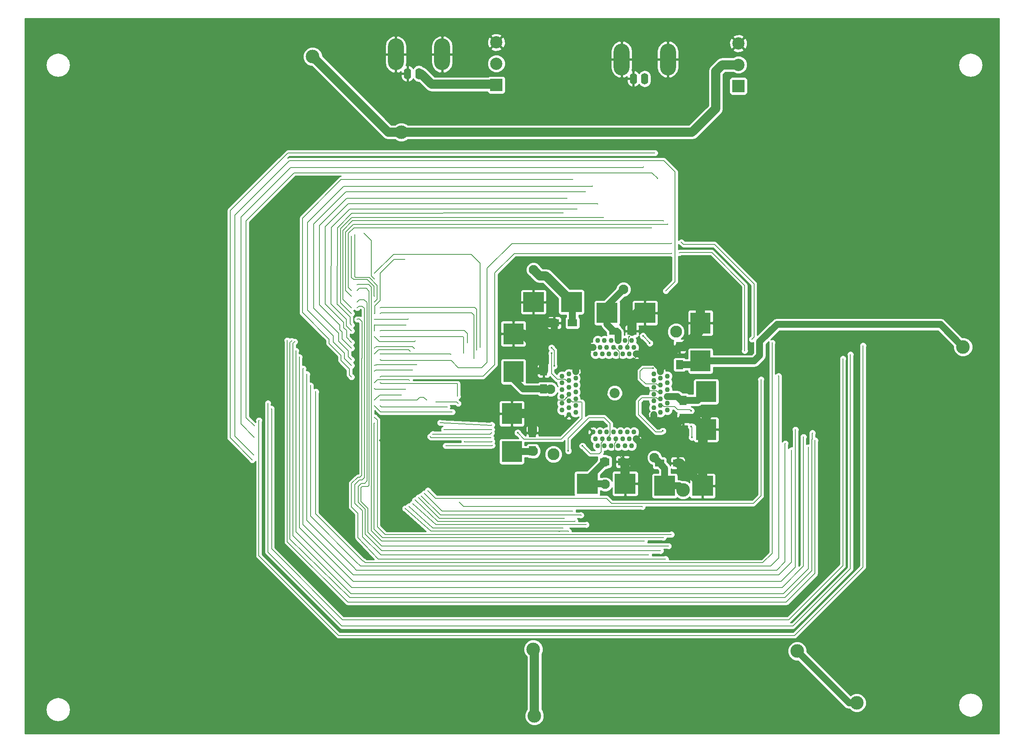
<source format=gbr>
G04 #@! TF.FileFunction,Copper,L4,Bot,Signal*
%FSLAX46Y46*%
G04 Gerber Fmt 4.6, Leading zero omitted, Abs format (unit mm)*
G04 Created by KiCad (PCBNEW 4.0.4-snap1-stable) date Wed Apr 29 16:08:13 2020*
%MOMM*%
%LPD*%
G01*
G04 APERTURE LIST*
%ADD10C,0.100000*%
%ADD11O,3.500120X7.000240*%
%ADD12O,1.600200X2.499360*%
%ADD13R,2.000000X1.600000*%
%ADD14R,4.549140X4.399280*%
%ADD15R,1.600000X2.000000*%
%ADD16R,4.399280X4.549140*%
%ADD17C,1.092200*%
%ADD18C,2.209800*%
%ADD19C,2.616200*%
%ADD20C,2.700000*%
%ADD21R,2.700000X2.700000*%
%ADD22C,2.100000*%
%ADD23C,0.500000*%
%ADD24C,3.000000*%
%ADD25C,0.400000*%
%ADD26C,0.300000*%
%ADD27C,1.500000*%
%ADD28C,0.200000*%
%ADD29C,2.000000*%
%ADD30C,0.254000*%
G04 APERTURE END LIST*
D10*
D11*
X137392220Y-21116600D03*
X147590320Y-21116600D03*
D12*
X142490000Y-25381260D03*
X139990640Y-25381260D03*
D13*
X183400000Y-110900000D03*
X187400000Y-110900000D03*
D14*
X192275760Y-78100000D03*
X183924240Y-78100000D03*
D13*
X195500000Y-111200000D03*
X199500000Y-111200000D03*
D14*
X204975760Y-116200000D03*
X196624240Y-116200000D03*
D15*
X200670000Y-97350000D03*
X200670000Y-101350000D03*
X169960000Y-94840000D03*
X169960000Y-90840000D03*
D13*
X185400000Y-82100000D03*
X189400000Y-82100000D03*
D16*
X205750000Y-103805760D03*
X205750000Y-95454240D03*
X163310000Y-82684240D03*
X163310000Y-91035760D03*
D14*
X187905760Y-115730000D03*
X179554240Y-115730000D03*
D15*
X167500000Y-108500000D03*
X167500000Y-104500000D03*
X199900000Y-89500000D03*
X199900000Y-85500000D03*
D13*
X176300000Y-80300000D03*
X172300000Y-80300000D03*
D16*
X162950000Y-100284240D03*
X162950000Y-108635760D03*
D14*
X167724240Y-75700000D03*
X176075760Y-75700000D03*
D16*
X204500000Y-80324240D03*
X204500000Y-88675760D03*
D11*
X187122220Y-22236600D03*
X197320320Y-22236600D03*
D12*
X192220000Y-26501260D03*
X189720640Y-26501260D03*
D17*
X177000000Y-91000000D03*
X175501400Y-91500002D03*
X174002800Y-92000001D03*
X177000000Y-92500000D03*
X175501400Y-93000001D03*
X174002800Y-93500000D03*
X177000000Y-94000002D03*
X175501400Y-94500001D03*
X174002800Y-95000000D03*
X177000000Y-95500001D03*
X175501400Y-96000000D03*
X174002800Y-96500002D03*
X177000000Y-97000001D03*
X175501400Y-97500000D03*
X174002800Y-98000001D03*
X177000000Y-98500000D03*
X175501400Y-99000002D03*
X174002800Y-99500001D03*
X177000000Y-100000000D03*
X175501400Y-100500001D03*
X180847899Y-104347901D03*
X181347901Y-105846501D03*
X181847900Y-107345101D03*
X182347899Y-104347901D03*
X182847900Y-105846501D03*
X183347899Y-107345101D03*
X183847901Y-104347901D03*
X184347900Y-105846501D03*
X184847899Y-107345101D03*
X185347901Y-104347901D03*
X185847900Y-105846501D03*
X186347901Y-107345101D03*
X186847900Y-104347901D03*
X187347899Y-105846501D03*
X187847901Y-107345101D03*
X188347900Y-104347901D03*
X188847901Y-105846501D03*
X189347900Y-107345101D03*
X189847899Y-104347901D03*
X190347901Y-105846501D03*
X194195800Y-100500001D03*
X195694400Y-100000000D03*
X197193000Y-99500001D03*
X194195800Y-99000002D03*
X195694400Y-98500000D03*
X197193000Y-98000001D03*
X194195800Y-97500000D03*
X195694400Y-97000001D03*
X197193000Y-96500002D03*
X194195800Y-96000000D03*
X195694400Y-95500001D03*
X197193000Y-95000000D03*
X194195800Y-94500001D03*
X195694400Y-94000002D03*
X197193000Y-93500000D03*
X194195800Y-93000001D03*
X195694400Y-92500000D03*
X197193000Y-92000001D03*
X194195800Y-91500002D03*
X195694400Y-91000000D03*
X190347901Y-87152101D03*
X189847899Y-85653501D03*
X189347900Y-84154901D03*
X188847901Y-87152101D03*
X188347900Y-85653501D03*
X187847901Y-84154901D03*
X187347899Y-87152101D03*
X186847900Y-85653501D03*
X186347901Y-84154901D03*
X185847899Y-87152101D03*
X185347900Y-85653501D03*
X184847899Y-84154901D03*
X184347900Y-87152101D03*
X183847901Y-85653501D03*
X183347899Y-84154901D03*
X182847900Y-87152101D03*
X182347899Y-85653501D03*
X181847900Y-84154901D03*
X181347901Y-87152101D03*
X180847899Y-85653501D03*
D18*
X185597900Y-95750001D03*
D19*
X172097800Y-109250101D03*
X199098000Y-82249901D03*
D20*
X212850000Y-23420000D03*
D21*
X212850000Y-28120000D03*
D20*
X212850000Y-18720000D03*
X159530000Y-23170000D03*
D21*
X159530000Y-27870000D03*
D20*
X159530000Y-18470000D03*
D22*
X183480000Y-115870000D03*
X205750000Y-95454240D03*
X187550000Y-72910000D03*
X163210000Y-91600000D03*
X171480000Y-94910000D03*
X183400000Y-110900000D03*
X167190000Y-90830000D03*
X167724240Y-75700000D03*
X168830000Y-80180000D03*
X192275760Y-78100000D03*
X163310000Y-82684240D03*
D23*
X133975000Y-106175000D03*
D24*
X162950000Y-100284240D03*
X187870000Y-115330000D03*
X212480000Y-99970000D03*
X204500000Y-74340000D03*
X138640000Y-38280000D03*
X119080000Y-21620000D03*
X167680000Y-152200000D03*
X167920000Y-166860000D03*
D22*
X167680000Y-108550000D03*
X167720000Y-68580000D03*
D24*
X200670000Y-117080000D03*
X238940000Y-164010000D03*
X225810000Y-152610000D03*
X262330000Y-85610000D03*
D22*
X204340000Y-89660000D03*
X194350000Y-109960000D03*
D25*
X171680000Y-85780000D03*
X172260000Y-89790000D03*
D26*
X155940000Y-85730000D03*
X132705000Y-69345000D03*
X130420000Y-60540000D03*
X132705000Y-70615000D03*
X148390000Y-107370000D03*
X158630000Y-107290000D03*
X192145000Y-128385000D03*
X128895000Y-71885000D03*
X197440000Y-129460000D03*
X128895000Y-73155000D03*
X193740000Y-59320000D03*
X127625000Y-73155000D03*
D25*
X164230000Y-104490000D03*
D26*
X127630000Y-61260000D03*
X132705000Y-74425000D03*
X145530000Y-104800000D03*
X158500000Y-104500000D03*
X197280000Y-58540000D03*
X127625000Y-74425000D03*
X128320000Y-60880000D03*
X132705000Y-75695000D03*
X146260000Y-97720000D03*
X151140000Y-98060000D03*
X195690000Y-130500000D03*
X128895000Y-75695000D03*
X155180000Y-86300000D03*
X133975000Y-76965000D03*
X193080000Y-131400000D03*
X128895000Y-76965000D03*
X196310000Y-57800000D03*
X127625000Y-76965000D03*
X154610000Y-88150000D03*
X133975000Y-78235000D03*
X139360000Y-66330000D03*
X132705000Y-78235000D03*
X158560000Y-106420000D03*
X152510000Y-106470000D03*
X183100000Y-57050000D03*
X127625000Y-78235000D03*
X140090000Y-79450000D03*
X132705000Y-79505000D03*
X148020000Y-103780000D03*
X158530000Y-103800000D03*
X128895000Y-79505000D03*
X196790000Y-132300000D03*
X229730000Y-106160000D03*
X113470000Y-84170000D03*
X174220000Y-56020000D03*
X127625000Y-80775000D03*
X153150000Y-84710000D03*
X133975000Y-82045000D03*
X147170000Y-102290000D03*
X158520000Y-102750000D03*
X132705000Y-82045000D03*
X139640000Y-80800000D03*
X177300000Y-55240000D03*
X127625000Y-82045000D03*
D25*
X171690000Y-87000000D03*
D26*
X152320000Y-86950000D03*
X133975000Y-83315000D03*
X141680000Y-84290000D03*
X132705000Y-83315000D03*
X144940000Y-105350000D03*
X158370000Y-105600000D03*
X229160000Y-104540000D03*
X114440000Y-84270000D03*
X115110000Y-84440000D03*
X228240000Y-107720000D03*
X181840000Y-54100000D03*
X127625000Y-84585000D03*
X176290000Y-121730000D03*
X132705000Y-85855000D03*
X141490000Y-85950000D03*
X143710000Y-117880000D03*
X175110000Y-52840000D03*
X127625000Y-85855000D03*
X133975000Y-87125000D03*
X149520000Y-87180000D03*
X178080000Y-122640000D03*
X132705000Y-87125000D03*
X140530000Y-86540000D03*
X143010000Y-118420000D03*
D25*
X202570000Y-105480000D03*
X202430000Y-103100000D03*
X202450000Y-99650000D03*
D26*
X115380000Y-86440000D03*
X227190000Y-105400000D03*
X215820000Y-83920000D03*
X200270000Y-62530000D03*
X198160000Y-62710000D03*
X133975000Y-88395000D03*
X116170000Y-87840000D03*
X225410000Y-103810000D03*
X127625000Y-88395000D03*
X179140000Y-51390000D03*
X174500000Y-123350000D03*
X132705000Y-89665000D03*
X142390000Y-118770000D03*
X141960000Y-89540000D03*
X180670000Y-50150000D03*
X127625000Y-89665000D03*
D25*
X178510000Y-107400000D03*
D26*
X141060000Y-90670000D03*
X141630000Y-119340000D03*
X132705000Y-90935000D03*
X176850000Y-123980000D03*
X224570000Y-108340000D03*
X116980000Y-90360000D03*
D25*
X194070000Y-90270000D03*
D26*
X133975000Y-92205000D03*
X214240000Y-86420000D03*
X199810000Y-64880000D03*
X198120000Y-64970000D03*
D25*
X196210000Y-104070000D03*
D26*
X117810000Y-91580000D03*
X223170000Y-106880000D03*
X176330000Y-48660000D03*
X127625000Y-92205000D03*
X151000000Y-96480000D03*
X133975000Y-93475000D03*
X179340000Y-124750000D03*
X132705000Y-93475000D03*
X140410000Y-92930000D03*
X141120000Y-120170000D03*
X173840000Y-125490000D03*
X132705000Y-94745000D03*
X140280000Y-120700000D03*
X139540000Y-94890000D03*
X118640000Y-94110000D03*
X221690000Y-91990000D03*
X220290000Y-84700000D03*
X119750000Y-95440000D03*
X133975000Y-97285000D03*
X217830000Y-92760000D03*
X144450000Y-117240000D03*
X144170000Y-97320000D03*
D25*
X175390000Y-108490000D03*
D26*
X175430000Y-126230000D03*
X132705000Y-97285000D03*
X138620000Y-96150000D03*
X139440000Y-121190000D03*
X148600000Y-98840000D03*
X133975000Y-98555000D03*
X191670000Y-120810000D03*
X132705000Y-98555000D03*
X151380000Y-119810000D03*
X149810000Y-99900000D03*
X237530000Y-87260000D03*
X109220000Y-98020000D03*
X109990000Y-99200000D03*
X235880000Y-88200000D03*
X132705000Y-101095000D03*
X198080000Y-126900000D03*
X132705000Y-102365000D03*
X196310000Y-127600000D03*
X240310000Y-85310000D03*
X107250000Y-101760000D03*
X195060000Y-48450000D03*
X106270000Y-103000000D03*
X191950000Y-45900000D03*
X106210000Y-105490000D03*
X106050000Y-109360000D03*
X196840000Y-73230000D03*
D25*
X188780000Y-83330000D03*
X191820000Y-83180000D03*
X193330000Y-84750000D03*
D26*
X194440000Y-42830000D03*
X105750000Y-110470000D03*
D27*
X179554240Y-115730000D02*
X183340000Y-115730000D01*
X183340000Y-115730000D02*
X183480000Y-115870000D01*
X203854240Y-97350000D02*
X205750000Y-95454240D01*
X183924240Y-76535760D02*
X187550000Y-72910000D01*
X183924240Y-78100000D02*
X183924240Y-76535760D01*
X163210000Y-91600000D02*
X163310000Y-91500000D01*
X163310000Y-91500000D02*
X163310000Y-91035760D01*
X185400000Y-82100000D02*
X186020000Y-82100000D01*
X186020000Y-82100000D02*
X186347901Y-82427901D01*
X186347901Y-82427901D02*
X186347901Y-84154901D01*
X169960000Y-94840000D02*
X171410000Y-94840000D01*
X171410000Y-94840000D02*
X171480000Y-94910000D01*
X163310000Y-91035760D02*
X163310000Y-92690000D01*
X163310000Y-92690000D02*
X165460000Y-94840000D01*
X165460000Y-94840000D02*
X169960000Y-94840000D01*
X183924240Y-78100000D02*
X183924240Y-80624240D01*
X183924240Y-80624240D02*
X185400000Y-82100000D01*
X200670000Y-97350000D02*
X200270000Y-97350000D01*
X200270000Y-97350000D02*
X199420002Y-96500002D01*
X199420002Y-96500002D02*
X197193000Y-96500002D01*
X200670000Y-97350000D02*
X203854240Y-97350000D01*
X179554240Y-114745760D02*
X183400000Y-110900000D01*
X179554240Y-115730000D02*
X179554240Y-114745760D01*
D28*
X194560000Y-95250000D02*
X194820000Y-95250000D01*
X194970000Y-95370000D02*
X194970000Y-95400000D01*
X194940000Y-95370000D02*
X194970000Y-95370000D01*
X194820000Y-95250000D02*
X194940000Y-95370000D01*
X195694400Y-95500001D02*
X195070001Y-95500001D01*
X195070001Y-95500001D02*
X194970000Y-95400000D01*
X193930000Y-89650000D02*
X194500000Y-89080000D01*
X191050000Y-89650000D02*
X193930000Y-89650000D01*
X189670000Y-91030000D02*
X191050000Y-89650000D01*
X189670000Y-93210000D02*
X189670000Y-91030000D01*
X191710000Y-95250000D02*
X189670000Y-93210000D01*
X194560000Y-95250000D02*
X191710000Y-95250000D01*
X185847900Y-105846501D02*
X185847900Y-106572100D01*
X185600000Y-108440000D02*
X187400000Y-110240000D01*
X185600000Y-106820000D02*
X185600000Y-108440000D01*
X185847900Y-106572100D02*
X185600000Y-106820000D01*
X187400000Y-110240000D02*
X187400000Y-110900000D01*
D29*
X189400000Y-79180000D02*
X189400000Y-82100000D01*
D28*
X185347900Y-85653501D02*
X185613501Y-85653501D01*
X185613501Y-85653501D02*
X186600000Y-86640000D01*
X186600000Y-88610000D02*
X186800000Y-88810000D01*
X186600000Y-86640000D02*
X186600000Y-88610000D01*
X175501400Y-96000000D02*
X175501400Y-96288600D01*
X175501400Y-96288600D02*
X174540000Y-97250000D01*
X169605760Y-100284240D02*
X162950000Y-100284240D01*
X172640000Y-97250000D02*
X169605760Y-100284240D01*
X174540000Y-97250000D02*
X172640000Y-97250000D01*
D29*
X199500000Y-111200000D02*
X199975760Y-111200000D01*
X199975760Y-111200000D02*
X204975760Y-116200000D01*
D28*
X190347901Y-87152101D02*
X190347901Y-87812099D01*
X189350000Y-88810000D02*
X186800000Y-88810000D01*
X190347901Y-87812099D02*
X189350000Y-88810000D01*
X195694400Y-95500001D02*
X195694400Y-95235600D01*
X195694400Y-91184400D02*
X195694400Y-91000000D01*
X185847900Y-105846501D02*
X186076501Y-105846501D01*
X190003499Y-105846501D02*
X190347901Y-105846501D01*
X175501400Y-96000000D02*
X175501400Y-96248600D01*
X175501400Y-96248600D02*
X174760000Y-96990000D01*
X175501400Y-100271400D02*
X175501400Y-100500001D01*
D27*
X169960000Y-90840000D02*
X167200000Y-90840000D01*
X167200000Y-90840000D02*
X167190000Y-90830000D01*
D29*
X204975760Y-116200000D02*
X204975760Y-104580000D01*
D27*
X204975760Y-104580000D02*
X205750000Y-103805760D01*
X177000000Y-91000000D02*
X177000000Y-89030000D01*
X177000000Y-89030000D02*
X173623501Y-85653501D01*
X172300000Y-80300000D02*
X172300000Y-84330000D01*
X173623501Y-85653501D02*
X180847899Y-85653501D01*
X172300000Y-84330000D02*
X173623501Y-85653501D01*
X190347901Y-87152101D02*
X192572101Y-87152101D01*
X192572101Y-87152101D02*
X194500000Y-89080000D01*
X194500000Y-89080000D02*
X195694400Y-90274400D01*
X195694400Y-91000000D02*
X195694400Y-90274400D01*
X195694400Y-90274400D02*
X195694400Y-89705600D01*
X195694400Y-89705600D02*
X199900000Y-85500000D01*
X194195800Y-100500001D02*
X194195800Y-101795800D01*
X199330000Y-102690000D02*
X200670000Y-101350000D01*
X195090000Y-102690000D02*
X199330000Y-102690000D01*
X194195800Y-101795800D02*
X195090000Y-102690000D01*
X187400000Y-110900000D02*
X188890000Y-110900000D01*
X191810000Y-107308600D02*
X190347901Y-105846501D01*
X191810000Y-107980000D02*
X191810000Y-107308600D01*
X188890000Y-110900000D02*
X191810000Y-107980000D01*
D29*
X187905760Y-115730000D02*
X187905760Y-111405760D01*
X187905760Y-111405760D02*
X187400000Y-110900000D01*
X192275760Y-78100000D02*
X190480000Y-78100000D01*
X190480000Y-78100000D02*
X189400000Y-79180000D01*
X199900000Y-85500000D02*
X200910000Y-85500000D01*
X200910000Y-85500000D02*
X204500000Y-81910000D01*
X204500000Y-81910000D02*
X204500000Y-80324240D01*
X200670000Y-101350000D02*
X203294240Y-101350000D01*
X203294240Y-101350000D02*
X205750000Y-103805760D01*
X162950000Y-100284240D02*
X166544240Y-100284240D01*
X166544240Y-100284240D02*
X167500000Y-101240000D01*
X167500000Y-101240000D02*
X167500000Y-104500000D01*
X163310000Y-82684240D02*
X165434240Y-82684240D01*
X165434240Y-82684240D02*
X169960000Y-87210000D01*
X169960000Y-87210000D02*
X169960000Y-90840000D01*
X168950000Y-80300000D02*
X172300000Y-80300000D01*
X168830000Y-80180000D02*
X168950000Y-80300000D01*
X187870000Y-115330000D02*
X187905760Y-115365760D01*
X187905760Y-115365760D02*
X187905760Y-115730000D01*
X205750000Y-103805760D02*
X205750000Y-100870000D01*
X206650000Y-99970000D02*
X212480000Y-99970000D01*
X205750000Y-100870000D02*
X206650000Y-99970000D01*
X204500000Y-80324240D02*
X204500000Y-74340000D01*
X204500000Y-74340000D02*
X204630000Y-74210000D01*
D28*
X175501400Y-96000000D02*
X175501400Y-95781400D01*
D29*
X138640000Y-38280000D02*
X202640000Y-38280000D01*
X135740000Y-38280000D02*
X138640000Y-38280000D01*
X119080000Y-21620000D02*
X135740000Y-38280000D01*
X167920000Y-152440000D02*
X167920000Y-166860000D01*
X167920000Y-152440000D02*
X167680000Y-152200000D01*
X170475000Y-69935000D02*
X169075000Y-69935000D01*
X169075000Y-69935000D02*
X167720000Y-68580000D01*
D27*
X199790000Y-116200000D02*
X200670000Y-117080000D01*
X196624240Y-116200000D02*
X199790000Y-116200000D01*
X237210000Y-164010000D02*
X238940000Y-164010000D01*
X225810000Y-152610000D02*
X237210000Y-164010000D01*
X204500000Y-88675760D02*
X216354240Y-88675760D01*
X217550000Y-87480000D02*
X216354240Y-88675760D01*
X217550000Y-84450000D02*
X217550000Y-87480000D01*
X221370000Y-80630000D02*
X217550000Y-84450000D01*
X257350000Y-80630000D02*
X221370000Y-80630000D01*
X257350000Y-80630000D02*
X262330000Y-85610000D01*
X176075760Y-75700000D02*
X176075760Y-75535760D01*
D29*
X176075760Y-75535760D02*
X170475000Y-69935000D01*
D27*
X170475000Y-69935000D02*
X170420000Y-69880000D01*
X196624240Y-116200000D02*
X196624240Y-112324240D01*
X196624240Y-112324240D02*
X195500000Y-111200000D01*
X176300000Y-80300000D02*
X176300000Y-75924240D01*
X176300000Y-75924240D02*
X176075760Y-75700000D01*
X204340000Y-89660000D02*
X204500000Y-89500000D01*
X204500000Y-89500000D02*
X204500000Y-88675760D01*
X199900000Y-89500000D02*
X203675760Y-89500000D01*
X203675760Y-89500000D02*
X204500000Y-88675760D01*
X195500000Y-111200000D02*
X195500000Y-111110000D01*
X195500000Y-111110000D02*
X194350000Y-109960000D01*
X162950000Y-108635760D02*
X167364240Y-108635760D01*
X167364240Y-108635760D02*
X167500000Y-108500000D01*
D29*
X202640000Y-38280000D02*
X207850000Y-33070000D01*
X207850000Y-33070000D02*
X207850000Y-24830000D01*
X207850000Y-24830000D02*
X209260000Y-23420000D01*
X209260000Y-23420000D02*
X212850000Y-23420000D01*
D28*
X172270000Y-86370000D02*
X171680000Y-85780000D01*
X172270000Y-89780000D02*
X172270000Y-86370000D01*
X172260000Y-89790000D02*
X172270000Y-89780000D01*
X150935000Y-65215000D02*
X154005000Y-65215000D01*
X155940000Y-67150000D02*
X155940000Y-85730000D01*
X154005000Y-65215000D02*
X155940000Y-67150000D01*
X150900000Y-65180000D02*
X150935000Y-65215000D01*
X136870000Y-65180000D02*
X150900000Y-65180000D01*
X132705000Y-69345000D02*
X136870000Y-65180000D01*
X132040000Y-69950000D02*
X132705000Y-70615000D01*
X132040000Y-69950000D02*
X132040000Y-62160000D01*
X132040000Y-62160000D02*
X130420000Y-60540000D01*
X158550000Y-107370000D02*
X148390000Y-107370000D01*
X158630000Y-107290000D02*
X158550000Y-107370000D01*
X191815000Y-128385000D02*
X192145000Y-128385000D01*
X192145000Y-128385000D02*
X192230000Y-128300000D01*
X191815000Y-128385000D02*
X191800000Y-128370000D01*
X134270000Y-128370000D02*
X191800000Y-128370000D01*
X131990000Y-126090000D02*
X134270000Y-128370000D01*
X131990000Y-118210000D02*
X131990000Y-126090000D01*
X131990000Y-113960000D02*
X131990000Y-118210000D01*
X131990000Y-72410000D02*
X131990000Y-113960000D01*
X131390000Y-71810000D02*
X131990000Y-72410000D01*
X128970000Y-71810000D02*
X131390000Y-71810000D01*
X128970000Y-71810000D02*
X128895000Y-71885000D01*
X197410000Y-129430000D02*
X197100000Y-129430000D01*
X197440000Y-129460000D02*
X197410000Y-129430000D01*
X129370000Y-72680000D02*
X128895000Y-73155000D01*
X129370000Y-72680000D02*
X130900000Y-72680000D01*
X130900000Y-72680000D02*
X131510000Y-73290000D01*
X131510000Y-73290000D02*
X131510000Y-116120000D01*
X131510000Y-116120000D02*
X131260000Y-116370000D01*
X131260000Y-116370000D02*
X129950000Y-116370000D01*
X129950000Y-116370000D02*
X129700000Y-116620000D01*
X129700000Y-116620000D02*
X129700000Y-119670000D01*
X129700000Y-119670000D02*
X131230000Y-121200000D01*
X131230000Y-121200000D02*
X131230000Y-126390000D01*
X131230000Y-126390000D02*
X134270000Y-129430000D01*
X134270000Y-129430000D02*
X197100000Y-129430000D01*
X193740000Y-59320000D02*
X193740000Y-59340000D01*
X193740000Y-59340000D02*
X193740000Y-59320000D01*
X193740000Y-59320000D02*
X193740000Y-59340000D01*
X192120000Y-59340000D02*
X193740000Y-59340000D01*
X128190000Y-59340000D02*
X192120000Y-59340000D01*
X126960000Y-60570000D02*
X128190000Y-59340000D01*
X126960000Y-72490000D02*
X126960000Y-60570000D01*
X126960000Y-72490000D02*
X127625000Y-73155000D01*
X175501400Y-97500000D02*
X176020000Y-97500000D01*
X176020000Y-97500000D02*
X176270000Y-97750000D01*
X164230000Y-104490000D02*
X164230000Y-104450000D01*
X165640000Y-105900000D02*
X164230000Y-104490000D01*
X173860000Y-105900000D02*
X165640000Y-105900000D01*
X178420000Y-101340000D02*
X173860000Y-105900000D01*
X178420000Y-97840000D02*
X178420000Y-101340000D01*
X178330000Y-97750000D02*
X178420000Y-97840000D01*
X176270000Y-97750000D02*
X178330000Y-97750000D01*
X132705000Y-74425000D02*
X132630000Y-74350000D01*
X132630000Y-74350000D02*
X132630000Y-72240000D01*
X132630000Y-72240000D02*
X131110000Y-70720000D01*
X131110000Y-70720000D02*
X128100000Y-70720000D01*
X128100000Y-70720000D02*
X127630000Y-70250000D01*
X127630000Y-70250000D02*
X127630000Y-61260000D01*
X145530000Y-104800000D02*
X145530000Y-104830000D01*
X158170000Y-104830000D02*
X145530000Y-104830000D01*
X145530000Y-104830000D02*
X145460000Y-104830000D01*
X158500000Y-104500000D02*
X158170000Y-104830000D01*
X197280000Y-58540000D02*
X197280000Y-58580000D01*
X197280000Y-58580000D02*
X197280000Y-58540000D01*
X197280000Y-58540000D02*
X197280000Y-58580000D01*
X128050000Y-58580000D02*
X197280000Y-58580000D01*
X126350000Y-60280000D02*
X128050000Y-58580000D01*
X126350000Y-73150000D02*
X126350000Y-60280000D01*
X126350000Y-73150000D02*
X127625000Y-74425000D01*
X133300000Y-75100000D02*
X132705000Y-75695000D01*
X133300000Y-75100000D02*
X133300000Y-72040000D01*
X133300000Y-72040000D02*
X131550000Y-70290000D01*
X131550000Y-70290000D02*
X128490000Y-70290000D01*
X128490000Y-70290000D02*
X128320000Y-70120000D01*
X128320000Y-70120000D02*
X128320000Y-60880000D01*
X150800000Y-97720000D02*
X146260000Y-97720000D01*
X151140000Y-98060000D02*
X150800000Y-97720000D01*
X195690000Y-130500000D02*
X195690000Y-130490000D01*
X195690000Y-130490000D02*
X195690000Y-130500000D01*
X195690000Y-130500000D02*
X195690000Y-130490000D01*
X134300000Y-130490000D02*
X195690000Y-130490000D01*
X130620000Y-126810000D02*
X134300000Y-130490000D01*
X130620000Y-121360000D02*
X130620000Y-126810000D01*
X129110000Y-119850000D02*
X130620000Y-121360000D01*
X129110000Y-116310000D02*
X129110000Y-119850000D01*
X129760000Y-115660000D02*
X129110000Y-116310000D01*
X130520000Y-115660000D02*
X129760000Y-115660000D01*
X131050000Y-115100000D02*
X130520000Y-115660000D01*
X131050000Y-75770000D02*
X131050000Y-115100000D01*
X130390000Y-75180000D02*
X131050000Y-75770000D01*
X129410000Y-75180000D02*
X130390000Y-75180000D01*
X129410000Y-75180000D02*
X128895000Y-75695000D01*
X149140000Y-76860000D02*
X154760000Y-76860000D01*
X155180000Y-77280000D02*
X155180000Y-86300000D01*
X154760000Y-76860000D02*
X155180000Y-77280000D01*
X149280000Y-76860000D02*
X149140000Y-76860000D01*
X149140000Y-76860000D02*
X134080000Y-76860000D01*
X134080000Y-76860000D02*
X133975000Y-76965000D01*
X129260000Y-76600000D02*
X128895000Y-76965000D01*
X129260000Y-76600000D02*
X129980000Y-76600000D01*
X129980000Y-76600000D02*
X130450000Y-77070000D01*
X130450000Y-77070000D02*
X130450000Y-114410000D01*
X130450000Y-114410000D02*
X129970000Y-114890000D01*
X129970000Y-114890000D02*
X129400000Y-114890000D01*
X129400000Y-114890000D02*
X128400000Y-115890000D01*
X128400000Y-115890000D02*
X128400000Y-120050000D01*
X128400000Y-120050000D02*
X130030000Y-121680000D01*
X130030000Y-121680000D02*
X130030000Y-127410000D01*
X130030000Y-127410000D02*
X134110000Y-131400000D01*
X193080000Y-131400000D02*
X134110000Y-131400000D01*
X196310000Y-57800000D02*
X196310000Y-57790000D01*
X196310000Y-57790000D02*
X196310000Y-57800000D01*
X196310000Y-57800000D02*
X196310000Y-57790000D01*
X133380000Y-57790000D02*
X196310000Y-57790000D01*
X127625000Y-76965000D02*
X125760000Y-75100000D01*
X125760000Y-75100000D02*
X125760000Y-59910000D01*
X125760000Y-59910000D02*
X127880000Y-57790000D01*
X133380000Y-57790000D02*
X127880000Y-57790000D01*
X149130000Y-78090000D02*
X154110000Y-78090000D01*
X154610000Y-78590000D02*
X154610000Y-88150000D01*
X154110000Y-78090000D02*
X154610000Y-78590000D01*
X149250000Y-78090000D02*
X149130000Y-78090000D01*
X149130000Y-78090000D02*
X134120000Y-78090000D01*
X134120000Y-78090000D02*
X133975000Y-78235000D01*
X132705000Y-78235000D02*
X132730000Y-78210000D01*
X132730000Y-78210000D02*
X132730000Y-76560000D01*
X132730000Y-76560000D02*
X133970000Y-75320000D01*
X133970000Y-75320000D02*
X133970000Y-69320000D01*
X133970000Y-69320000D02*
X136960000Y-66330000D01*
X136960000Y-66330000D02*
X139360000Y-66330000D01*
X158560000Y-106420000D02*
X158500000Y-106480000D01*
X158500000Y-106480000D02*
X152520000Y-106480000D01*
X152510000Y-106470000D02*
X152520000Y-106480000D01*
X183100000Y-57050000D02*
X183100000Y-57080000D01*
X183100000Y-57080000D02*
X183100000Y-57050000D01*
X183100000Y-57050000D02*
X183100000Y-57080000D01*
X127720000Y-57080000D02*
X183100000Y-57080000D01*
X125260000Y-59540000D02*
X127720000Y-57080000D01*
X125260000Y-75870000D02*
X125260000Y-59540000D01*
X125260000Y-75870000D02*
X127625000Y-78235000D01*
X132730000Y-79480000D02*
X132705000Y-79505000D01*
X132730000Y-79480000D02*
X140060000Y-79480000D01*
X140060000Y-79480000D02*
X140090000Y-79450000D01*
X158510000Y-103780000D02*
X148020000Y-103780000D01*
X158530000Y-103800000D02*
X158510000Y-103780000D01*
X128950000Y-79450000D02*
X128895000Y-79505000D01*
X128950000Y-79450000D02*
X129380000Y-79450000D01*
X129380000Y-79450000D02*
X129940000Y-80010000D01*
X129940000Y-80010000D02*
X129940000Y-88100000D01*
X129940000Y-88100000D02*
X129910000Y-88130000D01*
X129910000Y-88130000D02*
X129910000Y-113870000D01*
X129910000Y-113870000D02*
X129480000Y-114300000D01*
X129480000Y-114300000D02*
X129030000Y-114300000D01*
X129030000Y-114300000D02*
X127630000Y-115700000D01*
X127630000Y-115700000D02*
X127630000Y-120810000D01*
X127630000Y-120810000D02*
X129050000Y-122230000D01*
X129050000Y-122230000D02*
X129050000Y-127600000D01*
X129050000Y-127600000D02*
X133500000Y-132320000D01*
X195930000Y-132320000D02*
X133500000Y-132320000D01*
X196770000Y-132320000D02*
X195930000Y-132320000D01*
X196790000Y-132300000D02*
X196770000Y-132320000D01*
X229730000Y-106160000D02*
X229740000Y-106160000D01*
X229740000Y-106160000D02*
X229730000Y-106160000D01*
X229730000Y-106160000D02*
X229740000Y-106160000D01*
X113470000Y-84170000D02*
X113480000Y-84180000D01*
X113480000Y-84180000D02*
X113480000Y-128520000D01*
X113480000Y-128520000D02*
X126820000Y-141860000D01*
X126820000Y-141860000D02*
X223390000Y-141860000D01*
X223390000Y-141860000D02*
X229740000Y-135510000D01*
X229740000Y-135510000D02*
X229740000Y-106160000D01*
X174190245Y-56049755D02*
X167749747Y-56049755D01*
X174220000Y-56020000D02*
X174190245Y-56049755D01*
X127330000Y-80480000D02*
X127625000Y-80775000D01*
X127330000Y-80480000D02*
X127330000Y-79030000D01*
X127330000Y-79030000D02*
X124680000Y-76380000D01*
X124680000Y-76380000D02*
X124470000Y-76170000D01*
X124470000Y-76170000D02*
X124523847Y-59397241D01*
X124523847Y-59397241D02*
X127693497Y-56176806D01*
X167749747Y-56049755D02*
X127693497Y-56176806D01*
X167809650Y-56049565D02*
X167749747Y-56049755D01*
X146630000Y-81980000D02*
X152530000Y-81980000D01*
X153150000Y-82600000D02*
X153150000Y-84710000D01*
X152530000Y-81980000D02*
X153150000Y-82600000D01*
X149200000Y-81980000D02*
X146630000Y-81980000D01*
X146630000Y-81980000D02*
X134040000Y-81980000D01*
X134040000Y-81980000D02*
X133975000Y-82045000D01*
X158420000Y-102850000D02*
X147170000Y-102290000D01*
X158520000Y-102750000D02*
X158420000Y-102850000D01*
X132690000Y-82030000D02*
X132705000Y-82045000D01*
X132690000Y-82030000D02*
X132690000Y-80680000D01*
X132690000Y-80680000D02*
X132810000Y-80800000D01*
X132810000Y-80800000D02*
X139640000Y-80800000D01*
X177300000Y-55240000D02*
X177300000Y-55230000D01*
X177300000Y-55230000D02*
X177300000Y-55240000D01*
X177300000Y-55240000D02*
X177300000Y-55230000D01*
X123204797Y-59480107D02*
X123204797Y-59255203D01*
X127230000Y-55230000D02*
X177300000Y-55230000D01*
X123204797Y-59255203D02*
X127230000Y-55230000D01*
X123130000Y-76100000D02*
X123204797Y-59480107D01*
X123204797Y-59480107D02*
X123205000Y-59435000D01*
X126510000Y-79480000D02*
X123130000Y-76100000D01*
X126510000Y-80930000D02*
X126510000Y-79480000D01*
X126510000Y-80930000D02*
X127625000Y-82045000D01*
X175501400Y-93000001D02*
X174960001Y-93000001D01*
X174960001Y-93000001D02*
X174710000Y-92750000D01*
X171690000Y-87000000D02*
X171700000Y-87000000D01*
X171680000Y-86990000D02*
X171690000Y-87000000D01*
X171680000Y-91430000D02*
X171680000Y-86990000D01*
X173000000Y-92750000D02*
X171680000Y-91430000D01*
X174710000Y-92750000D02*
X173000000Y-92750000D01*
X149250000Y-83350000D02*
X152220000Y-83350000D01*
X152320000Y-83450000D02*
X152320000Y-86950000D01*
X152220000Y-83350000D02*
X152320000Y-83450000D01*
X149310000Y-83350000D02*
X149250000Y-83350000D01*
X149250000Y-83350000D02*
X134010000Y-83350000D01*
X134010000Y-83350000D02*
X133975000Y-83315000D01*
X133790000Y-84400000D02*
X132705000Y-83315000D01*
X133790000Y-84400000D02*
X141570000Y-84400000D01*
X141570000Y-84400000D02*
X141680000Y-84290000D01*
X145140000Y-105550000D02*
X144940000Y-105350000D01*
X158320000Y-105550000D02*
X145140000Y-105550000D01*
X158370000Y-105600000D02*
X158320000Y-105550000D01*
X229120259Y-105909016D02*
X229050000Y-105909016D01*
X229120259Y-104579741D02*
X229120259Y-105909016D01*
X229160000Y-104540000D02*
X229120259Y-104579741D01*
X114440000Y-84270000D02*
X114080000Y-84630000D01*
X114080000Y-84630000D02*
X114080000Y-127950000D01*
X114080000Y-127950000D02*
X127300000Y-140840000D01*
X127300000Y-140840000D02*
X223080000Y-140840000D01*
X223080000Y-140840000D02*
X229050000Y-134910000D01*
X229050000Y-134910000D02*
X229050000Y-105909016D01*
X229050000Y-105909016D02*
X229050000Y-105950000D01*
X229050000Y-105950000D02*
X229170000Y-105880000D01*
X228260000Y-134450000D02*
X228260000Y-108130000D01*
X222770000Y-139940000D02*
X228260000Y-134450000D01*
X127520000Y-139940000D02*
X222770000Y-139940000D01*
X114760000Y-127180000D02*
X127520000Y-139940000D01*
X114760000Y-102020000D02*
X114760000Y-127180000D01*
X114750000Y-102010000D02*
X114760000Y-102020000D01*
X114750000Y-84800000D02*
X114750000Y-102010000D01*
X115110000Y-84440000D02*
X114750000Y-84800000D01*
X228260000Y-107740000D02*
X228260000Y-108130000D01*
X228240000Y-107720000D02*
X228260000Y-107740000D01*
X181775000Y-54035000D02*
X179875000Y-54035000D01*
X181840000Y-54100000D02*
X181775000Y-54035000D01*
X179880000Y-54040000D02*
X179875000Y-54035000D01*
X179875000Y-54035000D02*
X179850000Y-54010000D01*
X126960000Y-54010000D02*
X179850000Y-54010000D01*
X121860000Y-59110000D02*
X126960000Y-54010000D01*
X121860000Y-76150000D02*
X121860000Y-59110000D01*
X125900000Y-80190000D02*
X121860000Y-76150000D01*
X125900000Y-81330000D02*
X125900000Y-80190000D01*
X126570000Y-82000000D02*
X125900000Y-81330000D01*
X126570000Y-83530000D02*
X126570000Y-82000000D01*
X126570000Y-83530000D02*
X127625000Y-84585000D01*
X133060000Y-85500000D02*
X132705000Y-85855000D01*
X133060000Y-85500000D02*
X141040000Y-85500000D01*
X141040000Y-85500000D02*
X141490000Y-85950000D01*
X143710000Y-117880000D02*
X147560000Y-121730000D01*
X176290000Y-121730000D02*
X147560000Y-121730000D01*
X176400000Y-121730000D02*
X176290000Y-121730000D01*
X175110000Y-52840000D02*
X175110000Y-52860000D01*
X175110000Y-52860000D02*
X175110000Y-52840000D01*
X175110000Y-52840000D02*
X175110000Y-52860000D01*
X126570000Y-52860000D02*
X175110000Y-52860000D01*
X120550000Y-58880000D02*
X126570000Y-52860000D01*
X120550000Y-76280000D02*
X120550000Y-58880000D01*
X125090000Y-80820000D02*
X120550000Y-76280000D01*
X125090000Y-81790000D02*
X125090000Y-80820000D01*
X125580000Y-82280000D02*
X125090000Y-81790000D01*
X125580000Y-83810000D02*
X125580000Y-82280000D01*
X125580000Y-83810000D02*
X127625000Y-85855000D01*
X148700000Y-87170000D02*
X149470000Y-87170000D01*
X133975000Y-87125000D02*
X134020000Y-87170000D01*
X148700000Y-87170000D02*
X134020000Y-87170000D01*
X149480000Y-87180000D02*
X149520000Y-87180000D01*
X149470000Y-87170000D02*
X149480000Y-87180000D01*
X133630000Y-86200000D02*
X132705000Y-87125000D01*
X133630000Y-86200000D02*
X140190000Y-86200000D01*
X140190000Y-86200000D02*
X140530000Y-86540000D01*
X143010000Y-118420000D02*
X147230000Y-122640000D01*
X147230000Y-122640000D02*
X178080000Y-122640000D01*
X178230000Y-122650000D02*
X178220000Y-122640000D01*
X178080000Y-122640000D02*
X178220000Y-122640000D01*
X195694400Y-98500000D02*
X196180000Y-98500000D01*
X196180000Y-98500000D02*
X196430000Y-98750000D01*
X202570000Y-103240000D02*
X202570000Y-105480000D01*
X202430000Y-103100000D02*
X202570000Y-103240000D01*
X202230000Y-99430000D02*
X202450000Y-99650000D01*
X199500000Y-99430000D02*
X202230000Y-99430000D01*
X198820000Y-98750000D02*
X199500000Y-99430000D01*
X196430000Y-98750000D02*
X198820000Y-98750000D01*
X227140000Y-133900000D02*
X227140000Y-108990000D01*
X222470000Y-138570000D02*
X227140000Y-133900000D01*
X127670000Y-138570000D02*
X222470000Y-138570000D01*
X115400000Y-126300000D02*
X127670000Y-138570000D01*
X115400000Y-88640000D02*
X115400000Y-126300000D01*
X115380000Y-88620000D02*
X115400000Y-88640000D01*
X115380000Y-86440000D02*
X115380000Y-88620000D01*
X227140000Y-105450000D02*
X227140000Y-108990000D01*
X227190000Y-105400000D02*
X227140000Y-105450000D01*
X148640000Y-88600000D02*
X149630000Y-88600000D01*
X216310000Y-83430000D02*
X215820000Y-83920000D01*
X216310000Y-71730000D02*
X216310000Y-83430000D01*
X207570000Y-62990000D02*
X216310000Y-71730000D01*
X200730000Y-62990000D02*
X207570000Y-62990000D01*
X200270000Y-62530000D02*
X200730000Y-62990000D01*
X198080000Y-62790000D02*
X198160000Y-62710000D01*
X162960000Y-62790000D02*
X198080000Y-62790000D01*
X157470000Y-68280000D02*
X162960000Y-62790000D01*
X157470000Y-88990000D02*
X157470000Y-68280000D01*
X156320000Y-90140000D02*
X157470000Y-88990000D01*
X151170000Y-90140000D02*
X156320000Y-90140000D01*
X149630000Y-88600000D02*
X151170000Y-90140000D01*
X148720000Y-88600000D02*
X148640000Y-88600000D01*
X148640000Y-88600000D02*
X134180000Y-88600000D01*
X134180000Y-88600000D02*
X133975000Y-88395000D01*
X225420000Y-134110000D02*
X225420000Y-105110000D01*
X222290000Y-137240000D02*
X225420000Y-134110000D01*
X127980000Y-137240000D02*
X222290000Y-137240000D01*
X116150000Y-125410000D02*
X127980000Y-137240000D01*
X116150000Y-87860000D02*
X116150000Y-125410000D01*
X116170000Y-87840000D02*
X116150000Y-87860000D01*
X225420000Y-103820000D02*
X225420000Y-105110000D01*
X225410000Y-103810000D02*
X225420000Y-103820000D01*
X126920000Y-87690000D02*
X127625000Y-88395000D01*
X126920000Y-87690000D02*
X126920000Y-86460000D01*
X126920000Y-86460000D02*
X124770000Y-84310000D01*
X124770000Y-84310000D02*
X124770000Y-82560000D01*
X124770000Y-82560000D02*
X119290000Y-77080000D01*
X119290000Y-77080000D02*
X119290000Y-58550000D01*
X119290000Y-58550000D02*
X126400000Y-51440000D01*
X176660000Y-51440000D02*
X126400000Y-51440000D01*
X179090000Y-51440000D02*
X176660000Y-51440000D01*
X179140000Y-51390000D02*
X179090000Y-51440000D01*
X174480000Y-123330000D02*
X174460000Y-123330000D01*
X174500000Y-123350000D02*
X174480000Y-123330000D01*
X146950000Y-123330000D02*
X174460000Y-123330000D01*
X142390000Y-118770000D02*
X146950000Y-123330000D01*
X133130000Y-89540000D02*
X141960000Y-89540000D01*
X133090000Y-89580000D02*
X133130000Y-89540000D01*
X132705000Y-89665000D02*
X132790000Y-89580000D01*
X132790000Y-89580000D02*
X133090000Y-89580000D01*
X174460000Y-123330000D02*
X174500000Y-123370000D01*
X180670000Y-50150000D02*
X180670000Y-50180000D01*
X180670000Y-50180000D02*
X180670000Y-50150000D01*
X180670000Y-50150000D02*
X180670000Y-50180000D01*
X125930000Y-50180000D02*
X180670000Y-50180000D01*
X117960000Y-58150000D02*
X125930000Y-50180000D01*
X117960000Y-77480000D02*
X117960000Y-58150000D01*
X123640000Y-83160000D02*
X117960000Y-77480000D01*
X123640000Y-84470000D02*
X123640000Y-83160000D01*
X126110000Y-86940000D02*
X123640000Y-84470000D01*
X126110000Y-88150000D02*
X126110000Y-86940000D01*
X126110000Y-88150000D02*
X127625000Y-89665000D01*
X182847900Y-105846501D02*
X182847900Y-106522100D01*
X180220000Y-109110000D02*
X178510000Y-107400000D01*
X182220000Y-109110000D02*
X180220000Y-109110000D01*
X182600000Y-108730000D02*
X182220000Y-109110000D01*
X182600000Y-106770000D02*
X182600000Y-108730000D01*
X182847900Y-106522100D02*
X182600000Y-106770000D01*
X132980000Y-90660000D02*
X132705000Y-90935000D01*
X132980000Y-90660000D02*
X141050000Y-90660000D01*
X141050000Y-90660000D02*
X141060000Y-90670000D01*
X141630000Y-119340000D02*
X146660000Y-124030000D01*
X146660000Y-124030000D02*
X176450000Y-124030000D01*
X176800000Y-124030000D02*
X176450000Y-124030000D01*
X176850000Y-123980000D02*
X176800000Y-124030000D01*
X224580000Y-108350000D02*
X224580000Y-109630000D01*
X224570000Y-108340000D02*
X224580000Y-108350000D01*
X224580000Y-132990000D02*
X224580000Y-109630000D01*
X221750000Y-135820000D02*
X224580000Y-132990000D01*
X138780000Y-135820000D02*
X221750000Y-135820000D01*
X138770000Y-135830000D02*
X138780000Y-135820000D01*
X128060000Y-135830000D02*
X138770000Y-135830000D01*
X116970000Y-124740000D02*
X128060000Y-135830000D01*
X116970000Y-90370000D02*
X116970000Y-124740000D01*
X116980000Y-90360000D02*
X116970000Y-90370000D01*
X224580000Y-109630000D02*
X224560000Y-109610000D01*
X195694400Y-94000002D02*
X195050002Y-94000002D01*
X191850000Y-90270000D02*
X194070000Y-90270000D01*
X191200000Y-90920000D02*
X191850000Y-90270000D01*
X191200000Y-92510000D02*
X191200000Y-90920000D01*
X192440000Y-93750000D02*
X191200000Y-92510000D01*
X194800000Y-93750000D02*
X192440000Y-93750000D01*
X195050002Y-94000002D02*
X194800000Y-93750000D01*
X148840000Y-92030000D02*
X156640000Y-92030000D01*
X133975000Y-92205000D02*
X134150000Y-92030000D01*
X148840000Y-92030000D02*
X134150000Y-92030000D01*
X214240000Y-72020000D02*
X214240000Y-86420000D01*
X206980000Y-64760000D02*
X214240000Y-72020000D01*
X199930000Y-64760000D02*
X206980000Y-64760000D01*
X199810000Y-64880000D02*
X199930000Y-64760000D01*
X198100000Y-64990000D02*
X198120000Y-64970000D01*
X163500000Y-64990000D02*
X198100000Y-64990000D01*
X159200000Y-69290000D02*
X163500000Y-64990000D01*
X159200000Y-89470000D02*
X159200000Y-69290000D01*
X156640000Y-92030000D02*
X159200000Y-89470000D01*
X195694400Y-97000001D02*
X195080001Y-97000001D01*
X195940000Y-104340000D02*
X196210000Y-104070000D01*
X194680000Y-104340000D02*
X195940000Y-104340000D01*
X190830000Y-100490000D02*
X194680000Y-104340000D01*
X190830000Y-97560000D02*
X190830000Y-100490000D01*
X191640000Y-96750000D02*
X190830000Y-97560000D01*
X194830000Y-96750000D02*
X191640000Y-96750000D01*
X195080001Y-97000001D02*
X194830000Y-96750000D01*
X223140000Y-132940000D02*
X223140000Y-108550000D01*
X221320000Y-134760000D02*
X223140000Y-132940000D01*
X128730000Y-134760000D02*
X221320000Y-134760000D01*
X128090000Y-134120000D02*
X128730000Y-134760000D01*
X128090000Y-134110000D02*
X128090000Y-134120000D01*
X117770000Y-123790000D02*
X128090000Y-134110000D01*
X117770000Y-91620000D02*
X117770000Y-123790000D01*
X117810000Y-91580000D02*
X117770000Y-91620000D01*
X223140000Y-106910000D02*
X223140000Y-108550000D01*
X223170000Y-106880000D02*
X223140000Y-106910000D01*
X176320000Y-48670000D02*
X176320000Y-48690000D01*
X176330000Y-48660000D02*
X176320000Y-48670000D01*
X176360000Y-48730000D02*
X176320000Y-48690000D01*
X125350000Y-48690000D02*
X176320000Y-48690000D01*
X116810000Y-57230000D02*
X125350000Y-48690000D01*
X116810000Y-78020000D02*
X116810000Y-57230000D01*
X122680000Y-83890000D02*
X116810000Y-78020000D01*
X122680000Y-84820000D02*
X122680000Y-83890000D01*
X125290000Y-87430000D02*
X122680000Y-84820000D01*
X125290000Y-88580000D02*
X125290000Y-87430000D01*
X127180000Y-90470000D02*
X125290000Y-88580000D01*
X127180000Y-91760000D02*
X127180000Y-90470000D01*
X127180000Y-91760000D02*
X127625000Y-92205000D01*
X148760000Y-93680000D02*
X150940000Y-93680000D01*
X151000000Y-93740000D02*
X151000000Y-96480000D01*
X150940000Y-93680000D02*
X151000000Y-93740000D01*
X148820000Y-93680000D02*
X148760000Y-93680000D01*
X148760000Y-93680000D02*
X134180000Y-93680000D01*
X134180000Y-93680000D02*
X133975000Y-93475000D01*
X133390000Y-92790000D02*
X132705000Y-93475000D01*
X133390000Y-92790000D02*
X140270000Y-92790000D01*
X140270000Y-92790000D02*
X140410000Y-92930000D01*
X141120000Y-120170000D02*
X146210000Y-124750000D01*
X146210000Y-124750000D02*
X179340000Y-124750000D01*
X173840000Y-125490000D02*
X173840000Y-125510000D01*
X173840000Y-125510000D02*
X173840000Y-125490000D01*
X173840000Y-125490000D02*
X173840000Y-125510000D01*
X145540000Y-125510000D02*
X173840000Y-125510000D01*
X173840000Y-125510000D02*
X174270000Y-125510000D01*
X140280000Y-120700000D02*
X145540000Y-125510000D01*
X132850000Y-94890000D02*
X139540000Y-94890000D01*
X132850000Y-94890000D02*
X132705000Y-94745000D01*
X221740000Y-132090000D02*
X221740000Y-93470000D01*
X219940000Y-133890000D02*
X221740000Y-132090000D01*
X129600000Y-133890000D02*
X219940000Y-133890000D01*
X128630000Y-132920000D02*
X129600000Y-133890000D01*
X128630000Y-132900000D02*
X128630000Y-132920000D01*
X118630000Y-122900000D02*
X128630000Y-132900000D01*
X118630000Y-94120000D02*
X118630000Y-122900000D01*
X118640000Y-94110000D02*
X118630000Y-94120000D01*
X221740000Y-92040000D02*
X221740000Y-93470000D01*
X221690000Y-91990000D02*
X221740000Y-92040000D01*
X119710000Y-121820000D02*
X119710000Y-122380000D01*
X220280000Y-84710000D02*
X220290000Y-84700000D01*
X220280000Y-131090000D02*
X220280000Y-84710000D01*
X218230000Y-133140000D02*
X220280000Y-131090000D01*
X130620000Y-133140000D02*
X218230000Y-133140000D01*
X130280000Y-132800000D02*
X130620000Y-133140000D01*
X130130000Y-132800000D02*
X130280000Y-132800000D01*
X119710000Y-122380000D02*
X130130000Y-132800000D01*
X119750000Y-95440000D02*
X119710000Y-95480000D01*
X119710000Y-95480000D02*
X119710000Y-121820000D01*
X119710000Y-121820000D02*
X119710000Y-121880000D01*
X133975000Y-97285000D02*
X142055000Y-97285000D01*
X133990000Y-97270000D02*
X133975000Y-97285000D01*
X217830000Y-118390000D02*
X217830000Y-92760000D01*
X216170000Y-120050000D02*
X217830000Y-118390000D01*
X184900000Y-120050000D02*
X216170000Y-120050000D01*
X183800000Y-118950000D02*
X184900000Y-120050000D01*
X146160000Y-118950000D02*
X183800000Y-118950000D01*
X144450000Y-117240000D02*
X146160000Y-118950000D01*
X143510000Y-96660000D02*
X144170000Y-97320000D01*
X142680000Y-96660000D02*
X143510000Y-96660000D01*
X142055000Y-97285000D02*
X142680000Y-96660000D01*
X184347900Y-105846501D02*
X184347900Y-105212100D01*
X175330000Y-108430000D02*
X175390000Y-108490000D01*
X175330000Y-105750000D02*
X175330000Y-108430000D01*
X179910000Y-101170000D02*
X175330000Y-105750000D01*
X183300000Y-101170000D02*
X179910000Y-101170000D01*
X184600000Y-102470000D02*
X183300000Y-101170000D01*
X184600000Y-104830000D02*
X184600000Y-102470000D01*
X184580000Y-104850000D02*
X184600000Y-104830000D01*
X184580000Y-104980000D02*
X184580000Y-104850000D01*
X184347900Y-105212100D02*
X184580000Y-104980000D01*
X173290000Y-126260000D02*
X173290000Y-126200000D01*
X173350000Y-126200000D02*
X173290000Y-126260000D01*
X175400000Y-126200000D02*
X173350000Y-126200000D01*
X175430000Y-126230000D02*
X175400000Y-126200000D01*
X133360000Y-96630000D02*
X132705000Y-97285000D01*
X133360000Y-96630000D02*
X133410000Y-96630000D01*
X133410000Y-96630000D02*
X133890000Y-96150000D01*
X133890000Y-96150000D02*
X138620000Y-96150000D01*
X139440000Y-121190000D02*
X145120000Y-126200000D01*
X145120000Y-126200000D02*
X173290000Y-126200000D01*
X173510000Y-126240000D02*
X173470000Y-126200000D01*
X173290000Y-126200000D02*
X173470000Y-126200000D01*
X148600000Y-98820000D02*
X148680000Y-98820000D01*
X148600000Y-98840000D02*
X148600000Y-98820000D01*
X133975000Y-98555000D02*
X134240000Y-98820000D01*
X148680000Y-98820000D02*
X148750000Y-98820000D01*
X148750000Y-98820000D02*
X134240000Y-98820000D01*
X148680000Y-98790000D02*
X148680000Y-98820000D01*
X188530000Y-120780000D02*
X191640000Y-120780000D01*
X191640000Y-120780000D02*
X191670000Y-120810000D01*
X188560000Y-120780000D02*
X188530000Y-120780000D01*
X188530000Y-120780000D02*
X152350000Y-120780000D01*
X151380000Y-119810000D02*
X152350000Y-120780000D01*
X134050000Y-99900000D02*
X149810000Y-99900000D01*
X134050000Y-99900000D02*
X132705000Y-98555000D01*
X109220000Y-98020000D02*
X109200000Y-98040000D01*
X109200000Y-98040000D02*
X109200000Y-130820000D01*
X109200000Y-130820000D02*
X125460000Y-147080000D01*
X125460000Y-147080000D02*
X224900000Y-147080000D01*
X224900000Y-147080000D02*
X237530000Y-134450000D01*
X237530000Y-134450000D02*
X237530000Y-87260000D01*
X110030000Y-99240000D02*
X109990000Y-99200000D01*
X110030000Y-99240000D02*
X110030000Y-130090000D01*
X110030000Y-130090000D02*
X125630000Y-145690000D01*
X125630000Y-145690000D02*
X223930000Y-145690000D01*
X223930000Y-145690000D02*
X235870000Y-133750000D01*
X235870000Y-89020000D02*
X235870000Y-133750000D01*
X235870000Y-88210000D02*
X235870000Y-89020000D01*
X235880000Y-88200000D02*
X235870000Y-88210000D01*
X198040000Y-126940000D02*
X198080000Y-126900000D01*
X135070000Y-126940000D02*
X198040000Y-126940000D01*
X133330000Y-125200000D02*
X135070000Y-126940000D01*
X133330000Y-101720000D02*
X133330000Y-125200000D01*
X133330000Y-101720000D02*
X132705000Y-101095000D01*
X196280000Y-127570000D02*
X196310000Y-127600000D01*
X134470000Y-127570000D02*
X196280000Y-127570000D01*
X132630000Y-125730000D02*
X134470000Y-127570000D01*
X132630000Y-102440000D02*
X132630000Y-125730000D01*
X132630000Y-102440000D02*
X132705000Y-102365000D01*
X240310000Y-85310000D02*
X240300000Y-85310000D01*
X240300000Y-85310000D02*
X240310000Y-85310000D01*
X240310000Y-85310000D02*
X240300000Y-85310000D01*
X107250000Y-101760000D02*
X107210000Y-101800000D01*
X107210000Y-101800000D02*
X107210000Y-131590000D01*
X107210000Y-131590000D02*
X124790000Y-149170000D01*
X124790000Y-149170000D02*
X225220000Y-149170000D01*
X225220000Y-149170000D02*
X240300000Y-134090000D01*
X240300000Y-134090000D02*
X240300000Y-85310000D01*
X195060000Y-48450000D02*
X195020000Y-48490000D01*
X188620000Y-47220000D02*
X193820000Y-47220000D01*
X193820000Y-47220000D02*
X195050000Y-48450000D01*
X106270000Y-103000000D02*
X104420000Y-101150000D01*
X104420000Y-101150000D02*
X104420000Y-57810000D01*
X104420000Y-57810000D02*
X115010000Y-47220000D01*
X115010000Y-47220000D02*
X188620000Y-47220000D01*
X188620000Y-47220000D02*
X188700000Y-47220000D01*
X191965000Y-45885000D02*
X191985000Y-45885000D01*
X191950000Y-45900000D02*
X191965000Y-45885000D01*
X191820000Y-46050000D02*
X191985000Y-45885000D01*
X114230000Y-46050000D02*
X191820000Y-46050000D01*
X103270000Y-57010000D02*
X114230000Y-46050000D01*
X103270000Y-102550000D02*
X103270000Y-57010000D01*
X106210000Y-105490000D02*
X103270000Y-102550000D01*
X191985000Y-45885000D02*
X192020000Y-45850000D01*
X106050000Y-109360000D02*
X101970000Y-105280000D01*
X101970000Y-105280000D02*
X101970000Y-56560000D01*
X101970000Y-56560000D02*
X113990000Y-44540000D01*
X113990000Y-44540000D02*
X196430000Y-44540000D01*
X196430000Y-44540000D02*
X198880000Y-46990000D01*
X198880000Y-46990000D02*
X198880000Y-71190000D01*
X198880000Y-71190000D02*
X196840000Y-73230000D01*
X188600000Y-83600000D02*
X188600000Y-83510000D01*
X191820000Y-83180000D02*
X193330000Y-84690000D01*
X193330000Y-84750000D02*
X193330000Y-84690000D01*
X188600000Y-84860000D02*
X188347900Y-85112100D01*
X188600000Y-84860000D02*
X188600000Y-83600000D01*
X188600000Y-83510000D02*
X188780000Y-83330000D01*
X188347900Y-85653501D02*
X188347900Y-85112100D01*
X194440000Y-42830000D02*
X194440000Y-42850000D01*
X194440000Y-42850000D02*
X194440000Y-42830000D01*
X194440000Y-42830000D02*
X194440000Y-42850000D01*
X105750000Y-110470000D02*
X100890000Y-105610000D01*
X100890000Y-105610000D02*
X100890000Y-55580000D01*
X100890000Y-55580000D02*
X113620000Y-42850000D01*
X113620000Y-42850000D02*
X194440000Y-42850000D01*
D29*
X147300000Y-27720000D02*
X159380000Y-27720000D01*
D27*
X159380000Y-27720000D02*
X159530000Y-27870000D01*
X142490000Y-25381260D02*
X142921260Y-25381260D01*
D29*
X142921260Y-25381260D02*
X145260000Y-27720000D01*
X145260000Y-27720000D02*
X147300000Y-27720000D01*
D30*
G36*
X270290000Y-170770000D02*
X55710000Y-170770000D01*
X55710000Y-165480000D01*
X60290000Y-165480000D01*
X60496286Y-166517072D01*
X61083741Y-167396259D01*
X61962928Y-167983714D01*
X63000000Y-168190000D01*
X64037072Y-167983714D01*
X64916259Y-167396259D01*
X65503714Y-166517072D01*
X65710000Y-165480000D01*
X65503714Y-164442928D01*
X64916259Y-163563741D01*
X64037072Y-162976286D01*
X63000000Y-162770000D01*
X61962928Y-162976286D01*
X61083741Y-163563741D01*
X60496286Y-164442928D01*
X60290000Y-165480000D01*
X55710000Y-165480000D01*
X55710000Y-152622815D01*
X165544630Y-152622815D01*
X165868980Y-153407800D01*
X166285000Y-153824547D01*
X166285000Y-165475435D01*
X166111091Y-165649041D01*
X165785372Y-166433459D01*
X165784630Y-167282815D01*
X166108980Y-168067800D01*
X166709041Y-168668909D01*
X167493459Y-168994628D01*
X168342815Y-168995370D01*
X169127800Y-168671020D01*
X169728909Y-168070959D01*
X170054628Y-167286541D01*
X170055370Y-166437185D01*
X169731020Y-165652200D01*
X169555000Y-165475873D01*
X169555000Y-153251794D01*
X169645928Y-153032815D01*
X223674630Y-153032815D01*
X223998980Y-153817800D01*
X224599041Y-154418909D01*
X225383459Y-154744628D01*
X225986469Y-154745155D01*
X236230657Y-164989343D01*
X236679984Y-165289574D01*
X237210000Y-165395000D01*
X237305871Y-165395000D01*
X237729041Y-165818909D01*
X238513459Y-166144628D01*
X239362815Y-166145370D01*
X240147800Y-165821020D01*
X240748909Y-165220959D01*
X241056582Y-164480000D01*
X261290000Y-164480000D01*
X261496286Y-165517072D01*
X262083741Y-166396259D01*
X262962928Y-166983714D01*
X264000000Y-167190000D01*
X265037072Y-166983714D01*
X265916259Y-166396259D01*
X266503714Y-165517072D01*
X266710000Y-164480000D01*
X266503714Y-163442928D01*
X265916259Y-162563741D01*
X265037072Y-161976286D01*
X264000000Y-161770000D01*
X262962928Y-161976286D01*
X262083741Y-162563741D01*
X261496286Y-163442928D01*
X261290000Y-164480000D01*
X241056582Y-164480000D01*
X241074628Y-164436541D01*
X241075370Y-163587185D01*
X240751020Y-162802200D01*
X240150959Y-162201091D01*
X239366541Y-161875372D01*
X238517185Y-161874630D01*
X237732200Y-162198980D01*
X237544770Y-162386084D01*
X227944847Y-152786161D01*
X227945370Y-152187185D01*
X227621020Y-151402200D01*
X227020959Y-150801091D01*
X226236541Y-150475372D01*
X225387185Y-150474630D01*
X224602200Y-150798980D01*
X224001091Y-151399041D01*
X223675372Y-152183459D01*
X223674630Y-153032815D01*
X169645928Y-153032815D01*
X169814628Y-152626541D01*
X169815370Y-151777185D01*
X169491020Y-150992200D01*
X168890959Y-150391091D01*
X168106541Y-150065372D01*
X167257185Y-150064630D01*
X166472200Y-150388980D01*
X165871091Y-150989041D01*
X165545372Y-151773459D01*
X165544630Y-152622815D01*
X55710000Y-152622815D01*
X55710000Y-55580000D01*
X100155000Y-55580000D01*
X100155000Y-105610000D01*
X100206663Y-105869723D01*
X100210949Y-105891272D01*
X100370277Y-106129723D01*
X105034467Y-110793914D01*
X105084121Y-110914086D01*
X105304753Y-111135103D01*
X105593169Y-111254863D01*
X105905461Y-111255136D01*
X106194086Y-111135879D01*
X106415103Y-110915247D01*
X106475000Y-110770998D01*
X106475000Y-131590000D01*
X106510616Y-131769051D01*
X106530949Y-131871272D01*
X106690277Y-132109723D01*
X124270276Y-149689723D01*
X124508727Y-149849051D01*
X124555394Y-149858333D01*
X124790000Y-149905000D01*
X225220000Y-149905000D01*
X225501272Y-149849051D01*
X225739723Y-149689723D01*
X240819724Y-134609723D01*
X240979051Y-134371272D01*
X241035000Y-134090000D01*
X241035000Y-85610998D01*
X241094863Y-85466831D01*
X241095136Y-85154539D01*
X240975879Y-84865914D01*
X240755247Y-84644897D01*
X240466831Y-84525137D01*
X240154539Y-84524864D01*
X239865914Y-84644121D01*
X239644897Y-84864753D01*
X239525137Y-85153169D01*
X239524864Y-85465461D01*
X239565000Y-85562598D01*
X239565000Y-133785553D01*
X224915554Y-148435000D01*
X125094447Y-148435000D01*
X107945000Y-131285554D01*
X107945000Y-102133247D01*
X108034863Y-101916831D01*
X108035136Y-101604539D01*
X107915879Y-101315914D01*
X107695247Y-101094897D01*
X107406831Y-100975137D01*
X107094539Y-100974864D01*
X106805914Y-101094121D01*
X106584897Y-101314753D01*
X106465137Y-101603169D01*
X106464864Y-101915461D01*
X106475000Y-101939992D01*
X106475000Y-102165553D01*
X105155000Y-100845554D01*
X105155000Y-98175461D01*
X108434864Y-98175461D01*
X108465000Y-98248396D01*
X108465000Y-130820000D01*
X108502739Y-131009723D01*
X108520949Y-131101272D01*
X108680277Y-131339723D01*
X124940277Y-147599724D01*
X125178728Y-147759051D01*
X125460000Y-147815000D01*
X224900000Y-147815000D01*
X225181272Y-147759051D01*
X225419723Y-147599723D01*
X238049723Y-134969724D01*
X238209051Y-134731272D01*
X238229250Y-134629724D01*
X238265000Y-134450000D01*
X238265000Y-87536915D01*
X238314863Y-87416831D01*
X238315136Y-87104539D01*
X238195879Y-86815914D01*
X237975247Y-86594897D01*
X237686831Y-86475137D01*
X237374539Y-86474864D01*
X237085914Y-86594121D01*
X236864897Y-86814753D01*
X236745137Y-87103169D01*
X236744864Y-87415461D01*
X236795000Y-87536800D01*
X236795000Y-134145553D01*
X224595554Y-146345000D01*
X224247267Y-146345000D01*
X224449723Y-146209723D01*
X236389724Y-134269723D01*
X236549051Y-134031272D01*
X236569140Y-133930277D01*
X236605000Y-133750000D01*
X236605000Y-88500998D01*
X236664863Y-88356831D01*
X236665136Y-88044539D01*
X236545879Y-87755914D01*
X236325247Y-87534897D01*
X236036831Y-87415137D01*
X235724539Y-87414864D01*
X235435914Y-87534121D01*
X235214897Y-87754753D01*
X235095137Y-88043169D01*
X235094864Y-88355461D01*
X235135000Y-88452598D01*
X235135000Y-133445553D01*
X223625554Y-144955000D01*
X125934447Y-144955000D01*
X110765000Y-129785554D01*
X110765000Y-99380584D01*
X110774863Y-99356831D01*
X110775136Y-99044539D01*
X110655879Y-98755914D01*
X110435247Y-98534897D01*
X110146831Y-98415137D01*
X109935000Y-98414952D01*
X109935000Y-98345081D01*
X110004863Y-98176831D01*
X110005136Y-97864539D01*
X109885879Y-97575914D01*
X109665247Y-97354897D01*
X109376831Y-97235137D01*
X109064539Y-97234864D01*
X108775914Y-97354121D01*
X108554897Y-97574753D01*
X108435137Y-97863169D01*
X108434864Y-98175461D01*
X105155000Y-98175461D01*
X105155000Y-58114446D01*
X115314447Y-47955000D01*
X125350000Y-47955000D01*
X125068728Y-48010949D01*
X124830277Y-48170276D01*
X116290277Y-56710277D01*
X116130949Y-56948728D01*
X116075000Y-57230000D01*
X116075000Y-78020000D01*
X116117767Y-78235000D01*
X116130949Y-78301272D01*
X116290277Y-78539723D01*
X121945000Y-84194447D01*
X121945000Y-84820000D01*
X121994702Y-85069864D01*
X122000949Y-85101272D01*
X122160277Y-85339723D01*
X124555000Y-87734447D01*
X124555000Y-88580000D01*
X124610885Y-88860949D01*
X124610949Y-88861272D01*
X124770277Y-89099723D01*
X126445000Y-90774447D01*
X126445000Y-91760000D01*
X126497712Y-92025000D01*
X126500949Y-92041272D01*
X126660277Y-92279723D01*
X126909467Y-92528913D01*
X126959121Y-92649086D01*
X127179753Y-92870103D01*
X127468169Y-92989863D01*
X127780461Y-92990136D01*
X128069086Y-92870879D01*
X128290103Y-92650247D01*
X128409863Y-92361831D01*
X128410136Y-92049539D01*
X128290879Y-91760914D01*
X128070247Y-91539897D01*
X127948996Y-91489550D01*
X127915000Y-91455554D01*
X127915000Y-90470000D01*
X127901131Y-90400276D01*
X128069086Y-90330879D01*
X128290103Y-90110247D01*
X128409863Y-89821831D01*
X128410136Y-89509539D01*
X128290879Y-89220914D01*
X128100158Y-89029861D01*
X128290103Y-88840247D01*
X128409863Y-88551831D01*
X128410136Y-88239539D01*
X128290879Y-87950914D01*
X128070247Y-87729897D01*
X127948996Y-87679550D01*
X127655000Y-87385554D01*
X127655000Y-86640026D01*
X127780461Y-86640136D01*
X128069086Y-86520879D01*
X128290103Y-86300247D01*
X128409863Y-86011831D01*
X128410136Y-85699539D01*
X128290879Y-85410914D01*
X128100158Y-85219861D01*
X128290103Y-85030247D01*
X128409863Y-84741831D01*
X128410136Y-84429539D01*
X128290879Y-84140914D01*
X128070247Y-83919897D01*
X127948997Y-83869550D01*
X127305000Y-83225554D01*
X127305000Y-82762110D01*
X127468169Y-82829863D01*
X127780461Y-82830136D01*
X128069086Y-82710879D01*
X128290103Y-82490247D01*
X128409863Y-82201831D01*
X128410136Y-81889539D01*
X128290879Y-81600914D01*
X128100158Y-81409861D01*
X128290103Y-81220247D01*
X128409863Y-80931831D01*
X128410136Y-80619539D01*
X128290879Y-80330914D01*
X128070247Y-80109897D01*
X128065000Y-80107718D01*
X128065000Y-79030000D01*
X128041577Y-78912245D01*
X128069086Y-78900879D01*
X128290103Y-78680247D01*
X128409863Y-78391831D01*
X128410136Y-78079539D01*
X128290879Y-77790914D01*
X128100158Y-77599861D01*
X128260139Y-77440158D01*
X128449753Y-77630103D01*
X128738169Y-77749863D01*
X129050461Y-77750136D01*
X129339086Y-77630879D01*
X129560103Y-77410247D01*
X129591348Y-77335000D01*
X129675554Y-77335000D01*
X129715000Y-77374447D01*
X129715000Y-78806849D01*
X129661272Y-78770949D01*
X129651730Y-78769051D01*
X129380000Y-78715000D01*
X128950000Y-78715000D01*
X128924733Y-78720026D01*
X128739539Y-78719864D01*
X128450914Y-78839121D01*
X128229897Y-79059753D01*
X128110137Y-79348169D01*
X128109864Y-79660461D01*
X128229121Y-79949086D01*
X128449753Y-80170103D01*
X128738169Y-80289863D01*
X129050461Y-80290136D01*
X129142613Y-80252060D01*
X129205000Y-80314447D01*
X129205000Y-87979181D01*
X129175000Y-88130000D01*
X129175000Y-113565000D01*
X129030000Y-113565000D01*
X128748728Y-113620949D01*
X128510277Y-113780277D01*
X127110277Y-115180277D01*
X126950949Y-115418728D01*
X126895000Y-115700000D01*
X126895000Y-120810000D01*
X126939664Y-121034539D01*
X126950949Y-121091272D01*
X127110277Y-121329723D01*
X128315000Y-122534447D01*
X128315000Y-127600000D01*
X128340907Y-127730240D01*
X128362965Y-127861165D01*
X128368803Y-127870485D01*
X128370949Y-127881272D01*
X128444716Y-127991672D01*
X128515206Y-128104202D01*
X132569983Y-132405000D01*
X130924446Y-132405000D01*
X130799723Y-132280277D01*
X130561272Y-132120949D01*
X130472797Y-132103350D01*
X120445000Y-122075554D01*
X120445000Y-95813247D01*
X120534863Y-95596831D01*
X120535136Y-95284539D01*
X120415879Y-94995914D01*
X120195247Y-94774897D01*
X119906831Y-94655137D01*
X119594539Y-94654864D01*
X119365000Y-94749707D01*
X119365000Y-94410998D01*
X119424863Y-94266831D01*
X119425136Y-93954539D01*
X119305879Y-93665914D01*
X119085247Y-93444897D01*
X118796831Y-93325137D01*
X118505000Y-93324882D01*
X118505000Y-91953247D01*
X118594863Y-91736831D01*
X118595136Y-91424539D01*
X118475879Y-91135914D01*
X118255247Y-90914897D01*
X117966831Y-90795137D01*
X117705000Y-90794908D01*
X117705000Y-90660998D01*
X117764863Y-90516831D01*
X117765136Y-90204539D01*
X117645879Y-89915914D01*
X117425247Y-89694897D01*
X117136831Y-89575137D01*
X116885000Y-89574917D01*
X116885000Y-88165081D01*
X116954863Y-87996831D01*
X116955136Y-87684539D01*
X116835879Y-87395914D01*
X116615247Y-87174897D01*
X116326831Y-87055137D01*
X116115000Y-87054952D01*
X116115000Y-86716915D01*
X116164863Y-86596831D01*
X116165136Y-86284539D01*
X116045879Y-85995914D01*
X115825247Y-85774897D01*
X115536831Y-85655137D01*
X115485000Y-85655092D01*
X115485000Y-85134425D01*
X115554086Y-85105879D01*
X115775103Y-84885247D01*
X115894863Y-84596831D01*
X115895136Y-84284539D01*
X115775879Y-83995914D01*
X115555247Y-83774897D01*
X115266831Y-83655137D01*
X114954539Y-83654864D01*
X114940796Y-83660543D01*
X114885247Y-83604897D01*
X114596831Y-83485137D01*
X114284539Y-83484864D01*
X114008930Y-83598743D01*
X113915247Y-83504897D01*
X113626831Y-83385137D01*
X113314539Y-83384864D01*
X113025914Y-83504121D01*
X112804897Y-83724753D01*
X112685137Y-84013169D01*
X112684864Y-84325461D01*
X112745000Y-84471002D01*
X112745000Y-128520000D01*
X112790939Y-128750949D01*
X112800949Y-128801272D01*
X112960277Y-129039723D01*
X126300277Y-142379724D01*
X126538728Y-142539051D01*
X126820000Y-142595000D01*
X223390000Y-142595000D01*
X223671272Y-142539051D01*
X223909723Y-142379723D01*
X230259723Y-136029724D01*
X230419051Y-135791272D01*
X230475000Y-135510000D01*
X230475000Y-106412832D01*
X230514863Y-106316831D01*
X230515136Y-106004539D01*
X230395879Y-105715914D01*
X230175247Y-105494897D01*
X229886831Y-105375137D01*
X229855259Y-105375109D01*
X229855259Y-104912623D01*
X229944863Y-104696831D01*
X229945136Y-104384539D01*
X229825879Y-104095914D01*
X229605247Y-103874897D01*
X229316831Y-103755137D01*
X229004539Y-103754864D01*
X228715914Y-103874121D01*
X228494897Y-104094753D01*
X228375137Y-104383169D01*
X228374864Y-104695461D01*
X228385259Y-104720619D01*
X228385259Y-105606328D01*
X228370949Y-105627744D01*
X228347400Y-105746133D01*
X228339201Y-105762948D01*
X228337051Y-105798157D01*
X228315000Y-105909016D01*
X228315000Y-106935065D01*
X228084539Y-106934864D01*
X227875000Y-107021443D01*
X227875000Y-105797329D01*
X227974863Y-105556831D01*
X227975136Y-105244539D01*
X227855879Y-104955914D01*
X227635247Y-104734897D01*
X227346831Y-104615137D01*
X227034539Y-104614864D01*
X226745914Y-104734121D01*
X226524897Y-104954753D01*
X226405137Y-105243169D01*
X226404864Y-105555461D01*
X226405000Y-105555790D01*
X226405000Y-133595553D01*
X226155000Y-133845553D01*
X226155000Y-104062832D01*
X226194863Y-103966831D01*
X226195136Y-103654539D01*
X226075879Y-103365914D01*
X225855247Y-103144897D01*
X225566831Y-103025137D01*
X225254539Y-103024864D01*
X224965914Y-103144121D01*
X224744897Y-103364753D01*
X224625137Y-103653169D01*
X224624864Y-103965461D01*
X224685000Y-104111002D01*
X224685000Y-107555100D01*
X224414539Y-107554864D01*
X224125914Y-107674121D01*
X223904897Y-107894753D01*
X223875000Y-107966753D01*
X223875000Y-107229164D01*
X223954863Y-107036831D01*
X223955136Y-106724539D01*
X223835879Y-106435914D01*
X223615247Y-106214897D01*
X223326831Y-106095137D01*
X223014539Y-106094864D01*
X222725914Y-106214121D01*
X222504897Y-106434753D01*
X222475000Y-106506753D01*
X222475000Y-92040000D01*
X222474957Y-92039782D01*
X222475136Y-91834539D01*
X222355879Y-91545914D01*
X222135247Y-91324897D01*
X221846831Y-91205137D01*
X221534539Y-91204864D01*
X221245914Y-91324121D01*
X221024897Y-91544753D01*
X221015000Y-91568588D01*
X221015000Y-85000998D01*
X221074863Y-84856831D01*
X221075136Y-84544539D01*
X220955879Y-84255914D01*
X220735247Y-84034897D01*
X220446831Y-83915137D01*
X220134539Y-83914864D01*
X219979945Y-83978741D01*
X221943686Y-82015000D01*
X256776314Y-82015000D01*
X260195153Y-85433839D01*
X260194630Y-86032815D01*
X260518980Y-86817800D01*
X261119041Y-87418909D01*
X261903459Y-87744628D01*
X262752815Y-87745370D01*
X263537800Y-87421020D01*
X264138909Y-86820959D01*
X264464628Y-86036541D01*
X264465370Y-85187185D01*
X264141020Y-84402200D01*
X263540959Y-83801091D01*
X262756541Y-83475372D01*
X262153531Y-83474845D01*
X258329343Y-79650657D01*
X258120255Y-79510949D01*
X257880017Y-79350427D01*
X257350000Y-79245000D01*
X221370000Y-79245000D01*
X220839983Y-79350427D01*
X220599745Y-79510949D01*
X220390657Y-79650657D01*
X217045000Y-82996314D01*
X217045000Y-71730000D01*
X216989051Y-71448728D01*
X216956583Y-71400136D01*
X216829724Y-71210277D01*
X208089723Y-62470277D01*
X207851272Y-62310949D01*
X207570000Y-62255000D01*
X201034447Y-62255000D01*
X200985533Y-62206087D01*
X200935879Y-62085914D01*
X200715247Y-61864897D01*
X200426831Y-61745137D01*
X200114539Y-61744864D01*
X199825914Y-61864121D01*
X199615000Y-62074668D01*
X199615000Y-46990000D01*
X199559051Y-46708728D01*
X199466171Y-46569723D01*
X199399723Y-46470276D01*
X196949723Y-44020277D01*
X196711272Y-43860949D01*
X196430000Y-43805000D01*
X113990000Y-43805000D01*
X113708728Y-43860949D01*
X113527214Y-43982233D01*
X113924447Y-43585000D01*
X194211250Y-43585000D01*
X194283169Y-43614863D01*
X194595461Y-43615136D01*
X194884086Y-43495879D01*
X195105103Y-43275247D01*
X195224863Y-42986831D01*
X195225136Y-42674539D01*
X195105879Y-42385914D01*
X194885247Y-42164897D01*
X194596831Y-42045137D01*
X194284539Y-42044864D01*
X194114796Y-42115000D01*
X113620000Y-42115000D01*
X113338728Y-42170949D01*
X113100277Y-42330276D01*
X100370277Y-55060277D01*
X100210949Y-55298728D01*
X100155000Y-55580000D01*
X55710000Y-55580000D01*
X55710000Y-23480000D01*
X60290000Y-23480000D01*
X60496286Y-24517072D01*
X61083741Y-25396259D01*
X61962928Y-25983714D01*
X63000000Y-26190000D01*
X64037072Y-25983714D01*
X64916259Y-25396259D01*
X65503714Y-24517072D01*
X65710000Y-23480000D01*
X65503714Y-22442928D01*
X65236367Y-22042815D01*
X116944630Y-22042815D01*
X117268980Y-22827800D01*
X117869041Y-23428909D01*
X118653459Y-23754628D01*
X118902606Y-23754846D01*
X134583880Y-39436120D01*
X135114312Y-39790543D01*
X135740000Y-39915001D01*
X135740005Y-39915000D01*
X137255435Y-39915000D01*
X137429041Y-40088909D01*
X138213459Y-40414628D01*
X139062815Y-40415370D01*
X139847800Y-40091020D01*
X140024127Y-39915000D01*
X202639995Y-39915000D01*
X202640000Y-39915001D01*
X203265688Y-39790543D01*
X203796120Y-39436120D01*
X209006117Y-34226122D01*
X209006120Y-34226120D01*
X209360543Y-33695687D01*
X209485001Y-33070000D01*
X209485000Y-33069995D01*
X209485000Y-26770000D01*
X210852560Y-26770000D01*
X210852560Y-29470000D01*
X210896838Y-29705317D01*
X211035910Y-29921441D01*
X211248110Y-30066431D01*
X211500000Y-30117440D01*
X214200000Y-30117440D01*
X214435317Y-30073162D01*
X214651441Y-29934090D01*
X214796431Y-29721890D01*
X214847440Y-29470000D01*
X214847440Y-26770000D01*
X214803162Y-26534683D01*
X214664090Y-26318559D01*
X214451890Y-26173569D01*
X214200000Y-26122560D01*
X211500000Y-26122560D01*
X211264683Y-26166838D01*
X211048559Y-26305910D01*
X210903569Y-26518110D01*
X210852560Y-26770000D01*
X209485000Y-26770000D01*
X209485000Y-25507240D01*
X209937240Y-25055000D01*
X211677383Y-25055000D01*
X211724120Y-25101819D01*
X212453427Y-25404654D01*
X213243109Y-25405343D01*
X213972943Y-25103782D01*
X214531819Y-24545880D01*
X214834654Y-23816573D01*
X214834947Y-23480000D01*
X261290000Y-23480000D01*
X261496286Y-24517072D01*
X262083741Y-25396259D01*
X262962928Y-25983714D01*
X264000000Y-26190000D01*
X265037072Y-25983714D01*
X265916259Y-25396259D01*
X266503714Y-24517072D01*
X266710000Y-23480000D01*
X266503714Y-22442928D01*
X265916259Y-21563741D01*
X265037072Y-20976286D01*
X264000000Y-20770000D01*
X262962928Y-20976286D01*
X262083741Y-21563741D01*
X261496286Y-22442928D01*
X261290000Y-23480000D01*
X214834947Y-23480000D01*
X214835343Y-23026891D01*
X214533782Y-22297057D01*
X213975880Y-21738181D01*
X213246573Y-21435346D01*
X212456891Y-21434657D01*
X211727057Y-21736218D01*
X211678190Y-21785000D01*
X209260000Y-21785000D01*
X208634312Y-21909457D01*
X208103880Y-22263880D01*
X206693880Y-23673880D01*
X206339457Y-24204312D01*
X206214999Y-24830000D01*
X206215000Y-24830005D01*
X206215000Y-32392761D01*
X201962760Y-36645000D01*
X140024565Y-36645000D01*
X139850959Y-36471091D01*
X139066541Y-36145372D01*
X138217185Y-36144630D01*
X137432200Y-36468980D01*
X137255873Y-36645000D01*
X136417240Y-36645000D01*
X125280500Y-25508260D01*
X138555540Y-25508260D01*
X138555540Y-25957840D01*
X138713381Y-26497362D01*
X139065673Y-26935412D01*
X139558783Y-27205301D01*
X139641585Y-27222843D01*
X139863640Y-27100856D01*
X139863640Y-25508260D01*
X138555540Y-25508260D01*
X125280500Y-25508260D01*
X121215155Y-21442915D01*
X121215329Y-21243600D01*
X135007160Y-21243600D01*
X135007160Y-22993660D01*
X135237313Y-23896716D01*
X135795531Y-24642955D01*
X136596830Y-25118769D01*
X136894207Y-25199146D01*
X137265220Y-25089345D01*
X137265220Y-21243600D01*
X137519220Y-21243600D01*
X137519220Y-25089345D01*
X137890233Y-25199146D01*
X138187610Y-25118769D01*
X138555540Y-24900291D01*
X138555540Y-25254260D01*
X139863640Y-25254260D01*
X139863640Y-23661664D01*
X140117640Y-23661664D01*
X140117640Y-25254260D01*
X140137640Y-25254260D01*
X140137640Y-25508260D01*
X140117640Y-25508260D01*
X140117640Y-27100856D01*
X140339695Y-27222843D01*
X140422497Y-27205301D01*
X140915607Y-26935412D01*
X141240572Y-26531341D01*
X141475231Y-26882532D01*
X141940811Y-27193623D01*
X142490000Y-27302863D01*
X142523884Y-27296123D01*
X144103878Y-28876117D01*
X144103880Y-28876120D01*
X144369096Y-29053331D01*
X144634312Y-29230543D01*
X145260000Y-29355001D01*
X145260005Y-29355000D01*
X157557962Y-29355000D01*
X157576838Y-29455317D01*
X157715910Y-29671441D01*
X157928110Y-29816431D01*
X158180000Y-29867440D01*
X160880000Y-29867440D01*
X161115317Y-29823162D01*
X161331441Y-29684090D01*
X161476431Y-29471890D01*
X161527440Y-29220000D01*
X161527440Y-26628260D01*
X188285540Y-26628260D01*
X188285540Y-27077840D01*
X188443381Y-27617362D01*
X188795673Y-28055412D01*
X189288783Y-28325301D01*
X189371585Y-28342843D01*
X189593640Y-28220856D01*
X189593640Y-26628260D01*
X188285540Y-26628260D01*
X161527440Y-26628260D01*
X161527440Y-26520000D01*
X161483162Y-26284683D01*
X161344090Y-26068559D01*
X161131890Y-25923569D01*
X160880000Y-25872560D01*
X158180000Y-25872560D01*
X157944683Y-25916838D01*
X157728559Y-26055910D01*
X157708683Y-26085000D01*
X145937239Y-26085000D01*
X144077380Y-24225140D01*
X143546948Y-23870717D01*
X143467134Y-23854841D01*
X143039189Y-23568897D01*
X142490000Y-23459657D01*
X141940811Y-23568897D01*
X141475231Y-23879988D01*
X141240572Y-24231179D01*
X140915607Y-23827108D01*
X140422497Y-23557219D01*
X140339695Y-23539677D01*
X140117640Y-23661664D01*
X139863640Y-23661664D01*
X139641585Y-23539677D01*
X139637924Y-23540453D01*
X139777280Y-22993660D01*
X139777280Y-21243600D01*
X145205260Y-21243600D01*
X145205260Y-22993660D01*
X145435413Y-23896716D01*
X145993631Y-24642955D01*
X146794930Y-25118769D01*
X147092307Y-25199146D01*
X147463320Y-25089345D01*
X147463320Y-21243600D01*
X147717320Y-21243600D01*
X147717320Y-25089345D01*
X148088333Y-25199146D01*
X148385710Y-25118769D01*
X149187009Y-24642955D01*
X149745227Y-23896716D01*
X149830250Y-23563109D01*
X157544657Y-23563109D01*
X157846218Y-24292943D01*
X158404120Y-24851819D01*
X159133427Y-25154654D01*
X159923109Y-25155343D01*
X160652943Y-24853782D01*
X161211819Y-24295880D01*
X161514654Y-23566573D01*
X161515343Y-22776891D01*
X161344575Y-22363600D01*
X184737160Y-22363600D01*
X184737160Y-24113660D01*
X184967313Y-25016716D01*
X185525531Y-25762955D01*
X186326830Y-26238769D01*
X186624207Y-26319146D01*
X186995220Y-26209345D01*
X186995220Y-22363600D01*
X187249220Y-22363600D01*
X187249220Y-26209345D01*
X187620233Y-26319146D01*
X187917610Y-26238769D01*
X188285540Y-26020291D01*
X188285540Y-26374260D01*
X189593640Y-26374260D01*
X189593640Y-24781664D01*
X189847640Y-24781664D01*
X189847640Y-26374260D01*
X189867640Y-26374260D01*
X189867640Y-26628260D01*
X189847640Y-26628260D01*
X189847640Y-28220856D01*
X190069695Y-28342843D01*
X190152497Y-28325301D01*
X190645607Y-28055412D01*
X190970572Y-27651341D01*
X191205231Y-28002532D01*
X191670811Y-28313623D01*
X192220000Y-28422863D01*
X192769189Y-28313623D01*
X193234769Y-28002532D01*
X193545860Y-27536952D01*
X193655100Y-26987763D01*
X193655100Y-26014757D01*
X193545860Y-25465568D01*
X193234769Y-24999988D01*
X192769189Y-24688897D01*
X192220000Y-24579657D01*
X191670811Y-24688897D01*
X191205231Y-24999988D01*
X190970572Y-25351179D01*
X190645607Y-24947108D01*
X190152497Y-24677219D01*
X190069695Y-24659677D01*
X189847640Y-24781664D01*
X189593640Y-24781664D01*
X189371585Y-24659677D01*
X189367924Y-24660453D01*
X189507280Y-24113660D01*
X189507280Y-22363600D01*
X194935260Y-22363600D01*
X194935260Y-24113660D01*
X195165413Y-25016716D01*
X195723631Y-25762955D01*
X196524930Y-26238769D01*
X196822307Y-26319146D01*
X197193320Y-26209345D01*
X197193320Y-22363600D01*
X197447320Y-22363600D01*
X197447320Y-26209345D01*
X197818333Y-26319146D01*
X198115710Y-26238769D01*
X198917009Y-25762955D01*
X199475227Y-25016716D01*
X199705380Y-24113660D01*
X199705380Y-22363600D01*
X197447320Y-22363600D01*
X197193320Y-22363600D01*
X194935260Y-22363600D01*
X189507280Y-22363600D01*
X187249220Y-22363600D01*
X186995220Y-22363600D01*
X184737160Y-22363600D01*
X161344575Y-22363600D01*
X161213782Y-22047057D01*
X160655880Y-21488181D01*
X159926573Y-21185346D01*
X159136891Y-21184657D01*
X158407057Y-21486218D01*
X157848181Y-22044120D01*
X157545346Y-22773427D01*
X157544657Y-23563109D01*
X149830250Y-23563109D01*
X149975380Y-22993660D01*
X149975380Y-21243600D01*
X147717320Y-21243600D01*
X147463320Y-21243600D01*
X145205260Y-21243600D01*
X139777280Y-21243600D01*
X137519220Y-21243600D01*
X137265220Y-21243600D01*
X135007160Y-21243600D01*
X121215329Y-21243600D01*
X121215370Y-21197185D01*
X120891020Y-20412200D01*
X120290959Y-19811091D01*
X119506541Y-19485372D01*
X118657185Y-19484630D01*
X117872200Y-19808980D01*
X117271091Y-20409041D01*
X116945372Y-21193459D01*
X116944630Y-22042815D01*
X65236367Y-22042815D01*
X64916259Y-21563741D01*
X64037072Y-20976286D01*
X63000000Y-20770000D01*
X61962928Y-20976286D01*
X61083741Y-21563741D01*
X60496286Y-22442928D01*
X60290000Y-23480000D01*
X55710000Y-23480000D01*
X55710000Y-19239540D01*
X135007160Y-19239540D01*
X135007160Y-20989600D01*
X137265220Y-20989600D01*
X137265220Y-17143855D01*
X137519220Y-17143855D01*
X137519220Y-20989600D01*
X139777280Y-20989600D01*
X139777280Y-19239540D01*
X145205260Y-19239540D01*
X145205260Y-20989600D01*
X147463320Y-20989600D01*
X147463320Y-17143855D01*
X147717320Y-17143855D01*
X147717320Y-20989600D01*
X149975380Y-20989600D01*
X149975380Y-19875593D01*
X158304012Y-19875593D01*
X158445478Y-20178782D01*
X159181955Y-20463737D01*
X159971418Y-20445164D01*
X160178132Y-20359540D01*
X184737160Y-20359540D01*
X184737160Y-22109600D01*
X186995220Y-22109600D01*
X186995220Y-18263855D01*
X187249220Y-18263855D01*
X187249220Y-22109600D01*
X189507280Y-22109600D01*
X189507280Y-20359540D01*
X194935260Y-20359540D01*
X194935260Y-22109600D01*
X197193320Y-22109600D01*
X197193320Y-18263855D01*
X197447320Y-18263855D01*
X197447320Y-22109600D01*
X199705380Y-22109600D01*
X199705380Y-20359540D01*
X199645757Y-20125593D01*
X211624012Y-20125593D01*
X211765478Y-20428782D01*
X212501955Y-20713737D01*
X213291418Y-20695164D01*
X213934522Y-20428782D01*
X214075988Y-20125593D01*
X212850000Y-18899605D01*
X211624012Y-20125593D01*
X199645757Y-20125593D01*
X199475227Y-19456484D01*
X198917009Y-18710245D01*
X198347309Y-18371955D01*
X210856263Y-18371955D01*
X210874836Y-19161418D01*
X211141218Y-19804522D01*
X211444407Y-19945988D01*
X212670395Y-18720000D01*
X213029605Y-18720000D01*
X214255593Y-19945988D01*
X214558782Y-19804522D01*
X214843737Y-19068045D01*
X214825164Y-18278582D01*
X214558782Y-17635478D01*
X214255593Y-17494012D01*
X213029605Y-18720000D01*
X212670395Y-18720000D01*
X211444407Y-17494012D01*
X211141218Y-17635478D01*
X210856263Y-18371955D01*
X198347309Y-18371955D01*
X198115710Y-18234431D01*
X197818333Y-18154054D01*
X197447320Y-18263855D01*
X197193320Y-18263855D01*
X196822307Y-18154054D01*
X196524930Y-18234431D01*
X195723631Y-18710245D01*
X195165413Y-19456484D01*
X194935260Y-20359540D01*
X189507280Y-20359540D01*
X189277127Y-19456484D01*
X188718909Y-18710245D01*
X187917610Y-18234431D01*
X187620233Y-18154054D01*
X187249220Y-18263855D01*
X186995220Y-18263855D01*
X186624207Y-18154054D01*
X186326830Y-18234431D01*
X185525531Y-18710245D01*
X184967313Y-19456484D01*
X184737160Y-20359540D01*
X160178132Y-20359540D01*
X160614522Y-20178782D01*
X160755988Y-19875593D01*
X159530000Y-18649605D01*
X158304012Y-19875593D01*
X149975380Y-19875593D01*
X149975380Y-19239540D01*
X149745227Y-18336484D01*
X149584751Y-18121955D01*
X157536263Y-18121955D01*
X157554836Y-18911418D01*
X157821218Y-19554522D01*
X158124407Y-19695988D01*
X159350395Y-18470000D01*
X159709605Y-18470000D01*
X160935593Y-19695988D01*
X161238782Y-19554522D01*
X161523737Y-18818045D01*
X161505164Y-18028582D01*
X161238782Y-17385478D01*
X161086464Y-17314407D01*
X211624012Y-17314407D01*
X212850000Y-18540395D01*
X214075988Y-17314407D01*
X213934522Y-17011218D01*
X213198045Y-16726263D01*
X212408582Y-16744836D01*
X211765478Y-17011218D01*
X211624012Y-17314407D01*
X161086464Y-17314407D01*
X160935593Y-17244012D01*
X159709605Y-18470000D01*
X159350395Y-18470000D01*
X158124407Y-17244012D01*
X157821218Y-17385478D01*
X157536263Y-18121955D01*
X149584751Y-18121955D01*
X149187009Y-17590245D01*
X148385710Y-17114431D01*
X148200633Y-17064407D01*
X158304012Y-17064407D01*
X159530000Y-18290395D01*
X160755988Y-17064407D01*
X160614522Y-16761218D01*
X159878045Y-16476263D01*
X159088582Y-16494836D01*
X158445478Y-16761218D01*
X158304012Y-17064407D01*
X148200633Y-17064407D01*
X148088333Y-17034054D01*
X147717320Y-17143855D01*
X147463320Y-17143855D01*
X147092307Y-17034054D01*
X146794930Y-17114431D01*
X145993631Y-17590245D01*
X145435413Y-18336484D01*
X145205260Y-19239540D01*
X139777280Y-19239540D01*
X139547127Y-18336484D01*
X138988909Y-17590245D01*
X138187610Y-17114431D01*
X137890233Y-17034054D01*
X137519220Y-17143855D01*
X137265220Y-17143855D01*
X136894207Y-17034054D01*
X136596830Y-17114431D01*
X135795531Y-17590245D01*
X135237313Y-18336484D01*
X135007160Y-19239540D01*
X55710000Y-19239540D01*
X55710000Y-13190000D01*
X270290000Y-13190000D01*
X270290000Y-170770000D01*
X270290000Y-170770000D01*
G37*
X270290000Y-170770000D02*
X55710000Y-170770000D01*
X55710000Y-165480000D01*
X60290000Y-165480000D01*
X60496286Y-166517072D01*
X61083741Y-167396259D01*
X61962928Y-167983714D01*
X63000000Y-168190000D01*
X64037072Y-167983714D01*
X64916259Y-167396259D01*
X65503714Y-166517072D01*
X65710000Y-165480000D01*
X65503714Y-164442928D01*
X64916259Y-163563741D01*
X64037072Y-162976286D01*
X63000000Y-162770000D01*
X61962928Y-162976286D01*
X61083741Y-163563741D01*
X60496286Y-164442928D01*
X60290000Y-165480000D01*
X55710000Y-165480000D01*
X55710000Y-152622815D01*
X165544630Y-152622815D01*
X165868980Y-153407800D01*
X166285000Y-153824547D01*
X166285000Y-165475435D01*
X166111091Y-165649041D01*
X165785372Y-166433459D01*
X165784630Y-167282815D01*
X166108980Y-168067800D01*
X166709041Y-168668909D01*
X167493459Y-168994628D01*
X168342815Y-168995370D01*
X169127800Y-168671020D01*
X169728909Y-168070959D01*
X170054628Y-167286541D01*
X170055370Y-166437185D01*
X169731020Y-165652200D01*
X169555000Y-165475873D01*
X169555000Y-153251794D01*
X169645928Y-153032815D01*
X223674630Y-153032815D01*
X223998980Y-153817800D01*
X224599041Y-154418909D01*
X225383459Y-154744628D01*
X225986469Y-154745155D01*
X236230657Y-164989343D01*
X236679984Y-165289574D01*
X237210000Y-165395000D01*
X237305871Y-165395000D01*
X237729041Y-165818909D01*
X238513459Y-166144628D01*
X239362815Y-166145370D01*
X240147800Y-165821020D01*
X240748909Y-165220959D01*
X241056582Y-164480000D01*
X261290000Y-164480000D01*
X261496286Y-165517072D01*
X262083741Y-166396259D01*
X262962928Y-166983714D01*
X264000000Y-167190000D01*
X265037072Y-166983714D01*
X265916259Y-166396259D01*
X266503714Y-165517072D01*
X266710000Y-164480000D01*
X266503714Y-163442928D01*
X265916259Y-162563741D01*
X265037072Y-161976286D01*
X264000000Y-161770000D01*
X262962928Y-161976286D01*
X262083741Y-162563741D01*
X261496286Y-163442928D01*
X261290000Y-164480000D01*
X241056582Y-164480000D01*
X241074628Y-164436541D01*
X241075370Y-163587185D01*
X240751020Y-162802200D01*
X240150959Y-162201091D01*
X239366541Y-161875372D01*
X238517185Y-161874630D01*
X237732200Y-162198980D01*
X237544770Y-162386084D01*
X227944847Y-152786161D01*
X227945370Y-152187185D01*
X227621020Y-151402200D01*
X227020959Y-150801091D01*
X226236541Y-150475372D01*
X225387185Y-150474630D01*
X224602200Y-150798980D01*
X224001091Y-151399041D01*
X223675372Y-152183459D01*
X223674630Y-153032815D01*
X169645928Y-153032815D01*
X169814628Y-152626541D01*
X169815370Y-151777185D01*
X169491020Y-150992200D01*
X168890959Y-150391091D01*
X168106541Y-150065372D01*
X167257185Y-150064630D01*
X166472200Y-150388980D01*
X165871091Y-150989041D01*
X165545372Y-151773459D01*
X165544630Y-152622815D01*
X55710000Y-152622815D01*
X55710000Y-55580000D01*
X100155000Y-55580000D01*
X100155000Y-105610000D01*
X100206663Y-105869723D01*
X100210949Y-105891272D01*
X100370277Y-106129723D01*
X105034467Y-110793914D01*
X105084121Y-110914086D01*
X105304753Y-111135103D01*
X105593169Y-111254863D01*
X105905461Y-111255136D01*
X106194086Y-111135879D01*
X106415103Y-110915247D01*
X106475000Y-110770998D01*
X106475000Y-131590000D01*
X106510616Y-131769051D01*
X106530949Y-131871272D01*
X106690277Y-132109723D01*
X124270276Y-149689723D01*
X124508727Y-149849051D01*
X124555394Y-149858333D01*
X124790000Y-149905000D01*
X225220000Y-149905000D01*
X225501272Y-149849051D01*
X225739723Y-149689723D01*
X240819724Y-134609723D01*
X240979051Y-134371272D01*
X241035000Y-134090000D01*
X241035000Y-85610998D01*
X241094863Y-85466831D01*
X241095136Y-85154539D01*
X240975879Y-84865914D01*
X240755247Y-84644897D01*
X240466831Y-84525137D01*
X240154539Y-84524864D01*
X239865914Y-84644121D01*
X239644897Y-84864753D01*
X239525137Y-85153169D01*
X239524864Y-85465461D01*
X239565000Y-85562598D01*
X239565000Y-133785553D01*
X224915554Y-148435000D01*
X125094447Y-148435000D01*
X107945000Y-131285554D01*
X107945000Y-102133247D01*
X108034863Y-101916831D01*
X108035136Y-101604539D01*
X107915879Y-101315914D01*
X107695247Y-101094897D01*
X107406831Y-100975137D01*
X107094539Y-100974864D01*
X106805914Y-101094121D01*
X106584897Y-101314753D01*
X106465137Y-101603169D01*
X106464864Y-101915461D01*
X106475000Y-101939992D01*
X106475000Y-102165553D01*
X105155000Y-100845554D01*
X105155000Y-98175461D01*
X108434864Y-98175461D01*
X108465000Y-98248396D01*
X108465000Y-130820000D01*
X108502739Y-131009723D01*
X108520949Y-131101272D01*
X108680277Y-131339723D01*
X124940277Y-147599724D01*
X125178728Y-147759051D01*
X125460000Y-147815000D01*
X224900000Y-147815000D01*
X225181272Y-147759051D01*
X225419723Y-147599723D01*
X238049723Y-134969724D01*
X238209051Y-134731272D01*
X238229250Y-134629724D01*
X238265000Y-134450000D01*
X238265000Y-87536915D01*
X238314863Y-87416831D01*
X238315136Y-87104539D01*
X238195879Y-86815914D01*
X237975247Y-86594897D01*
X237686831Y-86475137D01*
X237374539Y-86474864D01*
X237085914Y-86594121D01*
X236864897Y-86814753D01*
X236745137Y-87103169D01*
X236744864Y-87415461D01*
X236795000Y-87536800D01*
X236795000Y-134145553D01*
X224595554Y-146345000D01*
X224247267Y-146345000D01*
X224449723Y-146209723D01*
X236389724Y-134269723D01*
X236549051Y-134031272D01*
X236569140Y-133930277D01*
X236605000Y-133750000D01*
X236605000Y-88500998D01*
X236664863Y-88356831D01*
X236665136Y-88044539D01*
X236545879Y-87755914D01*
X236325247Y-87534897D01*
X236036831Y-87415137D01*
X235724539Y-87414864D01*
X235435914Y-87534121D01*
X235214897Y-87754753D01*
X235095137Y-88043169D01*
X235094864Y-88355461D01*
X235135000Y-88452598D01*
X235135000Y-133445553D01*
X223625554Y-144955000D01*
X125934447Y-144955000D01*
X110765000Y-129785554D01*
X110765000Y-99380584D01*
X110774863Y-99356831D01*
X110775136Y-99044539D01*
X110655879Y-98755914D01*
X110435247Y-98534897D01*
X110146831Y-98415137D01*
X109935000Y-98414952D01*
X109935000Y-98345081D01*
X110004863Y-98176831D01*
X110005136Y-97864539D01*
X109885879Y-97575914D01*
X109665247Y-97354897D01*
X109376831Y-97235137D01*
X109064539Y-97234864D01*
X108775914Y-97354121D01*
X108554897Y-97574753D01*
X108435137Y-97863169D01*
X108434864Y-98175461D01*
X105155000Y-98175461D01*
X105155000Y-58114446D01*
X115314447Y-47955000D01*
X125350000Y-47955000D01*
X125068728Y-48010949D01*
X124830277Y-48170276D01*
X116290277Y-56710277D01*
X116130949Y-56948728D01*
X116075000Y-57230000D01*
X116075000Y-78020000D01*
X116117767Y-78235000D01*
X116130949Y-78301272D01*
X116290277Y-78539723D01*
X121945000Y-84194447D01*
X121945000Y-84820000D01*
X121994702Y-85069864D01*
X122000949Y-85101272D01*
X122160277Y-85339723D01*
X124555000Y-87734447D01*
X124555000Y-88580000D01*
X124610885Y-88860949D01*
X124610949Y-88861272D01*
X124770277Y-89099723D01*
X126445000Y-90774447D01*
X126445000Y-91760000D01*
X126497712Y-92025000D01*
X126500949Y-92041272D01*
X126660277Y-92279723D01*
X126909467Y-92528913D01*
X126959121Y-92649086D01*
X127179753Y-92870103D01*
X127468169Y-92989863D01*
X127780461Y-92990136D01*
X128069086Y-92870879D01*
X128290103Y-92650247D01*
X128409863Y-92361831D01*
X128410136Y-92049539D01*
X128290879Y-91760914D01*
X128070247Y-91539897D01*
X127948996Y-91489550D01*
X127915000Y-91455554D01*
X127915000Y-90470000D01*
X127901131Y-90400276D01*
X128069086Y-90330879D01*
X128290103Y-90110247D01*
X128409863Y-89821831D01*
X128410136Y-89509539D01*
X128290879Y-89220914D01*
X128100158Y-89029861D01*
X128290103Y-88840247D01*
X128409863Y-88551831D01*
X128410136Y-88239539D01*
X128290879Y-87950914D01*
X128070247Y-87729897D01*
X127948996Y-87679550D01*
X127655000Y-87385554D01*
X127655000Y-86640026D01*
X127780461Y-86640136D01*
X128069086Y-86520879D01*
X128290103Y-86300247D01*
X128409863Y-86011831D01*
X128410136Y-85699539D01*
X128290879Y-85410914D01*
X128100158Y-85219861D01*
X128290103Y-85030247D01*
X128409863Y-84741831D01*
X128410136Y-84429539D01*
X128290879Y-84140914D01*
X128070247Y-83919897D01*
X127948997Y-83869550D01*
X127305000Y-83225554D01*
X127305000Y-82762110D01*
X127468169Y-82829863D01*
X127780461Y-82830136D01*
X128069086Y-82710879D01*
X128290103Y-82490247D01*
X128409863Y-82201831D01*
X128410136Y-81889539D01*
X128290879Y-81600914D01*
X128100158Y-81409861D01*
X128290103Y-81220247D01*
X128409863Y-80931831D01*
X128410136Y-80619539D01*
X128290879Y-80330914D01*
X128070247Y-80109897D01*
X128065000Y-80107718D01*
X128065000Y-79030000D01*
X128041577Y-78912245D01*
X128069086Y-78900879D01*
X128290103Y-78680247D01*
X128409863Y-78391831D01*
X128410136Y-78079539D01*
X128290879Y-77790914D01*
X128100158Y-77599861D01*
X128260139Y-77440158D01*
X128449753Y-77630103D01*
X128738169Y-77749863D01*
X129050461Y-77750136D01*
X129339086Y-77630879D01*
X129560103Y-77410247D01*
X129591348Y-77335000D01*
X129675554Y-77335000D01*
X129715000Y-77374447D01*
X129715000Y-78806849D01*
X129661272Y-78770949D01*
X129651730Y-78769051D01*
X129380000Y-78715000D01*
X128950000Y-78715000D01*
X128924733Y-78720026D01*
X128739539Y-78719864D01*
X128450914Y-78839121D01*
X128229897Y-79059753D01*
X128110137Y-79348169D01*
X128109864Y-79660461D01*
X128229121Y-79949086D01*
X128449753Y-80170103D01*
X128738169Y-80289863D01*
X129050461Y-80290136D01*
X129142613Y-80252060D01*
X129205000Y-80314447D01*
X129205000Y-87979181D01*
X129175000Y-88130000D01*
X129175000Y-113565000D01*
X129030000Y-113565000D01*
X128748728Y-113620949D01*
X128510277Y-113780277D01*
X127110277Y-115180277D01*
X126950949Y-115418728D01*
X126895000Y-115700000D01*
X126895000Y-120810000D01*
X126939664Y-121034539D01*
X126950949Y-121091272D01*
X127110277Y-121329723D01*
X128315000Y-122534447D01*
X128315000Y-127600000D01*
X128340907Y-127730240D01*
X128362965Y-127861165D01*
X128368803Y-127870485D01*
X128370949Y-127881272D01*
X128444716Y-127991672D01*
X128515206Y-128104202D01*
X132569983Y-132405000D01*
X130924446Y-132405000D01*
X130799723Y-132280277D01*
X130561272Y-132120949D01*
X130472797Y-132103350D01*
X120445000Y-122075554D01*
X120445000Y-95813247D01*
X120534863Y-95596831D01*
X120535136Y-95284539D01*
X120415879Y-94995914D01*
X120195247Y-94774897D01*
X119906831Y-94655137D01*
X119594539Y-94654864D01*
X119365000Y-94749707D01*
X119365000Y-94410998D01*
X119424863Y-94266831D01*
X119425136Y-93954539D01*
X119305879Y-93665914D01*
X119085247Y-93444897D01*
X118796831Y-93325137D01*
X118505000Y-93324882D01*
X118505000Y-91953247D01*
X118594863Y-91736831D01*
X118595136Y-91424539D01*
X118475879Y-91135914D01*
X118255247Y-90914897D01*
X117966831Y-90795137D01*
X117705000Y-90794908D01*
X117705000Y-90660998D01*
X117764863Y-90516831D01*
X117765136Y-90204539D01*
X117645879Y-89915914D01*
X117425247Y-89694897D01*
X117136831Y-89575137D01*
X116885000Y-89574917D01*
X116885000Y-88165081D01*
X116954863Y-87996831D01*
X116955136Y-87684539D01*
X116835879Y-87395914D01*
X116615247Y-87174897D01*
X116326831Y-87055137D01*
X116115000Y-87054952D01*
X116115000Y-86716915D01*
X116164863Y-86596831D01*
X116165136Y-86284539D01*
X116045879Y-85995914D01*
X115825247Y-85774897D01*
X115536831Y-85655137D01*
X115485000Y-85655092D01*
X115485000Y-85134425D01*
X115554086Y-85105879D01*
X115775103Y-84885247D01*
X115894863Y-84596831D01*
X115895136Y-84284539D01*
X115775879Y-83995914D01*
X115555247Y-83774897D01*
X115266831Y-83655137D01*
X114954539Y-83654864D01*
X114940796Y-83660543D01*
X114885247Y-83604897D01*
X114596831Y-83485137D01*
X114284539Y-83484864D01*
X114008930Y-83598743D01*
X113915247Y-83504897D01*
X113626831Y-83385137D01*
X113314539Y-83384864D01*
X113025914Y-83504121D01*
X112804897Y-83724753D01*
X112685137Y-84013169D01*
X112684864Y-84325461D01*
X112745000Y-84471002D01*
X112745000Y-128520000D01*
X112790939Y-128750949D01*
X112800949Y-128801272D01*
X112960277Y-129039723D01*
X126300277Y-142379724D01*
X126538728Y-142539051D01*
X126820000Y-142595000D01*
X223390000Y-142595000D01*
X223671272Y-142539051D01*
X223909723Y-142379723D01*
X230259723Y-136029724D01*
X230419051Y-135791272D01*
X230475000Y-135510000D01*
X230475000Y-106412832D01*
X230514863Y-106316831D01*
X230515136Y-106004539D01*
X230395879Y-105715914D01*
X230175247Y-105494897D01*
X229886831Y-105375137D01*
X229855259Y-105375109D01*
X229855259Y-104912623D01*
X229944863Y-104696831D01*
X229945136Y-104384539D01*
X229825879Y-104095914D01*
X229605247Y-103874897D01*
X229316831Y-103755137D01*
X229004539Y-103754864D01*
X228715914Y-103874121D01*
X228494897Y-104094753D01*
X228375137Y-104383169D01*
X228374864Y-104695461D01*
X228385259Y-104720619D01*
X228385259Y-105606328D01*
X228370949Y-105627744D01*
X228347400Y-105746133D01*
X228339201Y-105762948D01*
X228337051Y-105798157D01*
X228315000Y-105909016D01*
X228315000Y-106935065D01*
X228084539Y-106934864D01*
X227875000Y-107021443D01*
X227875000Y-105797329D01*
X227974863Y-105556831D01*
X227975136Y-105244539D01*
X227855879Y-104955914D01*
X227635247Y-104734897D01*
X227346831Y-104615137D01*
X227034539Y-104614864D01*
X226745914Y-104734121D01*
X226524897Y-104954753D01*
X226405137Y-105243169D01*
X226404864Y-105555461D01*
X226405000Y-105555790D01*
X226405000Y-133595553D01*
X226155000Y-133845553D01*
X226155000Y-104062832D01*
X226194863Y-103966831D01*
X226195136Y-103654539D01*
X226075879Y-103365914D01*
X225855247Y-103144897D01*
X225566831Y-103025137D01*
X225254539Y-103024864D01*
X224965914Y-103144121D01*
X224744897Y-103364753D01*
X224625137Y-103653169D01*
X224624864Y-103965461D01*
X224685000Y-104111002D01*
X224685000Y-107555100D01*
X224414539Y-107554864D01*
X224125914Y-107674121D01*
X223904897Y-107894753D01*
X223875000Y-107966753D01*
X223875000Y-107229164D01*
X223954863Y-107036831D01*
X223955136Y-106724539D01*
X223835879Y-106435914D01*
X223615247Y-106214897D01*
X223326831Y-106095137D01*
X223014539Y-106094864D01*
X222725914Y-106214121D01*
X222504897Y-106434753D01*
X222475000Y-106506753D01*
X222475000Y-92040000D01*
X222474957Y-92039782D01*
X222475136Y-91834539D01*
X222355879Y-91545914D01*
X222135247Y-91324897D01*
X221846831Y-91205137D01*
X221534539Y-91204864D01*
X221245914Y-91324121D01*
X221024897Y-91544753D01*
X221015000Y-91568588D01*
X221015000Y-85000998D01*
X221074863Y-84856831D01*
X221075136Y-84544539D01*
X220955879Y-84255914D01*
X220735247Y-84034897D01*
X220446831Y-83915137D01*
X220134539Y-83914864D01*
X219979945Y-83978741D01*
X221943686Y-82015000D01*
X256776314Y-82015000D01*
X260195153Y-85433839D01*
X260194630Y-86032815D01*
X260518980Y-86817800D01*
X261119041Y-87418909D01*
X261903459Y-87744628D01*
X262752815Y-87745370D01*
X263537800Y-87421020D01*
X264138909Y-86820959D01*
X264464628Y-86036541D01*
X264465370Y-85187185D01*
X264141020Y-84402200D01*
X263540959Y-83801091D01*
X262756541Y-83475372D01*
X262153531Y-83474845D01*
X258329343Y-79650657D01*
X258120255Y-79510949D01*
X257880017Y-79350427D01*
X257350000Y-79245000D01*
X221370000Y-79245000D01*
X220839983Y-79350427D01*
X220599745Y-79510949D01*
X220390657Y-79650657D01*
X217045000Y-82996314D01*
X217045000Y-71730000D01*
X216989051Y-71448728D01*
X216956583Y-71400136D01*
X216829724Y-71210277D01*
X208089723Y-62470277D01*
X207851272Y-62310949D01*
X207570000Y-62255000D01*
X201034447Y-62255000D01*
X200985533Y-62206087D01*
X200935879Y-62085914D01*
X200715247Y-61864897D01*
X200426831Y-61745137D01*
X200114539Y-61744864D01*
X199825914Y-61864121D01*
X199615000Y-62074668D01*
X199615000Y-46990000D01*
X199559051Y-46708728D01*
X199466171Y-46569723D01*
X199399723Y-46470276D01*
X196949723Y-44020277D01*
X196711272Y-43860949D01*
X196430000Y-43805000D01*
X113990000Y-43805000D01*
X113708728Y-43860949D01*
X113527214Y-43982233D01*
X113924447Y-43585000D01*
X194211250Y-43585000D01*
X194283169Y-43614863D01*
X194595461Y-43615136D01*
X194884086Y-43495879D01*
X195105103Y-43275247D01*
X195224863Y-42986831D01*
X195225136Y-42674539D01*
X195105879Y-42385914D01*
X194885247Y-42164897D01*
X194596831Y-42045137D01*
X194284539Y-42044864D01*
X194114796Y-42115000D01*
X113620000Y-42115000D01*
X113338728Y-42170949D01*
X113100277Y-42330276D01*
X100370277Y-55060277D01*
X100210949Y-55298728D01*
X100155000Y-55580000D01*
X55710000Y-55580000D01*
X55710000Y-23480000D01*
X60290000Y-23480000D01*
X60496286Y-24517072D01*
X61083741Y-25396259D01*
X61962928Y-25983714D01*
X63000000Y-26190000D01*
X64037072Y-25983714D01*
X64916259Y-25396259D01*
X65503714Y-24517072D01*
X65710000Y-23480000D01*
X65503714Y-22442928D01*
X65236367Y-22042815D01*
X116944630Y-22042815D01*
X117268980Y-22827800D01*
X117869041Y-23428909D01*
X118653459Y-23754628D01*
X118902606Y-23754846D01*
X134583880Y-39436120D01*
X135114312Y-39790543D01*
X135740000Y-39915001D01*
X135740005Y-39915000D01*
X137255435Y-39915000D01*
X137429041Y-40088909D01*
X138213459Y-40414628D01*
X139062815Y-40415370D01*
X139847800Y-40091020D01*
X140024127Y-39915000D01*
X202639995Y-39915000D01*
X202640000Y-39915001D01*
X203265688Y-39790543D01*
X203796120Y-39436120D01*
X209006117Y-34226122D01*
X209006120Y-34226120D01*
X209360543Y-33695687D01*
X209485001Y-33070000D01*
X209485000Y-33069995D01*
X209485000Y-26770000D01*
X210852560Y-26770000D01*
X210852560Y-29470000D01*
X210896838Y-29705317D01*
X211035910Y-29921441D01*
X211248110Y-30066431D01*
X211500000Y-30117440D01*
X214200000Y-30117440D01*
X214435317Y-30073162D01*
X214651441Y-29934090D01*
X214796431Y-29721890D01*
X214847440Y-29470000D01*
X214847440Y-26770000D01*
X214803162Y-26534683D01*
X214664090Y-26318559D01*
X214451890Y-26173569D01*
X214200000Y-26122560D01*
X211500000Y-26122560D01*
X211264683Y-26166838D01*
X211048559Y-26305910D01*
X210903569Y-26518110D01*
X210852560Y-26770000D01*
X209485000Y-26770000D01*
X209485000Y-25507240D01*
X209937240Y-25055000D01*
X211677383Y-25055000D01*
X211724120Y-25101819D01*
X212453427Y-25404654D01*
X213243109Y-25405343D01*
X213972943Y-25103782D01*
X214531819Y-24545880D01*
X214834654Y-23816573D01*
X214834947Y-23480000D01*
X261290000Y-23480000D01*
X261496286Y-24517072D01*
X262083741Y-25396259D01*
X262962928Y-25983714D01*
X264000000Y-26190000D01*
X265037072Y-25983714D01*
X265916259Y-25396259D01*
X266503714Y-24517072D01*
X266710000Y-23480000D01*
X266503714Y-22442928D01*
X265916259Y-21563741D01*
X265037072Y-20976286D01*
X264000000Y-20770000D01*
X262962928Y-20976286D01*
X262083741Y-21563741D01*
X261496286Y-22442928D01*
X261290000Y-23480000D01*
X214834947Y-23480000D01*
X214835343Y-23026891D01*
X214533782Y-22297057D01*
X213975880Y-21738181D01*
X213246573Y-21435346D01*
X212456891Y-21434657D01*
X211727057Y-21736218D01*
X211678190Y-21785000D01*
X209260000Y-21785000D01*
X208634312Y-21909457D01*
X208103880Y-22263880D01*
X206693880Y-23673880D01*
X206339457Y-24204312D01*
X206214999Y-24830000D01*
X206215000Y-24830005D01*
X206215000Y-32392761D01*
X201962760Y-36645000D01*
X140024565Y-36645000D01*
X139850959Y-36471091D01*
X139066541Y-36145372D01*
X138217185Y-36144630D01*
X137432200Y-36468980D01*
X137255873Y-36645000D01*
X136417240Y-36645000D01*
X125280500Y-25508260D01*
X138555540Y-25508260D01*
X138555540Y-25957840D01*
X138713381Y-26497362D01*
X139065673Y-26935412D01*
X139558783Y-27205301D01*
X139641585Y-27222843D01*
X139863640Y-27100856D01*
X139863640Y-25508260D01*
X138555540Y-25508260D01*
X125280500Y-25508260D01*
X121215155Y-21442915D01*
X121215329Y-21243600D01*
X135007160Y-21243600D01*
X135007160Y-22993660D01*
X135237313Y-23896716D01*
X135795531Y-24642955D01*
X136596830Y-25118769D01*
X136894207Y-25199146D01*
X137265220Y-25089345D01*
X137265220Y-21243600D01*
X137519220Y-21243600D01*
X137519220Y-25089345D01*
X137890233Y-25199146D01*
X138187610Y-25118769D01*
X138555540Y-24900291D01*
X138555540Y-25254260D01*
X139863640Y-25254260D01*
X139863640Y-23661664D01*
X140117640Y-23661664D01*
X140117640Y-25254260D01*
X140137640Y-25254260D01*
X140137640Y-25508260D01*
X140117640Y-25508260D01*
X140117640Y-27100856D01*
X140339695Y-27222843D01*
X140422497Y-27205301D01*
X140915607Y-26935412D01*
X141240572Y-26531341D01*
X141475231Y-26882532D01*
X141940811Y-27193623D01*
X142490000Y-27302863D01*
X142523884Y-27296123D01*
X144103878Y-28876117D01*
X144103880Y-28876120D01*
X144369096Y-29053331D01*
X144634312Y-29230543D01*
X145260000Y-29355001D01*
X145260005Y-29355000D01*
X157557962Y-29355000D01*
X157576838Y-29455317D01*
X157715910Y-29671441D01*
X157928110Y-29816431D01*
X158180000Y-29867440D01*
X160880000Y-29867440D01*
X161115317Y-29823162D01*
X161331441Y-29684090D01*
X161476431Y-29471890D01*
X161527440Y-29220000D01*
X161527440Y-26628260D01*
X188285540Y-26628260D01*
X188285540Y-27077840D01*
X188443381Y-27617362D01*
X188795673Y-28055412D01*
X189288783Y-28325301D01*
X189371585Y-28342843D01*
X189593640Y-28220856D01*
X189593640Y-26628260D01*
X188285540Y-26628260D01*
X161527440Y-26628260D01*
X161527440Y-26520000D01*
X161483162Y-26284683D01*
X161344090Y-26068559D01*
X161131890Y-25923569D01*
X160880000Y-25872560D01*
X158180000Y-25872560D01*
X157944683Y-25916838D01*
X157728559Y-26055910D01*
X157708683Y-26085000D01*
X145937239Y-26085000D01*
X144077380Y-24225140D01*
X143546948Y-23870717D01*
X143467134Y-23854841D01*
X143039189Y-23568897D01*
X142490000Y-23459657D01*
X141940811Y-23568897D01*
X141475231Y-23879988D01*
X141240572Y-24231179D01*
X140915607Y-23827108D01*
X140422497Y-23557219D01*
X140339695Y-23539677D01*
X140117640Y-23661664D01*
X139863640Y-23661664D01*
X139641585Y-23539677D01*
X139637924Y-23540453D01*
X139777280Y-22993660D01*
X139777280Y-21243600D01*
X145205260Y-21243600D01*
X145205260Y-22993660D01*
X145435413Y-23896716D01*
X145993631Y-24642955D01*
X146794930Y-25118769D01*
X147092307Y-25199146D01*
X147463320Y-25089345D01*
X147463320Y-21243600D01*
X147717320Y-21243600D01*
X147717320Y-25089345D01*
X148088333Y-25199146D01*
X148385710Y-25118769D01*
X149187009Y-24642955D01*
X149745227Y-23896716D01*
X149830250Y-23563109D01*
X157544657Y-23563109D01*
X157846218Y-24292943D01*
X158404120Y-24851819D01*
X159133427Y-25154654D01*
X159923109Y-25155343D01*
X160652943Y-24853782D01*
X161211819Y-24295880D01*
X161514654Y-23566573D01*
X161515343Y-22776891D01*
X161344575Y-22363600D01*
X184737160Y-22363600D01*
X184737160Y-24113660D01*
X184967313Y-25016716D01*
X185525531Y-25762955D01*
X186326830Y-26238769D01*
X186624207Y-26319146D01*
X186995220Y-26209345D01*
X186995220Y-22363600D01*
X187249220Y-22363600D01*
X187249220Y-26209345D01*
X187620233Y-26319146D01*
X187917610Y-26238769D01*
X188285540Y-26020291D01*
X188285540Y-26374260D01*
X189593640Y-26374260D01*
X189593640Y-24781664D01*
X189847640Y-24781664D01*
X189847640Y-26374260D01*
X189867640Y-26374260D01*
X189867640Y-26628260D01*
X189847640Y-26628260D01*
X189847640Y-28220856D01*
X190069695Y-28342843D01*
X190152497Y-28325301D01*
X190645607Y-28055412D01*
X190970572Y-27651341D01*
X191205231Y-28002532D01*
X191670811Y-28313623D01*
X192220000Y-28422863D01*
X192769189Y-28313623D01*
X193234769Y-28002532D01*
X193545860Y-27536952D01*
X193655100Y-26987763D01*
X193655100Y-26014757D01*
X193545860Y-25465568D01*
X193234769Y-24999988D01*
X192769189Y-24688897D01*
X192220000Y-24579657D01*
X191670811Y-24688897D01*
X191205231Y-24999988D01*
X190970572Y-25351179D01*
X190645607Y-24947108D01*
X190152497Y-24677219D01*
X190069695Y-24659677D01*
X189847640Y-24781664D01*
X189593640Y-24781664D01*
X189371585Y-24659677D01*
X189367924Y-24660453D01*
X189507280Y-24113660D01*
X189507280Y-22363600D01*
X194935260Y-22363600D01*
X194935260Y-24113660D01*
X195165413Y-25016716D01*
X195723631Y-25762955D01*
X196524930Y-26238769D01*
X196822307Y-26319146D01*
X197193320Y-26209345D01*
X197193320Y-22363600D01*
X197447320Y-22363600D01*
X197447320Y-26209345D01*
X197818333Y-26319146D01*
X198115710Y-26238769D01*
X198917009Y-25762955D01*
X199475227Y-25016716D01*
X199705380Y-24113660D01*
X199705380Y-22363600D01*
X197447320Y-22363600D01*
X197193320Y-22363600D01*
X194935260Y-22363600D01*
X189507280Y-22363600D01*
X187249220Y-22363600D01*
X186995220Y-22363600D01*
X184737160Y-22363600D01*
X161344575Y-22363600D01*
X161213782Y-22047057D01*
X160655880Y-21488181D01*
X159926573Y-21185346D01*
X159136891Y-21184657D01*
X158407057Y-21486218D01*
X157848181Y-22044120D01*
X157545346Y-22773427D01*
X157544657Y-23563109D01*
X149830250Y-23563109D01*
X149975380Y-22993660D01*
X149975380Y-21243600D01*
X147717320Y-21243600D01*
X147463320Y-21243600D01*
X145205260Y-21243600D01*
X139777280Y-21243600D01*
X137519220Y-21243600D01*
X137265220Y-21243600D01*
X135007160Y-21243600D01*
X121215329Y-21243600D01*
X121215370Y-21197185D01*
X120891020Y-20412200D01*
X120290959Y-19811091D01*
X119506541Y-19485372D01*
X118657185Y-19484630D01*
X117872200Y-19808980D01*
X117271091Y-20409041D01*
X116945372Y-21193459D01*
X116944630Y-22042815D01*
X65236367Y-22042815D01*
X64916259Y-21563741D01*
X64037072Y-20976286D01*
X63000000Y-20770000D01*
X61962928Y-20976286D01*
X61083741Y-21563741D01*
X60496286Y-22442928D01*
X60290000Y-23480000D01*
X55710000Y-23480000D01*
X55710000Y-19239540D01*
X135007160Y-19239540D01*
X135007160Y-20989600D01*
X137265220Y-20989600D01*
X137265220Y-17143855D01*
X137519220Y-17143855D01*
X137519220Y-20989600D01*
X139777280Y-20989600D01*
X139777280Y-19239540D01*
X145205260Y-19239540D01*
X145205260Y-20989600D01*
X147463320Y-20989600D01*
X147463320Y-17143855D01*
X147717320Y-17143855D01*
X147717320Y-20989600D01*
X149975380Y-20989600D01*
X149975380Y-19875593D01*
X158304012Y-19875593D01*
X158445478Y-20178782D01*
X159181955Y-20463737D01*
X159971418Y-20445164D01*
X160178132Y-20359540D01*
X184737160Y-20359540D01*
X184737160Y-22109600D01*
X186995220Y-22109600D01*
X186995220Y-18263855D01*
X187249220Y-18263855D01*
X187249220Y-22109600D01*
X189507280Y-22109600D01*
X189507280Y-20359540D01*
X194935260Y-20359540D01*
X194935260Y-22109600D01*
X197193320Y-22109600D01*
X197193320Y-18263855D01*
X197447320Y-18263855D01*
X197447320Y-22109600D01*
X199705380Y-22109600D01*
X199705380Y-20359540D01*
X199645757Y-20125593D01*
X211624012Y-20125593D01*
X211765478Y-20428782D01*
X212501955Y-20713737D01*
X213291418Y-20695164D01*
X213934522Y-20428782D01*
X214075988Y-20125593D01*
X212850000Y-18899605D01*
X211624012Y-20125593D01*
X199645757Y-20125593D01*
X199475227Y-19456484D01*
X198917009Y-18710245D01*
X198347309Y-18371955D01*
X210856263Y-18371955D01*
X210874836Y-19161418D01*
X211141218Y-19804522D01*
X211444407Y-19945988D01*
X212670395Y-18720000D01*
X213029605Y-18720000D01*
X214255593Y-19945988D01*
X214558782Y-19804522D01*
X214843737Y-19068045D01*
X214825164Y-18278582D01*
X214558782Y-17635478D01*
X214255593Y-17494012D01*
X213029605Y-18720000D01*
X212670395Y-18720000D01*
X211444407Y-17494012D01*
X211141218Y-17635478D01*
X210856263Y-18371955D01*
X198347309Y-18371955D01*
X198115710Y-18234431D01*
X197818333Y-18154054D01*
X197447320Y-18263855D01*
X197193320Y-18263855D01*
X196822307Y-18154054D01*
X196524930Y-18234431D01*
X195723631Y-18710245D01*
X195165413Y-19456484D01*
X194935260Y-20359540D01*
X189507280Y-20359540D01*
X189277127Y-19456484D01*
X188718909Y-18710245D01*
X187917610Y-18234431D01*
X187620233Y-18154054D01*
X187249220Y-18263855D01*
X186995220Y-18263855D01*
X186624207Y-18154054D01*
X186326830Y-18234431D01*
X185525531Y-18710245D01*
X184967313Y-19456484D01*
X184737160Y-20359540D01*
X160178132Y-20359540D01*
X160614522Y-20178782D01*
X160755988Y-19875593D01*
X159530000Y-18649605D01*
X158304012Y-19875593D01*
X149975380Y-19875593D01*
X149975380Y-19239540D01*
X149745227Y-18336484D01*
X149584751Y-18121955D01*
X157536263Y-18121955D01*
X157554836Y-18911418D01*
X157821218Y-19554522D01*
X158124407Y-19695988D01*
X159350395Y-18470000D01*
X159709605Y-18470000D01*
X160935593Y-19695988D01*
X161238782Y-19554522D01*
X161523737Y-18818045D01*
X161505164Y-18028582D01*
X161238782Y-17385478D01*
X161086464Y-17314407D01*
X211624012Y-17314407D01*
X212850000Y-18540395D01*
X214075988Y-17314407D01*
X213934522Y-17011218D01*
X213198045Y-16726263D01*
X212408582Y-16744836D01*
X211765478Y-17011218D01*
X211624012Y-17314407D01*
X161086464Y-17314407D01*
X160935593Y-17244012D01*
X159709605Y-18470000D01*
X159350395Y-18470000D01*
X158124407Y-17244012D01*
X157821218Y-17385478D01*
X157536263Y-18121955D01*
X149584751Y-18121955D01*
X149187009Y-17590245D01*
X148385710Y-17114431D01*
X148200633Y-17064407D01*
X158304012Y-17064407D01*
X159530000Y-18290395D01*
X160755988Y-17064407D01*
X160614522Y-16761218D01*
X159878045Y-16476263D01*
X159088582Y-16494836D01*
X158445478Y-16761218D01*
X158304012Y-17064407D01*
X148200633Y-17064407D01*
X148088333Y-17034054D01*
X147717320Y-17143855D01*
X147463320Y-17143855D01*
X147092307Y-17034054D01*
X146794930Y-17114431D01*
X145993631Y-17590245D01*
X145435413Y-18336484D01*
X145205260Y-19239540D01*
X139777280Y-19239540D01*
X139547127Y-18336484D01*
X138988909Y-17590245D01*
X138187610Y-17114431D01*
X137890233Y-17034054D01*
X137519220Y-17143855D01*
X137265220Y-17143855D01*
X136894207Y-17034054D01*
X136596830Y-17114431D01*
X135795531Y-17590245D01*
X135237313Y-18336484D01*
X135007160Y-19239540D01*
X55710000Y-19239540D01*
X55710000Y-13190000D01*
X270290000Y-13190000D01*
X270290000Y-170770000D01*
G36*
X199824753Y-63195103D02*
X199946004Y-63245451D01*
X200210276Y-63509723D01*
X200448728Y-63669051D01*
X200730000Y-63725000D01*
X207265554Y-63725000D01*
X215575000Y-72034447D01*
X215575000Y-83125553D01*
X215496087Y-83204467D01*
X215375914Y-83254121D01*
X215154897Y-83474753D01*
X215035137Y-83763169D01*
X215034864Y-84075461D01*
X215154121Y-84364086D01*
X215374753Y-84585103D01*
X215663169Y-84704863D01*
X215975461Y-84705136D01*
X216165000Y-84626820D01*
X216165000Y-86906314D01*
X215780554Y-87290760D01*
X207347080Y-87290760D01*
X207347080Y-86401190D01*
X207302802Y-86165873D01*
X207163730Y-85949749D01*
X206951530Y-85804759D01*
X206699640Y-85753750D01*
X202300360Y-85753750D01*
X202065043Y-85798028D01*
X201848919Y-85937100D01*
X201703929Y-86149300D01*
X201652920Y-86401190D01*
X201652920Y-88115000D01*
X201206844Y-88115000D01*
X201164090Y-88048559D01*
X200951890Y-87903569D01*
X200700000Y-87852560D01*
X199100000Y-87852560D01*
X198864683Y-87896838D01*
X198648559Y-88035910D01*
X198503569Y-88248110D01*
X198452560Y-88500000D01*
X198452560Y-90500000D01*
X198496838Y-90735317D01*
X198635910Y-90951441D01*
X198848110Y-91096431D01*
X199100000Y-91147440D01*
X200700000Y-91147440D01*
X200935317Y-91103162D01*
X201151441Y-90964090D01*
X201205481Y-90885000D01*
X201652920Y-90885000D01*
X201652920Y-90950330D01*
X201697198Y-91185647D01*
X201836270Y-91401771D01*
X202048470Y-91546761D01*
X202300360Y-91597770D01*
X206699640Y-91597770D01*
X206934957Y-91553492D01*
X207151081Y-91414420D01*
X207296071Y-91202220D01*
X207347080Y-90950330D01*
X207347080Y-90060760D01*
X216354240Y-90060760D01*
X216884257Y-89955333D01*
X217333583Y-89655103D01*
X218529343Y-88459343D01*
X218623299Y-88318728D01*
X218829573Y-88010017D01*
X218935000Y-87480000D01*
X218935000Y-85023686D01*
X219568775Y-84389911D01*
X219505137Y-84543169D01*
X219504864Y-84855461D01*
X219545000Y-84952598D01*
X219545000Y-130785553D01*
X217925554Y-132405000D01*
X197574908Y-132405000D01*
X197575136Y-132144539D01*
X197455879Y-131855914D01*
X197235247Y-131634897D01*
X196946831Y-131515137D01*
X196634539Y-131514864D01*
X196464796Y-131585000D01*
X193853166Y-131585000D01*
X193864863Y-131556831D01*
X193865136Y-131244539D01*
X193857063Y-131225000D01*
X195389002Y-131225000D01*
X195533169Y-131284863D01*
X195845461Y-131285136D01*
X196134086Y-131165879D01*
X196355103Y-130945247D01*
X196474863Y-130656831D01*
X196475136Y-130344539D01*
X196400952Y-130165000D01*
X197090836Y-130165000D01*
X197283169Y-130244863D01*
X197595461Y-130245136D01*
X197884086Y-130125879D01*
X198105103Y-129905247D01*
X198224863Y-129616831D01*
X198225136Y-129304539D01*
X198105879Y-129015914D01*
X197885247Y-128794897D01*
X197596831Y-128675137D01*
X197284539Y-128674864D01*
X197235806Y-128695000D01*
X192866262Y-128695000D01*
X192929863Y-128541831D01*
X192929920Y-128476354D01*
X192964004Y-128305000D01*
X195960836Y-128305000D01*
X196153169Y-128384863D01*
X196465461Y-128385136D01*
X196754086Y-128265879D01*
X196975103Y-128045247D01*
X197094863Y-127756831D01*
X197094935Y-127675000D01*
X197899416Y-127675000D01*
X197923169Y-127684863D01*
X198235461Y-127685136D01*
X198524086Y-127565879D01*
X198745103Y-127345247D01*
X198864863Y-127056831D01*
X198865136Y-126744539D01*
X198745879Y-126455914D01*
X198525247Y-126234897D01*
X198236831Y-126115137D01*
X197924539Y-126114864D01*
X197706392Y-126205000D01*
X176215022Y-126205000D01*
X176215136Y-126074539D01*
X176095879Y-125785914D01*
X175875247Y-125564897D01*
X175682832Y-125485000D01*
X179063085Y-125485000D01*
X179183169Y-125534863D01*
X179495461Y-125535136D01*
X179784086Y-125415879D01*
X180005103Y-125195247D01*
X180124863Y-124906831D01*
X180125136Y-124594539D01*
X180005879Y-124305914D01*
X179785247Y-124084897D01*
X179496831Y-123965137D01*
X179184539Y-123964864D01*
X179063200Y-124015000D01*
X177634970Y-124015000D01*
X177635136Y-123824539D01*
X177515879Y-123535914D01*
X177355245Y-123375000D01*
X177803085Y-123375000D01*
X177923169Y-123424863D01*
X178235461Y-123425136D01*
X178427842Y-123345646D01*
X178511272Y-123329051D01*
X178749723Y-123169723D01*
X178909051Y-122931272D01*
X178964999Y-122650000D01*
X178909051Y-122368728D01*
X178749723Y-122130276D01*
X178739723Y-122120277D01*
X178531457Y-121981118D01*
X178525247Y-121974897D01*
X178517057Y-121971496D01*
X178501272Y-121960949D01*
X178482814Y-121957277D01*
X178236831Y-121855137D01*
X177924539Y-121854864D01*
X177803200Y-121905000D01*
X177100190Y-121905000D01*
X177135000Y-121730000D01*
X177092233Y-121515000D01*
X191320836Y-121515000D01*
X191513169Y-121594863D01*
X191825461Y-121595136D01*
X192114086Y-121475879D01*
X192335103Y-121255247D01*
X192454863Y-120966831D01*
X192455022Y-120785000D01*
X216170000Y-120785000D01*
X216451272Y-120729051D01*
X216689723Y-120569723D01*
X218349724Y-118909723D01*
X218509051Y-118671272D01*
X218565000Y-118390000D01*
X218565000Y-93036915D01*
X218614863Y-92916831D01*
X218615136Y-92604539D01*
X218495879Y-92315914D01*
X218275247Y-92094897D01*
X217986831Y-91975137D01*
X217674539Y-91974864D01*
X217385914Y-92094121D01*
X217164897Y-92314753D01*
X217045137Y-92603169D01*
X217044864Y-92915461D01*
X217095000Y-93036800D01*
X217095000Y-118085553D01*
X215865554Y-119315000D01*
X185204447Y-119315000D01*
X184319723Y-118430277D01*
X184081272Y-118270949D01*
X183800000Y-118215000D01*
X182402372Y-118215000D01*
X182425241Y-118181530D01*
X182476250Y-117929640D01*
X182476250Y-117249528D01*
X182524278Y-117297640D01*
X183143362Y-117554707D01*
X183813697Y-117555292D01*
X184433229Y-117299306D01*
X184907640Y-116825722D01*
X184996190Y-116612471D01*
X184996190Y-118055950D01*
X185092863Y-118289339D01*
X185271492Y-118467967D01*
X185504881Y-118564640D01*
X187620010Y-118564640D01*
X187778760Y-118405890D01*
X187778760Y-115857000D01*
X188032760Y-115857000D01*
X188032760Y-118405890D01*
X188191510Y-118564640D01*
X190306639Y-118564640D01*
X190540028Y-118467967D01*
X190718657Y-118289339D01*
X190815330Y-118055950D01*
X190815330Y-116015750D01*
X190656580Y-115857000D01*
X188032760Y-115857000D01*
X187778760Y-115857000D01*
X187758760Y-115857000D01*
X187758760Y-115603000D01*
X187778760Y-115603000D01*
X187778760Y-113054110D01*
X188032760Y-113054110D01*
X188032760Y-115603000D01*
X190656580Y-115603000D01*
X190815330Y-115444250D01*
X190815330Y-113404050D01*
X190718657Y-113170661D01*
X190540028Y-112992033D01*
X190306639Y-112895360D01*
X188191510Y-112895360D01*
X188032760Y-113054110D01*
X187778760Y-113054110D01*
X187620010Y-112895360D01*
X185504881Y-112895360D01*
X185271492Y-112992033D01*
X185092863Y-113170661D01*
X184996190Y-113404050D01*
X184996190Y-115127046D01*
X184909306Y-114916771D01*
X184435722Y-114442360D01*
X183816638Y-114185293D01*
X183146303Y-114184708D01*
X182758368Y-114345000D01*
X182476250Y-114345000D01*
X182476250Y-113782436D01*
X183673447Y-112585239D01*
X183733697Y-112585292D01*
X184309341Y-112347440D01*
X184400000Y-112347440D01*
X184635317Y-112303162D01*
X184851441Y-112164090D01*
X184996431Y-111951890D01*
X185047440Y-111700000D01*
X185047440Y-111326387D01*
X185084707Y-111236638D01*
X185084751Y-111185750D01*
X185765000Y-111185750D01*
X185765000Y-111826310D01*
X185861673Y-112059699D01*
X186040302Y-112238327D01*
X186273691Y-112335000D01*
X187114250Y-112335000D01*
X187273000Y-112176250D01*
X187273000Y-111027000D01*
X187527000Y-111027000D01*
X187527000Y-112176250D01*
X187685750Y-112335000D01*
X188526309Y-112335000D01*
X188759698Y-112238327D01*
X188938327Y-112059699D01*
X189035000Y-111826310D01*
X189035000Y-111185750D01*
X188876250Y-111027000D01*
X187527000Y-111027000D01*
X187273000Y-111027000D01*
X185923750Y-111027000D01*
X185765000Y-111185750D01*
X185084751Y-111185750D01*
X185085292Y-110566303D01*
X185047440Y-110474694D01*
X185047440Y-110100000D01*
X185023674Y-109973690D01*
X185765000Y-109973690D01*
X185765000Y-110614250D01*
X185923750Y-110773000D01*
X187273000Y-110773000D01*
X187273000Y-109623750D01*
X187527000Y-109623750D01*
X187527000Y-110773000D01*
X188876250Y-110773000D01*
X189035000Y-110614250D01*
X189035000Y-110293697D01*
X192664708Y-110293697D01*
X192920694Y-110913229D01*
X193394278Y-111387640D01*
X193852560Y-111577936D01*
X193852560Y-112000000D01*
X193896838Y-112235317D01*
X194035910Y-112451441D01*
X194248110Y-112596431D01*
X194500000Y-112647440D01*
X194988754Y-112647440D01*
X195239240Y-112897926D01*
X195239240Y-113352920D01*
X194349670Y-113352920D01*
X194114353Y-113397198D01*
X193898229Y-113536270D01*
X193753239Y-113748470D01*
X193702230Y-114000360D01*
X193702230Y-118399640D01*
X193746508Y-118634957D01*
X193885580Y-118851081D01*
X194097780Y-118996071D01*
X194349670Y-119047080D01*
X198898810Y-119047080D01*
X199134127Y-119002802D01*
X199350251Y-118863730D01*
X199384243Y-118813981D01*
X199459041Y-118888909D01*
X200243459Y-119214628D01*
X201092815Y-119215370D01*
X201877800Y-118891020D01*
X202118061Y-118651178D01*
X202162863Y-118759339D01*
X202341492Y-118937967D01*
X202574881Y-119034640D01*
X204690010Y-119034640D01*
X204848760Y-118875890D01*
X204848760Y-116327000D01*
X205102760Y-116327000D01*
X205102760Y-118875890D01*
X205261510Y-119034640D01*
X207376639Y-119034640D01*
X207610028Y-118937967D01*
X207788657Y-118759339D01*
X207885330Y-118525950D01*
X207885330Y-116485750D01*
X207726580Y-116327000D01*
X205102760Y-116327000D01*
X204848760Y-116327000D01*
X204828760Y-116327000D01*
X204828760Y-116073000D01*
X204848760Y-116073000D01*
X204848760Y-113524110D01*
X205102760Y-113524110D01*
X205102760Y-116073000D01*
X207726580Y-116073000D01*
X207885330Y-115914250D01*
X207885330Y-113874050D01*
X207788657Y-113640661D01*
X207610028Y-113462033D01*
X207376639Y-113365360D01*
X205261510Y-113365360D01*
X205102760Y-113524110D01*
X204848760Y-113524110D01*
X204690010Y-113365360D01*
X202574881Y-113365360D01*
X202341492Y-113462033D01*
X202162863Y-113640661D01*
X202066190Y-113874050D01*
X202066190Y-115456646D01*
X201880959Y-115271091D01*
X201096541Y-114945372D01*
X200356382Y-114944725D01*
X200320017Y-114920427D01*
X199790000Y-114815000D01*
X199546250Y-114815000D01*
X199546250Y-114000360D01*
X199501972Y-113765043D01*
X199362900Y-113548919D01*
X199150700Y-113403929D01*
X198898810Y-113352920D01*
X198009240Y-113352920D01*
X198009240Y-112407266D01*
X198140302Y-112538327D01*
X198373691Y-112635000D01*
X199214250Y-112635000D01*
X199373000Y-112476250D01*
X199373000Y-111327000D01*
X199627000Y-111327000D01*
X199627000Y-112476250D01*
X199785750Y-112635000D01*
X200626309Y-112635000D01*
X200859698Y-112538327D01*
X201038327Y-112359699D01*
X201135000Y-112126310D01*
X201135000Y-111485750D01*
X200976250Y-111327000D01*
X199627000Y-111327000D01*
X199373000Y-111327000D01*
X198023750Y-111327000D01*
X197865000Y-111485750D01*
X197865000Y-111736135D01*
X197603583Y-111344897D01*
X197147440Y-110888754D01*
X197147440Y-110400000D01*
X197123674Y-110273690D01*
X197865000Y-110273690D01*
X197865000Y-110914250D01*
X198023750Y-111073000D01*
X199373000Y-111073000D01*
X199373000Y-109923750D01*
X199627000Y-109923750D01*
X199627000Y-111073000D01*
X200976250Y-111073000D01*
X201135000Y-110914250D01*
X201135000Y-110273690D01*
X201038327Y-110040301D01*
X200859698Y-109861673D01*
X200626309Y-109765000D01*
X199785750Y-109765000D01*
X199627000Y-109923750D01*
X199373000Y-109923750D01*
X199214250Y-109765000D01*
X198373691Y-109765000D01*
X198140302Y-109861673D01*
X197961673Y-110040301D01*
X197865000Y-110273690D01*
X197123674Y-110273690D01*
X197103162Y-110164683D01*
X196964090Y-109948559D01*
X196751890Y-109803569D01*
X196500000Y-109752560D01*
X196101246Y-109752560D01*
X196035239Y-109686553D01*
X196035292Y-109626303D01*
X195779306Y-109006771D01*
X195305722Y-108532360D01*
X194686638Y-108275293D01*
X194016303Y-108274708D01*
X193396771Y-108530694D01*
X192922360Y-109004278D01*
X192665293Y-109623362D01*
X192664708Y-110293697D01*
X189035000Y-110293697D01*
X189035000Y-109973690D01*
X188938327Y-109740301D01*
X188759698Y-109561673D01*
X188526309Y-109465000D01*
X187685750Y-109465000D01*
X187527000Y-109623750D01*
X187273000Y-109623750D01*
X187114250Y-109465000D01*
X186273691Y-109465000D01*
X186040302Y-109561673D01*
X185861673Y-109740301D01*
X185765000Y-109973690D01*
X185023674Y-109973690D01*
X185003162Y-109864683D01*
X184864090Y-109648559D01*
X184651890Y-109503569D01*
X184400000Y-109452560D01*
X184308038Y-109452560D01*
X183736638Y-109215293D01*
X183143075Y-109214775D01*
X183279051Y-109011272D01*
X183307207Y-108869723D01*
X183335000Y-108730000D01*
X183335000Y-108526190D01*
X183581804Y-108526405D01*
X184016064Y-108346973D01*
X184097750Y-108265429D01*
X184177986Y-108345805D01*
X184611933Y-108525995D01*
X185081804Y-108526405D01*
X185516064Y-108346973D01*
X185597751Y-108265428D01*
X185677988Y-108345805D01*
X186111935Y-108525995D01*
X186581806Y-108526405D01*
X187016066Y-108346973D01*
X187097752Y-108265429D01*
X187177988Y-108345805D01*
X187611935Y-108525995D01*
X188081806Y-108526405D01*
X188516066Y-108346973D01*
X188597752Y-108265430D01*
X188677987Y-108345805D01*
X189111934Y-108525995D01*
X189581805Y-108526405D01*
X190016065Y-108346973D01*
X190348604Y-108015014D01*
X190528794Y-107581067D01*
X190529204Y-107111196D01*
X190491788Y-107020642D01*
X190660671Y-107009414D01*
X190949043Y-106889966D01*
X190991896Y-106670102D01*
X190347901Y-106026106D01*
X190333759Y-106040249D01*
X190154154Y-105860644D01*
X190168296Y-105846501D01*
X190527506Y-105846501D01*
X191171502Y-106490496D01*
X191391366Y-106447643D01*
X191541984Y-106002567D01*
X191510814Y-105533731D01*
X191391366Y-105245359D01*
X191171502Y-105202506D01*
X190527506Y-105846501D01*
X190168296Y-105846501D01*
X190154153Y-105832359D01*
X190333759Y-105652753D01*
X190347901Y-105666896D01*
X190991896Y-105022900D01*
X190949043Y-104803036D01*
X190939173Y-104799696D01*
X191028793Y-104583867D01*
X191029203Y-104113996D01*
X190849771Y-103679736D01*
X190517812Y-103347197D01*
X190083865Y-103167007D01*
X189613994Y-103166597D01*
X189179734Y-103346029D01*
X189098048Y-103427572D01*
X189017813Y-103347197D01*
X188583866Y-103167007D01*
X188113995Y-103166597D01*
X187679735Y-103346029D01*
X187598049Y-103427573D01*
X187517813Y-103347197D01*
X187083866Y-103167007D01*
X186613995Y-103166597D01*
X186179735Y-103346029D01*
X186098049Y-103427572D01*
X186017814Y-103347197D01*
X185583867Y-103167007D01*
X185335000Y-103166790D01*
X185335000Y-102470000D01*
X185279051Y-102188728D01*
X185230395Y-102115909D01*
X185119724Y-101950277D01*
X183819723Y-100650277D01*
X183581272Y-100490949D01*
X183576501Y-100490000D01*
X183300000Y-100435000D01*
X179910000Y-100435000D01*
X179633499Y-100490000D01*
X179628728Y-100490949D01*
X179390276Y-100650277D01*
X179155000Y-100885553D01*
X179155000Y-97840000D01*
X179099305Y-97560000D01*
X190095000Y-97560000D01*
X190095000Y-100490000D01*
X190150949Y-100771272D01*
X190310277Y-101009723D01*
X194160276Y-104859723D01*
X194379784Y-105006393D01*
X194398728Y-105019051D01*
X194680000Y-105075000D01*
X195940000Y-105075000D01*
X196221272Y-105019051D01*
X196418289Y-104887409D01*
X196682372Y-104778292D01*
X196917466Y-104543607D01*
X197044855Y-104236821D01*
X197045145Y-103904637D01*
X196918292Y-103597628D01*
X196683607Y-103362534D01*
X196376821Y-103235145D01*
X196044637Y-103234855D01*
X195737628Y-103361708D01*
X195502534Y-103596393D01*
X195498960Y-103605000D01*
X194984447Y-103605000D01*
X192703049Y-101323602D01*
X193551805Y-101323602D01*
X193594658Y-101543466D01*
X194039734Y-101694084D01*
X194508570Y-101662914D01*
X194574149Y-101635750D01*
X199235000Y-101635750D01*
X199235000Y-102476309D01*
X199331673Y-102709698D01*
X199510301Y-102888327D01*
X199743690Y-102985000D01*
X200384250Y-102985000D01*
X200543000Y-102826250D01*
X200543000Y-101477000D01*
X200797000Y-101477000D01*
X200797000Y-102826250D01*
X200955750Y-102985000D01*
X201595100Y-102985000D01*
X201594855Y-103265363D01*
X201721708Y-103572372D01*
X201835000Y-103685861D01*
X201835000Y-105072702D01*
X201735145Y-105313179D01*
X201734855Y-105645363D01*
X201861708Y-105952372D01*
X202096393Y-106187466D01*
X202403179Y-106314855D01*
X202735363Y-106315145D01*
X202927432Y-106235784D01*
X203012033Y-106440028D01*
X203190661Y-106618657D01*
X203424050Y-106715330D01*
X205464250Y-106715330D01*
X205623000Y-106556580D01*
X205623000Y-103932760D01*
X205877000Y-103932760D01*
X205877000Y-106556580D01*
X206035750Y-106715330D01*
X208075950Y-106715330D01*
X208309339Y-106618657D01*
X208487967Y-106440028D01*
X208584640Y-106206639D01*
X208584640Y-104091510D01*
X208425890Y-103932760D01*
X205877000Y-103932760D01*
X205623000Y-103932760D01*
X205603000Y-103932760D01*
X205603000Y-103678760D01*
X205623000Y-103678760D01*
X205623000Y-101054940D01*
X205877000Y-101054940D01*
X205877000Y-103678760D01*
X208425890Y-103678760D01*
X208584640Y-103520010D01*
X208584640Y-101404881D01*
X208487967Y-101171492D01*
X208309339Y-100992863D01*
X208075950Y-100896190D01*
X206035750Y-100896190D01*
X205877000Y-101054940D01*
X205623000Y-101054940D01*
X205464250Y-100896190D01*
X203424050Y-100896190D01*
X203190661Y-100992863D01*
X203012033Y-101171492D01*
X202915360Y-101404881D01*
X202915360Y-102404307D01*
X202903607Y-102392534D01*
X202596821Y-102265145D01*
X202264637Y-102264855D01*
X202105000Y-102330815D01*
X202105000Y-101635750D01*
X201946250Y-101477000D01*
X200797000Y-101477000D01*
X200543000Y-101477000D01*
X199393750Y-101477000D01*
X199235000Y-101635750D01*
X194574149Y-101635750D01*
X194796942Y-101543466D01*
X194839795Y-101323602D01*
X194195800Y-100679606D01*
X193551805Y-101323602D01*
X192703049Y-101323602D01*
X191565000Y-100185554D01*
X191565000Y-97864446D01*
X191944446Y-97485000D01*
X193014713Y-97485000D01*
X193014496Y-97733905D01*
X193193928Y-98168165D01*
X193275473Y-98249852D01*
X193195096Y-98330089D01*
X193014906Y-98764036D01*
X193014496Y-99233907D01*
X193193928Y-99668167D01*
X193260956Y-99735313D01*
X193256230Y-99740039D01*
X193372197Y-99856006D01*
X193152335Y-99898859D01*
X193001717Y-100343935D01*
X193032887Y-100812771D01*
X193152335Y-101101143D01*
X193372199Y-101143996D01*
X194016195Y-100500001D01*
X194002052Y-100485859D01*
X194181658Y-100306254D01*
X194195800Y-100320396D01*
X194209942Y-100306253D01*
X194389548Y-100485859D01*
X194375405Y-100500001D01*
X195019401Y-101143996D01*
X195239265Y-101101143D01*
X195242605Y-101091274D01*
X195458434Y-101180894D01*
X195928305Y-101181304D01*
X196362565Y-101001872D01*
X196695104Y-100669913D01*
X196729735Y-100586512D01*
X196957034Y-100680895D01*
X197426905Y-100681305D01*
X197861165Y-100501873D01*
X198193704Y-100169914D01*
X198373894Y-99735967D01*
X198374113Y-99485000D01*
X198515554Y-99485000D01*
X198980276Y-99949723D01*
X199056578Y-100000706D01*
X199218728Y-100109051D01*
X199277632Y-100120768D01*
X199235000Y-100223691D01*
X199235000Y-101064250D01*
X199393750Y-101223000D01*
X200543000Y-101223000D01*
X200543000Y-101203000D01*
X200797000Y-101203000D01*
X200797000Y-101223000D01*
X201946250Y-101223000D01*
X202105000Y-101064250D01*
X202105000Y-100410868D01*
X202283179Y-100484855D01*
X202615363Y-100485145D01*
X202922372Y-100358292D01*
X203157466Y-100123607D01*
X203284855Y-99816821D01*
X203285145Y-99484637D01*
X203158292Y-99177628D01*
X202923607Y-98942534D01*
X202616821Y-98815145D01*
X202607336Y-98815137D01*
X202511272Y-98750949D01*
X202506501Y-98750000D01*
X202431092Y-98735000D01*
X203854240Y-98735000D01*
X204384257Y-98629573D01*
X204763382Y-98376250D01*
X207949640Y-98376250D01*
X208184957Y-98331972D01*
X208401081Y-98192900D01*
X208546071Y-97980700D01*
X208597080Y-97728810D01*
X208597080Y-93179670D01*
X208552802Y-92944353D01*
X208413730Y-92728229D01*
X208201530Y-92583239D01*
X207949640Y-92532230D01*
X203550360Y-92532230D01*
X203315043Y-92576508D01*
X203098919Y-92715580D01*
X202953929Y-92927780D01*
X202902920Y-93179670D01*
X202902920Y-95965000D01*
X201976844Y-95965000D01*
X201934090Y-95898559D01*
X201721890Y-95753569D01*
X201470000Y-95702560D01*
X200581246Y-95702560D01*
X200399345Y-95520659D01*
X200241215Y-95415000D01*
X199950019Y-95220429D01*
X199420002Y-95115002D01*
X198374000Y-95115002D01*
X198374304Y-94766095D01*
X198194872Y-94331835D01*
X198113328Y-94250149D01*
X198193704Y-94169913D01*
X198373894Y-93735966D01*
X198374304Y-93266095D01*
X198194872Y-92831835D01*
X198113329Y-92750149D01*
X198193704Y-92669914D01*
X198373894Y-92235967D01*
X198374304Y-91766096D01*
X198194872Y-91331836D01*
X197862913Y-90999297D01*
X197428966Y-90819107D01*
X196959095Y-90818697D01*
X196868541Y-90856113D01*
X196857313Y-90687230D01*
X196737865Y-90398858D01*
X196518001Y-90356005D01*
X195874005Y-91000000D01*
X195888148Y-91014142D01*
X195708543Y-91193748D01*
X195694400Y-91179605D01*
X195680258Y-91193748D01*
X195500652Y-91014142D01*
X195514795Y-91000000D01*
X195500652Y-90985858D01*
X195680258Y-90806252D01*
X195694400Y-90820395D01*
X196338395Y-90176399D01*
X196295542Y-89956535D01*
X195850466Y-89805917D01*
X195381630Y-89837087D01*
X195093258Y-89956535D01*
X195050405Y-90176397D01*
X194934438Y-90060430D01*
X194900784Y-90094084D01*
X194778292Y-89797628D01*
X194543607Y-89562534D01*
X194236821Y-89435145D01*
X193904637Y-89434855D01*
X193662267Y-89535000D01*
X191850000Y-89535000D01*
X191568728Y-89590949D01*
X191330277Y-89750276D01*
X190680277Y-90400277D01*
X190520949Y-90638728D01*
X190465000Y-90920000D01*
X190465000Y-92510000D01*
X190514729Y-92760000D01*
X190520949Y-92791272D01*
X190680277Y-93029723D01*
X191920277Y-94269724D01*
X192117154Y-94401272D01*
X192158728Y-94429051D01*
X192440000Y-94485000D01*
X193014713Y-94485000D01*
X193014496Y-94733906D01*
X193193928Y-95168166D01*
X193275471Y-95249852D01*
X193195096Y-95330087D01*
X193014906Y-95764034D01*
X193014687Y-96015000D01*
X191640000Y-96015000D01*
X191361352Y-96070427D01*
X191358728Y-96070949D01*
X191120277Y-96230277D01*
X190310277Y-97040277D01*
X190150949Y-97278728D01*
X190095000Y-97560000D01*
X179099305Y-97560000D01*
X179099051Y-97558728D01*
X179059340Y-97499296D01*
X178939723Y-97320276D01*
X178849723Y-97230277D01*
X178611272Y-97070949D01*
X178330000Y-97015000D01*
X178181087Y-97015000D01*
X178181304Y-96766096D01*
X178001872Y-96331836D01*
X177920328Y-96250150D01*
X178000704Y-96169914D01*
X178031989Y-96094570D01*
X183857698Y-96094570D01*
X184122024Y-96734288D01*
X184611039Y-97224157D01*
X185250294Y-97489599D01*
X185942469Y-97490203D01*
X186582187Y-97225877D01*
X187072056Y-96736862D01*
X187337498Y-96097607D01*
X187338102Y-95405432D01*
X187073776Y-94765714D01*
X186584761Y-94275845D01*
X185945506Y-94010403D01*
X185253331Y-94009799D01*
X184613613Y-94274125D01*
X184123744Y-94763140D01*
X183858302Y-95402395D01*
X183857698Y-96094570D01*
X178031989Y-96094570D01*
X178180894Y-95735967D01*
X178181304Y-95266096D01*
X178001872Y-94831836D01*
X177920329Y-94750150D01*
X178000704Y-94669915D01*
X178180894Y-94235968D01*
X178181304Y-93766097D01*
X178001872Y-93331837D01*
X177920327Y-93250150D01*
X178000704Y-93169913D01*
X178180894Y-92735966D01*
X178181304Y-92266095D01*
X178001872Y-91831835D01*
X177934843Y-91764689D01*
X177939570Y-91759962D01*
X177823603Y-91643995D01*
X178043465Y-91601142D01*
X178194083Y-91156066D01*
X178162913Y-90687230D01*
X178043465Y-90398858D01*
X177823601Y-90356005D01*
X177179605Y-91000000D01*
X177193748Y-91014142D01*
X177014143Y-91193748D01*
X177000000Y-91179605D01*
X176985858Y-91193748D01*
X176806252Y-91014142D01*
X176820395Y-91000000D01*
X176176399Y-90356005D01*
X175956535Y-90398858D01*
X175953195Y-90408728D01*
X175737366Y-90319108D01*
X175267495Y-90318698D01*
X174833235Y-90498130D01*
X174500696Y-90830089D01*
X174466065Y-90913490D01*
X174238766Y-90819107D01*
X173768895Y-90818697D01*
X173334635Y-90998129D01*
X173002096Y-91330088D01*
X172889851Y-91600405D01*
X172415000Y-91125554D01*
X172415000Y-90625136D01*
X172425363Y-90625145D01*
X172732372Y-90498292D01*
X172967466Y-90263607D01*
X173003678Y-90176399D01*
X176356005Y-90176399D01*
X177000000Y-90820395D01*
X177643995Y-90176399D01*
X177601142Y-89956535D01*
X177156066Y-89805917D01*
X176687230Y-89837087D01*
X176398858Y-89956535D01*
X176356005Y-90176399D01*
X173003678Y-90176399D01*
X173094855Y-89956821D01*
X173095145Y-89624637D01*
X173005000Y-89406469D01*
X173005000Y-87386006D01*
X180166597Y-87386006D01*
X180346029Y-87820266D01*
X180677988Y-88152805D01*
X181111935Y-88332995D01*
X181581806Y-88333405D01*
X182016066Y-88153973D01*
X182097752Y-88072430D01*
X182177987Y-88152805D01*
X182611934Y-88332995D01*
X183081805Y-88333405D01*
X183516065Y-88153973D01*
X183597751Y-88072429D01*
X183677987Y-88152805D01*
X184111934Y-88332995D01*
X184581805Y-88333405D01*
X185016065Y-88153973D01*
X185097751Y-88072430D01*
X185177986Y-88152805D01*
X185611933Y-88332995D01*
X186081804Y-88333405D01*
X186516064Y-88153973D01*
X186597750Y-88072429D01*
X186677986Y-88152805D01*
X187111933Y-88332995D01*
X187581804Y-88333405D01*
X188016064Y-88153973D01*
X188097751Y-88072428D01*
X188177988Y-88152805D01*
X188611935Y-88332995D01*
X189081806Y-88333405D01*
X189516066Y-88153973D01*
X189583212Y-88086944D01*
X189587939Y-88091671D01*
X189703906Y-87975704D01*
X189746759Y-88195566D01*
X190191835Y-88346184D01*
X190660671Y-88315014D01*
X190949043Y-88195566D01*
X190991896Y-87975702D01*
X190347901Y-87331706D01*
X190333759Y-87345849D01*
X190154154Y-87166244D01*
X190168296Y-87152101D01*
X190527506Y-87152101D01*
X191171502Y-87796096D01*
X191391366Y-87753243D01*
X191541984Y-87308167D01*
X191510814Y-86839331D01*
X191391366Y-86550959D01*
X191171502Y-86508106D01*
X190527506Y-87152101D01*
X190168296Y-87152101D01*
X190154153Y-87137959D01*
X190333759Y-86958353D01*
X190347901Y-86972496D01*
X190991896Y-86328500D01*
X190949043Y-86108636D01*
X190939173Y-86105296D01*
X191028793Y-85889467D01*
X191028883Y-85785750D01*
X198465000Y-85785750D01*
X198465000Y-86626309D01*
X198561673Y-86859698D01*
X198740301Y-87038327D01*
X198973690Y-87135000D01*
X199614250Y-87135000D01*
X199773000Y-86976250D01*
X199773000Y-85627000D01*
X200027000Y-85627000D01*
X200027000Y-86976250D01*
X200185750Y-87135000D01*
X200826310Y-87135000D01*
X201059699Y-87038327D01*
X201238327Y-86859698D01*
X201335000Y-86626309D01*
X201335000Y-85785750D01*
X201176250Y-85627000D01*
X200027000Y-85627000D01*
X199773000Y-85627000D01*
X198623750Y-85627000D01*
X198465000Y-85785750D01*
X191028883Y-85785750D01*
X191029203Y-85419596D01*
X190849771Y-84985336D01*
X190517812Y-84652797D01*
X190434411Y-84618166D01*
X190528794Y-84390867D01*
X190529204Y-83920996D01*
X190369714Y-83535000D01*
X190526309Y-83535000D01*
X190759698Y-83438327D01*
X190938327Y-83259699D01*
X190985028Y-83146952D01*
X190984855Y-83345363D01*
X191111708Y-83652372D01*
X191346393Y-83887466D01*
X191588588Y-83988035D01*
X192494873Y-84894320D01*
X192494855Y-84915363D01*
X192621708Y-85222372D01*
X192856393Y-85457466D01*
X193163179Y-85584855D01*
X193495363Y-85585145D01*
X193802372Y-85458292D01*
X194037466Y-85223607D01*
X194164855Y-84916821D01*
X194165145Y-84584637D01*
X194038292Y-84277628D01*
X193803607Y-84042534D01*
X193664019Y-83984572D01*
X192627728Y-82948281D01*
X192528292Y-82707628D01*
X192455503Y-82634712D01*
X197154563Y-82634712D01*
X197449759Y-83349141D01*
X197995885Y-83896221D01*
X198568135Y-84133840D01*
X198561673Y-84140302D01*
X198465000Y-84373691D01*
X198465000Y-85214250D01*
X198623750Y-85373000D01*
X199773000Y-85373000D01*
X199773000Y-85353000D01*
X200027000Y-85353000D01*
X200027000Y-85373000D01*
X201176250Y-85373000D01*
X201335000Y-85214250D01*
X201335000Y-84373691D01*
X201238327Y-84140302D01*
X201059699Y-83961673D01*
X200826310Y-83865000D01*
X200230440Y-83865000D01*
X200744320Y-83352016D01*
X201040762Y-82638103D01*
X201041437Y-81865090D01*
X200746241Y-81150661D01*
X200206513Y-80609990D01*
X201665360Y-80609990D01*
X201665360Y-82725119D01*
X201762033Y-82958508D01*
X201940661Y-83137137D01*
X202174050Y-83233810D01*
X204214250Y-83233810D01*
X204373000Y-83075060D01*
X204373000Y-80451240D01*
X204627000Y-80451240D01*
X204627000Y-83075060D01*
X204785750Y-83233810D01*
X206825950Y-83233810D01*
X207059339Y-83137137D01*
X207237967Y-82958508D01*
X207334640Y-82725119D01*
X207334640Y-80609990D01*
X207175890Y-80451240D01*
X204627000Y-80451240D01*
X204373000Y-80451240D01*
X201824110Y-80451240D01*
X201665360Y-80609990D01*
X200206513Y-80609990D01*
X200200115Y-80603581D01*
X199486202Y-80307139D01*
X198713189Y-80306464D01*
X197998760Y-80601660D01*
X197451680Y-81147786D01*
X197155238Y-81861699D01*
X197154563Y-82634712D01*
X192455503Y-82634712D01*
X192293607Y-82472534D01*
X191986821Y-82345145D01*
X191654637Y-82344855D01*
X191347628Y-82471708D01*
X191112534Y-82706393D01*
X191035000Y-82893115D01*
X191035000Y-82385750D01*
X190876250Y-82227000D01*
X189527000Y-82227000D01*
X189527000Y-82247000D01*
X189273000Y-82247000D01*
X189273000Y-82227000D01*
X187923750Y-82227000D01*
X187765000Y-82385750D01*
X187765000Y-82973729D01*
X187732901Y-82973701D01*
X187732901Y-82427901D01*
X187627474Y-81897884D01*
X187327244Y-81448558D01*
X187052376Y-81173690D01*
X187765000Y-81173690D01*
X187765000Y-81814250D01*
X187923750Y-81973000D01*
X189273000Y-81973000D01*
X189273000Y-80823750D01*
X189114250Y-80665000D01*
X188273691Y-80665000D01*
X188040302Y-80761673D01*
X187861673Y-80940301D01*
X187765000Y-81173690D01*
X187052376Y-81173690D01*
X187017021Y-81138335D01*
X187003162Y-81064683D01*
X186864090Y-80848559D01*
X186678796Y-80721953D01*
X186795241Y-80551530D01*
X186846250Y-80299640D01*
X186846250Y-78385750D01*
X189366190Y-78385750D01*
X189366190Y-80425950D01*
X189462863Y-80659339D01*
X189577137Y-80773613D01*
X189527000Y-80823750D01*
X189527000Y-81973000D01*
X190876250Y-81973000D01*
X191035000Y-81814250D01*
X191035000Y-81173690D01*
X190938327Y-80940301D01*
X190932666Y-80934640D01*
X191990010Y-80934640D01*
X192148760Y-80775890D01*
X192148760Y-78227000D01*
X192402760Y-78227000D01*
X192402760Y-80775890D01*
X192561510Y-80934640D01*
X194676639Y-80934640D01*
X194910028Y-80837967D01*
X195088657Y-80659339D01*
X195185330Y-80425950D01*
X195185330Y-78385750D01*
X195026580Y-78227000D01*
X192402760Y-78227000D01*
X192148760Y-78227000D01*
X189524940Y-78227000D01*
X189366190Y-78385750D01*
X186846250Y-78385750D01*
X186846250Y-75900360D01*
X186822484Y-75774050D01*
X189366190Y-75774050D01*
X189366190Y-77814250D01*
X189524940Y-77973000D01*
X192148760Y-77973000D01*
X192148760Y-75424110D01*
X192402760Y-75424110D01*
X192402760Y-77973000D01*
X195026580Y-77973000D01*
X195076219Y-77923361D01*
X201665360Y-77923361D01*
X201665360Y-80038490D01*
X201824110Y-80197240D01*
X204373000Y-80197240D01*
X204373000Y-77573420D01*
X204627000Y-77573420D01*
X204627000Y-80197240D01*
X207175890Y-80197240D01*
X207334640Y-80038490D01*
X207334640Y-77923361D01*
X207237967Y-77689972D01*
X207059339Y-77511343D01*
X206825950Y-77414670D01*
X204785750Y-77414670D01*
X204627000Y-77573420D01*
X204373000Y-77573420D01*
X204214250Y-77414670D01*
X202174050Y-77414670D01*
X201940661Y-77511343D01*
X201762033Y-77689972D01*
X201665360Y-77923361D01*
X195076219Y-77923361D01*
X195185330Y-77814250D01*
X195185330Y-75774050D01*
X195088657Y-75540661D01*
X194910028Y-75362033D01*
X194676639Y-75265360D01*
X192561510Y-75265360D01*
X192402760Y-75424110D01*
X192148760Y-75424110D01*
X191990010Y-75265360D01*
X189874881Y-75265360D01*
X189641492Y-75362033D01*
X189462863Y-75540661D01*
X189366190Y-75774050D01*
X186822484Y-75774050D01*
X186801972Y-75665043D01*
X186783049Y-75635637D01*
X187823447Y-74595239D01*
X187883697Y-74595292D01*
X188503229Y-74339306D01*
X188977640Y-73865722D01*
X189234707Y-73246638D01*
X189235292Y-72576303D01*
X188979306Y-71956771D01*
X188505722Y-71482360D01*
X187886638Y-71225293D01*
X187216303Y-71224708D01*
X186596771Y-71480694D01*
X186122360Y-71954278D01*
X185865293Y-72573362D01*
X185865238Y-72636076D01*
X183248394Y-75252920D01*
X181649670Y-75252920D01*
X181414353Y-75297198D01*
X181198229Y-75436270D01*
X181053239Y-75648470D01*
X181002230Y-75900360D01*
X181002230Y-80299640D01*
X181046508Y-80534957D01*
X181185580Y-80751081D01*
X181397780Y-80896071D01*
X181649670Y-80947080D01*
X182603457Y-80947080D01*
X182644667Y-81154257D01*
X182862506Y-81480276D01*
X182944897Y-81603583D01*
X183752560Y-82411246D01*
X183752560Y-82900000D01*
X183781963Y-83056264D01*
X183583865Y-82974007D01*
X183113994Y-82973597D01*
X182679734Y-83153029D01*
X182598048Y-83234572D01*
X182517813Y-83154197D01*
X182083866Y-82974007D01*
X181613995Y-82973597D01*
X181179735Y-83153029D01*
X180847196Y-83484988D01*
X180667006Y-83918935D01*
X180666596Y-84388806D01*
X180704012Y-84479360D01*
X180535129Y-84490588D01*
X180246757Y-84610036D01*
X180203904Y-84829900D01*
X180847899Y-85473896D01*
X180862041Y-85459753D01*
X181041647Y-85639359D01*
X181027504Y-85653501D01*
X181041647Y-85667643D01*
X180862041Y-85847249D01*
X180847899Y-85833106D01*
X180203904Y-86477102D01*
X180246757Y-86696966D01*
X180256627Y-86700306D01*
X180167007Y-86916135D01*
X180166597Y-87386006D01*
X173005000Y-87386006D01*
X173005000Y-86370000D01*
X172949051Y-86088728D01*
X172789723Y-85850277D01*
X172487728Y-85548282D01*
X172466719Y-85497435D01*
X179653816Y-85497435D01*
X179684986Y-85966271D01*
X179804434Y-86254643D01*
X180024298Y-86297496D01*
X180668294Y-85653501D01*
X180024298Y-85009506D01*
X179804434Y-85052359D01*
X179653816Y-85497435D01*
X172466719Y-85497435D01*
X172388292Y-85307628D01*
X172153607Y-85072534D01*
X171846821Y-84945145D01*
X171514637Y-84944855D01*
X171207628Y-85071708D01*
X170972534Y-85306393D01*
X170845145Y-85613179D01*
X170844855Y-85945363D01*
X170971708Y-86252372D01*
X171114122Y-86395034D01*
X170982534Y-86526393D01*
X170855145Y-86833179D01*
X170854855Y-87165363D01*
X170945000Y-87383531D01*
X170945000Y-89229310D01*
X170886310Y-89205000D01*
X170245750Y-89205000D01*
X170087000Y-89363750D01*
X170087000Y-90713000D01*
X170107000Y-90713000D01*
X170107000Y-90967000D01*
X170087000Y-90967000D01*
X170087000Y-92316250D01*
X170245750Y-92475000D01*
X170886310Y-92475000D01*
X171119699Y-92378327D01*
X171298327Y-92199698D01*
X171331109Y-92120555D01*
X172480277Y-93269724D01*
X172652801Y-93385000D01*
X172718728Y-93429051D01*
X172821744Y-93449542D01*
X172821496Y-93733905D01*
X173000928Y-94168165D01*
X173082472Y-94249851D01*
X173045609Y-94286650D01*
X172909306Y-93956771D01*
X172435722Y-93482360D01*
X171816638Y-93225293D01*
X171146303Y-93224708D01*
X171045341Y-93266425D01*
X171011890Y-93243569D01*
X170760000Y-93192560D01*
X169160000Y-93192560D01*
X168924683Y-93236838D01*
X168708559Y-93375910D01*
X168654519Y-93455000D01*
X166127784Y-93455000D01*
X166157080Y-93310330D01*
X166157080Y-91125750D01*
X168525000Y-91125750D01*
X168525000Y-91966309D01*
X168621673Y-92199698D01*
X168800301Y-92378327D01*
X169033690Y-92475000D01*
X169674250Y-92475000D01*
X169833000Y-92316250D01*
X169833000Y-90967000D01*
X168683750Y-90967000D01*
X168525000Y-91125750D01*
X166157080Y-91125750D01*
X166157080Y-89713691D01*
X168525000Y-89713691D01*
X168525000Y-90554250D01*
X168683750Y-90713000D01*
X169833000Y-90713000D01*
X169833000Y-89363750D01*
X169674250Y-89205000D01*
X169033690Y-89205000D01*
X168800301Y-89301673D01*
X168621673Y-89480302D01*
X168525000Y-89713691D01*
X166157080Y-89713691D01*
X166157080Y-88761190D01*
X166112802Y-88525873D01*
X165973730Y-88309749D01*
X165761530Y-88164759D01*
X165509640Y-88113750D01*
X161110360Y-88113750D01*
X160875043Y-88158028D01*
X160658919Y-88297100D01*
X160513929Y-88509300D01*
X160462920Y-88761190D01*
X160462920Y-93310330D01*
X160507198Y-93545647D01*
X160646270Y-93761771D01*
X160858470Y-93906761D01*
X161110360Y-93957770D01*
X162619084Y-93957770D01*
X164480657Y-95819343D01*
X164929983Y-96119573D01*
X165460000Y-96225000D01*
X168653156Y-96225000D01*
X168695910Y-96291441D01*
X168908110Y-96436431D01*
X169160000Y-96487440D01*
X170760000Y-96487440D01*
X170846045Y-96471250D01*
X171143362Y-96594707D01*
X171813697Y-96595292D01*
X172433229Y-96339306D01*
X172907640Y-95865722D01*
X172995314Y-95654579D01*
X173000928Y-95668165D01*
X173082473Y-95749852D01*
X173002096Y-95830089D01*
X172821906Y-96264036D01*
X172821496Y-96733907D01*
X173000928Y-97168167D01*
X173082471Y-97249853D01*
X173002096Y-97330088D01*
X172821906Y-97764035D01*
X172821496Y-98233906D01*
X173000928Y-98668166D01*
X173082472Y-98749852D01*
X173002096Y-98830088D01*
X172821906Y-99264035D01*
X172821496Y-99733906D01*
X173000928Y-100168166D01*
X173332887Y-100500705D01*
X173766834Y-100680895D01*
X174236705Y-100681305D01*
X174327259Y-100643889D01*
X174338487Y-100812771D01*
X174457935Y-101101143D01*
X174677799Y-101143996D01*
X175321795Y-100500001D01*
X175307653Y-100485859D01*
X175487258Y-100306254D01*
X175501400Y-100320396D01*
X175515542Y-100306253D01*
X175695148Y-100485859D01*
X175681005Y-100500001D01*
X176325001Y-101143996D01*
X176544865Y-101101143D01*
X176548205Y-101091274D01*
X176764034Y-101180894D01*
X177233905Y-101181304D01*
X177668165Y-101001872D01*
X177685000Y-100985066D01*
X177685000Y-101035553D01*
X173555554Y-105165000D01*
X168935000Y-105165000D01*
X168935000Y-104785750D01*
X168776250Y-104627000D01*
X167627000Y-104627000D01*
X167627000Y-104647000D01*
X167373000Y-104647000D01*
X167373000Y-104627000D01*
X166223750Y-104627000D01*
X166065000Y-104785750D01*
X166065000Y-105165000D01*
X165944447Y-105165000D01*
X165037727Y-104258281D01*
X164938292Y-104017628D01*
X164703607Y-103782534D01*
X164396821Y-103655145D01*
X164064637Y-103654855D01*
X163757628Y-103781708D01*
X163522534Y-104016393D01*
X163395145Y-104323179D01*
X163394855Y-104655363D01*
X163521708Y-104962372D01*
X163756393Y-105197466D01*
X163998588Y-105298035D01*
X164414304Y-105713750D01*
X160750360Y-105713750D01*
X160515043Y-105758028D01*
X160298919Y-105897100D01*
X160153929Y-106109300D01*
X160102920Y-106361190D01*
X160102920Y-110910330D01*
X160147198Y-111145647D01*
X160286270Y-111361771D01*
X160498470Y-111506761D01*
X160750360Y-111557770D01*
X165149640Y-111557770D01*
X165384957Y-111513492D01*
X165601081Y-111374420D01*
X165746071Y-111162220D01*
X165797080Y-110910330D01*
X165797080Y-110020760D01*
X166337362Y-110020760D01*
X166448110Y-110096431D01*
X166700000Y-110147440D01*
X167133200Y-110147440D01*
X167343362Y-110234707D01*
X168013697Y-110235292D01*
X168226315Y-110147440D01*
X168300000Y-110147440D01*
X168535317Y-110103162D01*
X168751441Y-109964090D01*
X168896431Y-109751890D01*
X168905398Y-109707612D01*
X168978224Y-109634912D01*
X170154363Y-109634912D01*
X170449559Y-110349341D01*
X170995685Y-110896421D01*
X171709598Y-111192863D01*
X172482611Y-111193538D01*
X173197040Y-110898342D01*
X173744120Y-110352216D01*
X174040562Y-109638303D01*
X174041237Y-108865290D01*
X173746041Y-108150861D01*
X173199915Y-107603781D01*
X172486002Y-107307339D01*
X171712989Y-107306664D01*
X170998560Y-107601860D01*
X170451480Y-108147986D01*
X170155038Y-108861899D01*
X170154363Y-109634912D01*
X168978224Y-109634912D01*
X169107640Y-109505722D01*
X169364707Y-108886638D01*
X169365292Y-108216303D01*
X169109306Y-107596771D01*
X168932281Y-107419437D01*
X168903162Y-107264683D01*
X168764090Y-107048559D01*
X168551890Y-106903569D01*
X168300000Y-106852560D01*
X166700000Y-106852560D01*
X166464683Y-106896838D01*
X166248559Y-107035910D01*
X166103569Y-107248110D01*
X166103032Y-107250760D01*
X165797080Y-107250760D01*
X165797080Y-106635000D01*
X173860000Y-106635000D01*
X174141272Y-106579051D01*
X174379723Y-106419723D01*
X174595000Y-106204446D01*
X174595000Y-108227198D01*
X174555145Y-108323179D01*
X174554855Y-108655363D01*
X174681708Y-108962372D01*
X174916393Y-109197466D01*
X175223179Y-109324855D01*
X175555363Y-109325145D01*
X175862372Y-109198292D01*
X176097466Y-108963607D01*
X176224855Y-108656821D01*
X176225145Y-108324637D01*
X176098292Y-108017628D01*
X176065000Y-107984278D01*
X176065000Y-106054446D01*
X177927611Y-104191835D01*
X179653816Y-104191835D01*
X179684986Y-104660671D01*
X179804434Y-104949043D01*
X180024298Y-104991896D01*
X180668294Y-104347901D01*
X180024298Y-103703906D01*
X179804434Y-103746759D01*
X179653816Y-104191835D01*
X177927611Y-104191835D01*
X180214447Y-101905000D01*
X182995554Y-101905000D01*
X183865000Y-102774447D01*
X183865000Y-103166816D01*
X183613996Y-103166597D01*
X183179736Y-103346029D01*
X183098049Y-103427574D01*
X183017812Y-103347197D01*
X182583865Y-103167007D01*
X182113994Y-103166597D01*
X181679734Y-103346029D01*
X181612588Y-103413058D01*
X181607861Y-103408331D01*
X181491894Y-103524298D01*
X181449041Y-103304436D01*
X181003965Y-103153818D01*
X180535129Y-103184988D01*
X180246757Y-103304436D01*
X180203904Y-103524300D01*
X180847899Y-104168296D01*
X180862041Y-104154153D01*
X181041647Y-104333759D01*
X181027504Y-104347901D01*
X181041647Y-104362043D01*
X180862041Y-104541649D01*
X180847899Y-104527506D01*
X180203904Y-105171502D01*
X180246757Y-105391366D01*
X180256627Y-105394706D01*
X180167007Y-105610535D01*
X180166597Y-106080406D01*
X180346029Y-106514666D01*
X180677988Y-106847205D01*
X180761389Y-106881836D01*
X180667006Y-107109135D01*
X180666596Y-107579006D01*
X180846028Y-108013266D01*
X181177987Y-108345805D01*
X181248297Y-108375000D01*
X180524447Y-108375000D01*
X179317728Y-107168281D01*
X179218292Y-106927628D01*
X178983607Y-106692534D01*
X178676821Y-106565145D01*
X178344637Y-106564855D01*
X178037628Y-106691708D01*
X177802534Y-106926393D01*
X177675145Y-107233179D01*
X177674855Y-107565363D01*
X177801708Y-107872372D01*
X178036393Y-108107466D01*
X178278588Y-108208035D01*
X179700276Y-109629723D01*
X179884115Y-109752560D01*
X179938728Y-109789051D01*
X180220000Y-109845000D01*
X181805694Y-109845000D01*
X181803569Y-109848110D01*
X181752560Y-110100000D01*
X181752560Y-110473613D01*
X181715293Y-110563362D01*
X181715238Y-110626076D01*
X179458394Y-112882920D01*
X177279670Y-112882920D01*
X177044353Y-112927198D01*
X176828229Y-113066270D01*
X176683239Y-113278470D01*
X176632230Y-113530360D01*
X176632230Y-117929640D01*
X176676508Y-118164957D01*
X176708710Y-118215000D01*
X146464447Y-118215000D01*
X145165533Y-116916087D01*
X145115879Y-116795914D01*
X144895247Y-116574897D01*
X144606831Y-116455137D01*
X144294539Y-116454864D01*
X144005914Y-116574121D01*
X143784897Y-116794753D01*
X143665137Y-117083169D01*
X143665127Y-117094961D01*
X143554539Y-117094864D01*
X143265914Y-117214121D01*
X143044897Y-117434753D01*
X142961765Y-117634958D01*
X142854539Y-117634864D01*
X142565914Y-117754121D01*
X142344897Y-117974753D01*
X142340660Y-117984957D01*
X142234539Y-117984864D01*
X141945914Y-118104121D01*
X141724897Y-118324753D01*
X141629291Y-118554999D01*
X141474539Y-118554864D01*
X141185914Y-118674121D01*
X140964897Y-118894753D01*
X140845137Y-119183169D01*
X140844917Y-119434290D01*
X140675914Y-119504121D01*
X140454897Y-119724753D01*
X140375865Y-119915084D01*
X140124539Y-119914864D01*
X139835914Y-120034121D01*
X139614897Y-120254753D01*
X139552469Y-120405098D01*
X139284539Y-120404864D01*
X138995914Y-120524121D01*
X138774897Y-120744753D01*
X138655137Y-121033169D01*
X138654864Y-121345461D01*
X138774121Y-121634086D01*
X138994753Y-121855103D01*
X139161349Y-121924279D01*
X144014542Y-126205000D01*
X135374447Y-126205000D01*
X134065000Y-124895554D01*
X134065000Y-105505461D01*
X144154864Y-105505461D01*
X144274121Y-105794086D01*
X144494753Y-106015103D01*
X144616003Y-106065450D01*
X144620277Y-106069724D01*
X144797728Y-106188292D01*
X144858728Y-106229051D01*
X145140000Y-106285000D01*
X151736834Y-106285000D01*
X151725137Y-106313169D01*
X151724864Y-106625461D01*
X151728805Y-106635000D01*
X148666915Y-106635000D01*
X148546831Y-106585137D01*
X148234539Y-106584864D01*
X147945914Y-106704121D01*
X147724897Y-106924753D01*
X147605137Y-107213169D01*
X147604864Y-107525461D01*
X147724121Y-107814086D01*
X147944753Y-108035103D01*
X148233169Y-108154863D01*
X148545461Y-108155136D01*
X148666800Y-108105000D01*
X158550000Y-108105000D01*
X158700508Y-108075062D01*
X158785461Y-108075136D01*
X159074086Y-107955879D01*
X159295103Y-107735247D01*
X159414863Y-107446831D01*
X159415136Y-107134539D01*
X159295879Y-106845914D01*
X159251564Y-106801522D01*
X159344863Y-106576831D01*
X159345136Y-106264539D01*
X159225879Y-105975914D01*
X159111478Y-105861314D01*
X159154863Y-105756831D01*
X159155136Y-105444539D01*
X159035879Y-105155914D01*
X158995045Y-105115009D01*
X159165103Y-104945247D01*
X159284863Y-104656831D01*
X159285136Y-104344539D01*
X159219667Y-104186091D01*
X159314863Y-103956831D01*
X159315136Y-103644539D01*
X159203225Y-103373691D01*
X166065000Y-103373691D01*
X166065000Y-104214250D01*
X166223750Y-104373000D01*
X167373000Y-104373000D01*
X167373000Y-103023750D01*
X167627000Y-103023750D01*
X167627000Y-104373000D01*
X168776250Y-104373000D01*
X168935000Y-104214250D01*
X168935000Y-103373691D01*
X168838327Y-103140302D01*
X168659699Y-102961673D01*
X168426310Y-102865000D01*
X167785750Y-102865000D01*
X167627000Y-103023750D01*
X167373000Y-103023750D01*
X167214250Y-102865000D01*
X166573690Y-102865000D01*
X166340301Y-102961673D01*
X166161673Y-103140302D01*
X166065000Y-103373691D01*
X159203225Y-103373691D01*
X159195879Y-103355914D01*
X159110167Y-103270052D01*
X159185103Y-103195247D01*
X159304863Y-102906831D01*
X159305136Y-102594539D01*
X159185879Y-102305914D01*
X158965247Y-102084897D01*
X158676831Y-101965137D01*
X158364539Y-101964864D01*
X158075914Y-102084121D01*
X158063661Y-102096352D01*
X147482143Y-101569628D01*
X147326831Y-101505137D01*
X147014539Y-101504864D01*
X146725914Y-101624121D01*
X146504897Y-101844753D01*
X146385137Y-102133169D01*
X146384864Y-102445461D01*
X146504121Y-102734086D01*
X146724753Y-102955103D01*
X147013169Y-103074863D01*
X147325461Y-103075136D01*
X147415073Y-103038109D01*
X147722804Y-103053427D01*
X147575914Y-103114121D01*
X147354897Y-103334753D01*
X147235137Y-103623169D01*
X147234864Y-103935461D01*
X147300784Y-104095000D01*
X145879164Y-104095000D01*
X145686831Y-104015137D01*
X145374539Y-104014864D01*
X145085914Y-104134121D01*
X144864897Y-104354753D01*
X144789939Y-104535274D01*
X144780949Y-104548728D01*
X144777820Y-104564460D01*
X144776226Y-104568299D01*
X144495914Y-104684121D01*
X144274897Y-104904753D01*
X144155137Y-105193169D01*
X144154864Y-105505461D01*
X134065000Y-105505461D01*
X134065000Y-101720000D01*
X134009051Y-101438728D01*
X134009051Y-101438727D01*
X133849723Y-101200276D01*
X133420533Y-100771087D01*
X133370879Y-100650914D01*
X133150247Y-100429897D01*
X132861831Y-100310137D01*
X132725000Y-100310017D01*
X132725000Y-99614446D01*
X133530276Y-100419723D01*
X133636874Y-100490949D01*
X133768728Y-100579051D01*
X134050000Y-100635000D01*
X149533085Y-100635000D01*
X149653169Y-100684863D01*
X149965461Y-100685136D01*
X150244136Y-100569990D01*
X160115360Y-100569990D01*
X160115360Y-102685119D01*
X160212033Y-102918508D01*
X160390661Y-103097137D01*
X160624050Y-103193810D01*
X162664250Y-103193810D01*
X162823000Y-103035060D01*
X162823000Y-100411240D01*
X163077000Y-100411240D01*
X163077000Y-103035060D01*
X163235750Y-103193810D01*
X165275950Y-103193810D01*
X165509339Y-103097137D01*
X165687967Y-102918508D01*
X165784640Y-102685119D01*
X165784640Y-101323602D01*
X174857405Y-101323602D01*
X174900258Y-101543466D01*
X175345334Y-101694084D01*
X175814170Y-101662914D01*
X176102542Y-101543466D01*
X176145395Y-101323602D01*
X175501400Y-100679606D01*
X174857405Y-101323602D01*
X165784640Y-101323602D01*
X165784640Y-100569990D01*
X165625890Y-100411240D01*
X163077000Y-100411240D01*
X162823000Y-100411240D01*
X160274110Y-100411240D01*
X160115360Y-100569990D01*
X150244136Y-100569990D01*
X150254086Y-100565879D01*
X150475103Y-100345247D01*
X150594863Y-100056831D01*
X150595136Y-99744539D01*
X150475879Y-99455914D01*
X150255247Y-99234897D01*
X149966831Y-99115137D01*
X149654539Y-99114864D01*
X149533200Y-99165000D01*
X149386469Y-99165000D01*
X149429051Y-99101272D01*
X149485000Y-98820000D01*
X149429051Y-98538728D01*
X149373106Y-98455000D01*
X150453839Y-98455000D01*
X150474121Y-98504086D01*
X150694753Y-98725103D01*
X150983169Y-98844863D01*
X151295461Y-98845136D01*
X151584086Y-98725879D01*
X151805103Y-98505247D01*
X151924863Y-98216831D01*
X151925136Y-97904539D01*
X151916386Y-97883361D01*
X160115360Y-97883361D01*
X160115360Y-99998490D01*
X160274110Y-100157240D01*
X162823000Y-100157240D01*
X162823000Y-97533420D01*
X163077000Y-97533420D01*
X163077000Y-100157240D01*
X165625890Y-100157240D01*
X165784640Y-99998490D01*
X165784640Y-97883361D01*
X165687967Y-97649972D01*
X165509339Y-97471343D01*
X165275950Y-97374670D01*
X163235750Y-97374670D01*
X163077000Y-97533420D01*
X162823000Y-97533420D01*
X162664250Y-97374670D01*
X160624050Y-97374670D01*
X160390661Y-97471343D01*
X160212033Y-97649972D01*
X160115360Y-97883361D01*
X151916386Y-97883361D01*
X151805879Y-97615914D01*
X151585247Y-97394897D01*
X151463996Y-97344549D01*
X151319723Y-97200277D01*
X151316937Y-97198416D01*
X151444086Y-97145879D01*
X151665103Y-96925247D01*
X151784863Y-96636831D01*
X151785136Y-96324539D01*
X151735000Y-96203200D01*
X151735000Y-93740000D01*
X151679051Y-93458728D01*
X151669291Y-93444121D01*
X151519724Y-93220277D01*
X151459723Y-93160277D01*
X151221272Y-93000949D01*
X151207100Y-92998130D01*
X150940000Y-92945000D01*
X141194987Y-92945000D01*
X141195136Y-92774539D01*
X141191195Y-92765000D01*
X156640000Y-92765000D01*
X156921272Y-92709051D01*
X157159723Y-92549723D01*
X159719724Y-89989723D01*
X159879051Y-89751272D01*
X159935000Y-89470000D01*
X159935000Y-82969990D01*
X160475360Y-82969990D01*
X160475360Y-85085119D01*
X160572033Y-85318508D01*
X160750661Y-85497137D01*
X160984050Y-85593810D01*
X163024250Y-85593810D01*
X163183000Y-85435060D01*
X163183000Y-82811240D01*
X163437000Y-82811240D01*
X163437000Y-85435060D01*
X163595750Y-85593810D01*
X165635950Y-85593810D01*
X165869339Y-85497137D01*
X166047967Y-85318508D01*
X166144640Y-85085119D01*
X166144640Y-82969990D01*
X165985890Y-82811240D01*
X163437000Y-82811240D01*
X163183000Y-82811240D01*
X160634110Y-82811240D01*
X160475360Y-82969990D01*
X159935000Y-82969990D01*
X159935000Y-80283361D01*
X160475360Y-80283361D01*
X160475360Y-82398490D01*
X160634110Y-82557240D01*
X163183000Y-82557240D01*
X163183000Y-79933420D01*
X163437000Y-79933420D01*
X163437000Y-82557240D01*
X165985890Y-82557240D01*
X166144640Y-82398490D01*
X166144640Y-80585750D01*
X170665000Y-80585750D01*
X170665000Y-81226310D01*
X170761673Y-81459699D01*
X170940302Y-81638327D01*
X171173691Y-81735000D01*
X172014250Y-81735000D01*
X172173000Y-81576250D01*
X172173000Y-80427000D01*
X172427000Y-80427000D01*
X172427000Y-81576250D01*
X172585750Y-81735000D01*
X173426309Y-81735000D01*
X173659698Y-81638327D01*
X173838327Y-81459699D01*
X173935000Y-81226310D01*
X173935000Y-80585750D01*
X173776250Y-80427000D01*
X172427000Y-80427000D01*
X172173000Y-80427000D01*
X170823750Y-80427000D01*
X170665000Y-80585750D01*
X166144640Y-80585750D01*
X166144640Y-80283361D01*
X166047967Y-80049972D01*
X165869339Y-79871343D01*
X165635950Y-79774670D01*
X163595750Y-79774670D01*
X163437000Y-79933420D01*
X163183000Y-79933420D01*
X163024250Y-79774670D01*
X160984050Y-79774670D01*
X160750661Y-79871343D01*
X160572033Y-80049972D01*
X160475360Y-80283361D01*
X159935000Y-80283361D01*
X159935000Y-79373690D01*
X170665000Y-79373690D01*
X170665000Y-80014250D01*
X170823750Y-80173000D01*
X172173000Y-80173000D01*
X172173000Y-79023750D01*
X172427000Y-79023750D01*
X172427000Y-80173000D01*
X173776250Y-80173000D01*
X173935000Y-80014250D01*
X173935000Y-79373690D01*
X173838327Y-79140301D01*
X173659698Y-78961673D01*
X173426309Y-78865000D01*
X172585750Y-78865000D01*
X172427000Y-79023750D01*
X172173000Y-79023750D01*
X172014250Y-78865000D01*
X171173691Y-78865000D01*
X170940302Y-78961673D01*
X170761673Y-79140301D01*
X170665000Y-79373690D01*
X159935000Y-79373690D01*
X159935000Y-75985750D01*
X164814670Y-75985750D01*
X164814670Y-78025950D01*
X164911343Y-78259339D01*
X165089972Y-78437967D01*
X165323361Y-78534640D01*
X167438490Y-78534640D01*
X167597240Y-78375890D01*
X167597240Y-75827000D01*
X167851240Y-75827000D01*
X167851240Y-78375890D01*
X168009990Y-78534640D01*
X170125119Y-78534640D01*
X170358508Y-78437967D01*
X170537137Y-78259339D01*
X170633810Y-78025950D01*
X170633810Y-75985750D01*
X170475060Y-75827000D01*
X167851240Y-75827000D01*
X167597240Y-75827000D01*
X164973420Y-75827000D01*
X164814670Y-75985750D01*
X159935000Y-75985750D01*
X159935000Y-73374050D01*
X164814670Y-73374050D01*
X164814670Y-75414250D01*
X164973420Y-75573000D01*
X167597240Y-75573000D01*
X167597240Y-73024110D01*
X167851240Y-73024110D01*
X167851240Y-75573000D01*
X170475060Y-75573000D01*
X170633810Y-75414250D01*
X170633810Y-73374050D01*
X170537137Y-73140661D01*
X170358508Y-72962033D01*
X170125119Y-72865360D01*
X168009990Y-72865360D01*
X167851240Y-73024110D01*
X167597240Y-73024110D01*
X167438490Y-72865360D01*
X165323361Y-72865360D01*
X165089972Y-72962033D01*
X164911343Y-73140661D01*
X164814670Y-73374050D01*
X159935000Y-73374050D01*
X159935000Y-69594446D01*
X160615749Y-68913697D01*
X166034708Y-68913697D01*
X166290694Y-69533229D01*
X166764278Y-70007640D01*
X166885904Y-70058144D01*
X167918878Y-71091117D01*
X167918880Y-71091120D01*
X168449313Y-71445543D01*
X169075000Y-71570000D01*
X169797760Y-71570000D01*
X173153750Y-74925989D01*
X173153750Y-77899640D01*
X173198028Y-78134957D01*
X173337100Y-78351081D01*
X173549300Y-78496071D01*
X173801190Y-78547080D01*
X174915000Y-78547080D01*
X174915000Y-78993156D01*
X174848559Y-79035910D01*
X174703569Y-79248110D01*
X174652560Y-79500000D01*
X174652560Y-81100000D01*
X174696838Y-81335317D01*
X174835910Y-81551441D01*
X175048110Y-81696431D01*
X175300000Y-81747440D01*
X177300000Y-81747440D01*
X177535317Y-81703162D01*
X177751441Y-81564090D01*
X177896431Y-81351890D01*
X177947440Y-81100000D01*
X177947440Y-79500000D01*
X177903162Y-79264683D01*
X177764090Y-79048559D01*
X177685000Y-78994519D01*
X177685000Y-78547080D01*
X178350330Y-78547080D01*
X178585647Y-78502802D01*
X178801771Y-78363730D01*
X178946761Y-78151530D01*
X178997770Y-77899640D01*
X178997770Y-73500360D01*
X178953492Y-73265043D01*
X178814420Y-73048919D01*
X178602220Y-72903929D01*
X178350330Y-72852920D01*
X175705159Y-72852920D01*
X171631120Y-68778880D01*
X171100688Y-68424457D01*
X170475000Y-68299999D01*
X170474995Y-68300000D01*
X169752239Y-68300000D01*
X169198803Y-67746564D01*
X169149306Y-67626771D01*
X168675722Y-67152360D01*
X168056638Y-66895293D01*
X167386303Y-66894708D01*
X166766771Y-67150694D01*
X166292360Y-67624278D01*
X166035293Y-68243362D01*
X166034708Y-68913697D01*
X160615749Y-68913697D01*
X163804447Y-65725000D01*
X197891250Y-65725000D01*
X197963169Y-65754863D01*
X198145000Y-65755022D01*
X198145000Y-70885553D01*
X196516087Y-72514467D01*
X196395914Y-72564121D01*
X196174897Y-72784753D01*
X196055137Y-73073169D01*
X196054864Y-73385461D01*
X196174121Y-73674086D01*
X196394753Y-73895103D01*
X196683169Y-74014863D01*
X196995461Y-74015136D01*
X197284086Y-73895879D01*
X197505103Y-73675247D01*
X197555451Y-73553995D01*
X199399724Y-71709723D01*
X199559051Y-71471272D01*
X199615000Y-71190000D01*
X199615000Y-65649014D01*
X199653169Y-65664863D01*
X199965461Y-65665136D01*
X200254086Y-65545879D01*
X200305054Y-65495000D01*
X206675554Y-65495000D01*
X213505000Y-72324447D01*
X213505000Y-86143085D01*
X213455137Y-86263169D01*
X213454864Y-86575461D01*
X213574121Y-86864086D01*
X213794753Y-87085103D01*
X214083169Y-87204863D01*
X214395461Y-87205136D01*
X214684086Y-87085879D01*
X214905103Y-86865247D01*
X215024863Y-86576831D01*
X215025136Y-86264539D01*
X214975000Y-86143200D01*
X214975000Y-72020000D01*
X214919051Y-71738728D01*
X214919051Y-71738727D01*
X214759723Y-71500276D01*
X207499723Y-64240277D01*
X207261272Y-64080949D01*
X206980000Y-64025000D01*
X199930000Y-64025000D01*
X199648728Y-64080949D01*
X199615000Y-64103485D01*
X199615000Y-62984984D01*
X199824753Y-63195103D01*
X199824753Y-63195103D01*
G37*
X199824753Y-63195103D02*
X199946004Y-63245451D01*
X200210276Y-63509723D01*
X200448728Y-63669051D01*
X200730000Y-63725000D01*
X207265554Y-63725000D01*
X215575000Y-72034447D01*
X215575000Y-83125553D01*
X215496087Y-83204467D01*
X215375914Y-83254121D01*
X215154897Y-83474753D01*
X215035137Y-83763169D01*
X215034864Y-84075461D01*
X215154121Y-84364086D01*
X215374753Y-84585103D01*
X215663169Y-84704863D01*
X215975461Y-84705136D01*
X216165000Y-84626820D01*
X216165000Y-86906314D01*
X215780554Y-87290760D01*
X207347080Y-87290760D01*
X207347080Y-86401190D01*
X207302802Y-86165873D01*
X207163730Y-85949749D01*
X206951530Y-85804759D01*
X206699640Y-85753750D01*
X202300360Y-85753750D01*
X202065043Y-85798028D01*
X201848919Y-85937100D01*
X201703929Y-86149300D01*
X201652920Y-86401190D01*
X201652920Y-88115000D01*
X201206844Y-88115000D01*
X201164090Y-88048559D01*
X200951890Y-87903569D01*
X200700000Y-87852560D01*
X199100000Y-87852560D01*
X198864683Y-87896838D01*
X198648559Y-88035910D01*
X198503569Y-88248110D01*
X198452560Y-88500000D01*
X198452560Y-90500000D01*
X198496838Y-90735317D01*
X198635910Y-90951441D01*
X198848110Y-91096431D01*
X199100000Y-91147440D01*
X200700000Y-91147440D01*
X200935317Y-91103162D01*
X201151441Y-90964090D01*
X201205481Y-90885000D01*
X201652920Y-90885000D01*
X201652920Y-90950330D01*
X201697198Y-91185647D01*
X201836270Y-91401771D01*
X202048470Y-91546761D01*
X202300360Y-91597770D01*
X206699640Y-91597770D01*
X206934957Y-91553492D01*
X207151081Y-91414420D01*
X207296071Y-91202220D01*
X207347080Y-90950330D01*
X207347080Y-90060760D01*
X216354240Y-90060760D01*
X216884257Y-89955333D01*
X217333583Y-89655103D01*
X218529343Y-88459343D01*
X218623299Y-88318728D01*
X218829573Y-88010017D01*
X218935000Y-87480000D01*
X218935000Y-85023686D01*
X219568775Y-84389911D01*
X219505137Y-84543169D01*
X219504864Y-84855461D01*
X219545000Y-84952598D01*
X219545000Y-130785553D01*
X217925554Y-132405000D01*
X197574908Y-132405000D01*
X197575136Y-132144539D01*
X197455879Y-131855914D01*
X197235247Y-131634897D01*
X196946831Y-131515137D01*
X196634539Y-131514864D01*
X196464796Y-131585000D01*
X193853166Y-131585000D01*
X193864863Y-131556831D01*
X193865136Y-131244539D01*
X193857063Y-131225000D01*
X195389002Y-131225000D01*
X195533169Y-131284863D01*
X195845461Y-131285136D01*
X196134086Y-131165879D01*
X196355103Y-130945247D01*
X196474863Y-130656831D01*
X196475136Y-130344539D01*
X196400952Y-130165000D01*
X197090836Y-130165000D01*
X197283169Y-130244863D01*
X197595461Y-130245136D01*
X197884086Y-130125879D01*
X198105103Y-129905247D01*
X198224863Y-129616831D01*
X198225136Y-129304539D01*
X198105879Y-129015914D01*
X197885247Y-128794897D01*
X197596831Y-128675137D01*
X197284539Y-128674864D01*
X197235806Y-128695000D01*
X192866262Y-128695000D01*
X192929863Y-128541831D01*
X192929920Y-128476354D01*
X192964004Y-128305000D01*
X195960836Y-128305000D01*
X196153169Y-128384863D01*
X196465461Y-128385136D01*
X196754086Y-128265879D01*
X196975103Y-128045247D01*
X197094863Y-127756831D01*
X197094935Y-127675000D01*
X197899416Y-127675000D01*
X197923169Y-127684863D01*
X198235461Y-127685136D01*
X198524086Y-127565879D01*
X198745103Y-127345247D01*
X198864863Y-127056831D01*
X198865136Y-126744539D01*
X198745879Y-126455914D01*
X198525247Y-126234897D01*
X198236831Y-126115137D01*
X197924539Y-126114864D01*
X197706392Y-126205000D01*
X176215022Y-126205000D01*
X176215136Y-126074539D01*
X176095879Y-125785914D01*
X175875247Y-125564897D01*
X175682832Y-125485000D01*
X179063085Y-125485000D01*
X179183169Y-125534863D01*
X179495461Y-125535136D01*
X179784086Y-125415879D01*
X180005103Y-125195247D01*
X180124863Y-124906831D01*
X180125136Y-124594539D01*
X180005879Y-124305914D01*
X179785247Y-124084897D01*
X179496831Y-123965137D01*
X179184539Y-123964864D01*
X179063200Y-124015000D01*
X177634970Y-124015000D01*
X177635136Y-123824539D01*
X177515879Y-123535914D01*
X177355245Y-123375000D01*
X177803085Y-123375000D01*
X177923169Y-123424863D01*
X178235461Y-123425136D01*
X178427842Y-123345646D01*
X178511272Y-123329051D01*
X178749723Y-123169723D01*
X178909051Y-122931272D01*
X178964999Y-122650000D01*
X178909051Y-122368728D01*
X178749723Y-122130276D01*
X178739723Y-122120277D01*
X178531457Y-121981118D01*
X178525247Y-121974897D01*
X178517057Y-121971496D01*
X178501272Y-121960949D01*
X178482814Y-121957277D01*
X178236831Y-121855137D01*
X177924539Y-121854864D01*
X177803200Y-121905000D01*
X177100190Y-121905000D01*
X177135000Y-121730000D01*
X177092233Y-121515000D01*
X191320836Y-121515000D01*
X191513169Y-121594863D01*
X191825461Y-121595136D01*
X192114086Y-121475879D01*
X192335103Y-121255247D01*
X192454863Y-120966831D01*
X192455022Y-120785000D01*
X216170000Y-120785000D01*
X216451272Y-120729051D01*
X216689723Y-120569723D01*
X218349724Y-118909723D01*
X218509051Y-118671272D01*
X218565000Y-118390000D01*
X218565000Y-93036915D01*
X218614863Y-92916831D01*
X218615136Y-92604539D01*
X218495879Y-92315914D01*
X218275247Y-92094897D01*
X217986831Y-91975137D01*
X217674539Y-91974864D01*
X217385914Y-92094121D01*
X217164897Y-92314753D01*
X217045137Y-92603169D01*
X217044864Y-92915461D01*
X217095000Y-93036800D01*
X217095000Y-118085553D01*
X215865554Y-119315000D01*
X185204447Y-119315000D01*
X184319723Y-118430277D01*
X184081272Y-118270949D01*
X183800000Y-118215000D01*
X182402372Y-118215000D01*
X182425241Y-118181530D01*
X182476250Y-117929640D01*
X182476250Y-117249528D01*
X182524278Y-117297640D01*
X183143362Y-117554707D01*
X183813697Y-117555292D01*
X184433229Y-117299306D01*
X184907640Y-116825722D01*
X184996190Y-116612471D01*
X184996190Y-118055950D01*
X185092863Y-118289339D01*
X185271492Y-118467967D01*
X185504881Y-118564640D01*
X187620010Y-118564640D01*
X187778760Y-118405890D01*
X187778760Y-115857000D01*
X188032760Y-115857000D01*
X188032760Y-118405890D01*
X188191510Y-118564640D01*
X190306639Y-118564640D01*
X190540028Y-118467967D01*
X190718657Y-118289339D01*
X190815330Y-118055950D01*
X190815330Y-116015750D01*
X190656580Y-115857000D01*
X188032760Y-115857000D01*
X187778760Y-115857000D01*
X187758760Y-115857000D01*
X187758760Y-115603000D01*
X187778760Y-115603000D01*
X187778760Y-113054110D01*
X188032760Y-113054110D01*
X188032760Y-115603000D01*
X190656580Y-115603000D01*
X190815330Y-115444250D01*
X190815330Y-113404050D01*
X190718657Y-113170661D01*
X190540028Y-112992033D01*
X190306639Y-112895360D01*
X188191510Y-112895360D01*
X188032760Y-113054110D01*
X187778760Y-113054110D01*
X187620010Y-112895360D01*
X185504881Y-112895360D01*
X185271492Y-112992033D01*
X185092863Y-113170661D01*
X184996190Y-113404050D01*
X184996190Y-115127046D01*
X184909306Y-114916771D01*
X184435722Y-114442360D01*
X183816638Y-114185293D01*
X183146303Y-114184708D01*
X182758368Y-114345000D01*
X182476250Y-114345000D01*
X182476250Y-113782436D01*
X183673447Y-112585239D01*
X183733697Y-112585292D01*
X184309341Y-112347440D01*
X184400000Y-112347440D01*
X184635317Y-112303162D01*
X184851441Y-112164090D01*
X184996431Y-111951890D01*
X185047440Y-111700000D01*
X185047440Y-111326387D01*
X185084707Y-111236638D01*
X185084751Y-111185750D01*
X185765000Y-111185750D01*
X185765000Y-111826310D01*
X185861673Y-112059699D01*
X186040302Y-112238327D01*
X186273691Y-112335000D01*
X187114250Y-112335000D01*
X187273000Y-112176250D01*
X187273000Y-111027000D01*
X187527000Y-111027000D01*
X187527000Y-112176250D01*
X187685750Y-112335000D01*
X188526309Y-112335000D01*
X188759698Y-112238327D01*
X188938327Y-112059699D01*
X189035000Y-111826310D01*
X189035000Y-111185750D01*
X188876250Y-111027000D01*
X187527000Y-111027000D01*
X187273000Y-111027000D01*
X185923750Y-111027000D01*
X185765000Y-111185750D01*
X185084751Y-111185750D01*
X185085292Y-110566303D01*
X185047440Y-110474694D01*
X185047440Y-110100000D01*
X185023674Y-109973690D01*
X185765000Y-109973690D01*
X185765000Y-110614250D01*
X185923750Y-110773000D01*
X187273000Y-110773000D01*
X187273000Y-109623750D01*
X187527000Y-109623750D01*
X187527000Y-110773000D01*
X188876250Y-110773000D01*
X189035000Y-110614250D01*
X189035000Y-110293697D01*
X192664708Y-110293697D01*
X192920694Y-110913229D01*
X193394278Y-111387640D01*
X193852560Y-111577936D01*
X193852560Y-112000000D01*
X193896838Y-112235317D01*
X194035910Y-112451441D01*
X194248110Y-112596431D01*
X194500000Y-112647440D01*
X194988754Y-112647440D01*
X195239240Y-112897926D01*
X195239240Y-113352920D01*
X194349670Y-113352920D01*
X194114353Y-113397198D01*
X193898229Y-113536270D01*
X193753239Y-113748470D01*
X193702230Y-114000360D01*
X193702230Y-118399640D01*
X193746508Y-118634957D01*
X193885580Y-118851081D01*
X194097780Y-118996071D01*
X194349670Y-119047080D01*
X198898810Y-119047080D01*
X199134127Y-119002802D01*
X199350251Y-118863730D01*
X199384243Y-118813981D01*
X199459041Y-118888909D01*
X200243459Y-119214628D01*
X201092815Y-119215370D01*
X201877800Y-118891020D01*
X202118061Y-118651178D01*
X202162863Y-118759339D01*
X202341492Y-118937967D01*
X202574881Y-119034640D01*
X204690010Y-119034640D01*
X204848760Y-118875890D01*
X204848760Y-116327000D01*
X205102760Y-116327000D01*
X205102760Y-118875890D01*
X205261510Y-119034640D01*
X207376639Y-119034640D01*
X207610028Y-118937967D01*
X207788657Y-118759339D01*
X207885330Y-118525950D01*
X207885330Y-116485750D01*
X207726580Y-116327000D01*
X205102760Y-116327000D01*
X204848760Y-116327000D01*
X204828760Y-116327000D01*
X204828760Y-116073000D01*
X204848760Y-116073000D01*
X204848760Y-113524110D01*
X205102760Y-113524110D01*
X205102760Y-116073000D01*
X207726580Y-116073000D01*
X207885330Y-115914250D01*
X207885330Y-113874050D01*
X207788657Y-113640661D01*
X207610028Y-113462033D01*
X207376639Y-113365360D01*
X205261510Y-113365360D01*
X205102760Y-113524110D01*
X204848760Y-113524110D01*
X204690010Y-113365360D01*
X202574881Y-113365360D01*
X202341492Y-113462033D01*
X202162863Y-113640661D01*
X202066190Y-113874050D01*
X202066190Y-115456646D01*
X201880959Y-115271091D01*
X201096541Y-114945372D01*
X200356382Y-114944725D01*
X200320017Y-114920427D01*
X199790000Y-114815000D01*
X199546250Y-114815000D01*
X199546250Y-114000360D01*
X199501972Y-113765043D01*
X199362900Y-113548919D01*
X199150700Y-113403929D01*
X198898810Y-113352920D01*
X198009240Y-113352920D01*
X198009240Y-112407266D01*
X198140302Y-112538327D01*
X198373691Y-112635000D01*
X199214250Y-112635000D01*
X199373000Y-112476250D01*
X199373000Y-111327000D01*
X199627000Y-111327000D01*
X199627000Y-112476250D01*
X199785750Y-112635000D01*
X200626309Y-112635000D01*
X200859698Y-112538327D01*
X201038327Y-112359699D01*
X201135000Y-112126310D01*
X201135000Y-111485750D01*
X200976250Y-111327000D01*
X199627000Y-111327000D01*
X199373000Y-111327000D01*
X198023750Y-111327000D01*
X197865000Y-111485750D01*
X197865000Y-111736135D01*
X197603583Y-111344897D01*
X197147440Y-110888754D01*
X197147440Y-110400000D01*
X197123674Y-110273690D01*
X197865000Y-110273690D01*
X197865000Y-110914250D01*
X198023750Y-111073000D01*
X199373000Y-111073000D01*
X199373000Y-109923750D01*
X199627000Y-109923750D01*
X199627000Y-111073000D01*
X200976250Y-111073000D01*
X201135000Y-110914250D01*
X201135000Y-110273690D01*
X201038327Y-110040301D01*
X200859698Y-109861673D01*
X200626309Y-109765000D01*
X199785750Y-109765000D01*
X199627000Y-109923750D01*
X199373000Y-109923750D01*
X199214250Y-109765000D01*
X198373691Y-109765000D01*
X198140302Y-109861673D01*
X197961673Y-110040301D01*
X197865000Y-110273690D01*
X197123674Y-110273690D01*
X197103162Y-110164683D01*
X196964090Y-109948559D01*
X196751890Y-109803569D01*
X196500000Y-109752560D01*
X196101246Y-109752560D01*
X196035239Y-109686553D01*
X196035292Y-109626303D01*
X195779306Y-109006771D01*
X195305722Y-108532360D01*
X194686638Y-108275293D01*
X194016303Y-108274708D01*
X193396771Y-108530694D01*
X192922360Y-109004278D01*
X192665293Y-109623362D01*
X192664708Y-110293697D01*
X189035000Y-110293697D01*
X189035000Y-109973690D01*
X188938327Y-109740301D01*
X188759698Y-109561673D01*
X188526309Y-109465000D01*
X187685750Y-109465000D01*
X187527000Y-109623750D01*
X187273000Y-109623750D01*
X187114250Y-109465000D01*
X186273691Y-109465000D01*
X186040302Y-109561673D01*
X185861673Y-109740301D01*
X185765000Y-109973690D01*
X185023674Y-109973690D01*
X185003162Y-109864683D01*
X184864090Y-109648559D01*
X184651890Y-109503569D01*
X184400000Y-109452560D01*
X184308038Y-109452560D01*
X183736638Y-109215293D01*
X183143075Y-109214775D01*
X183279051Y-109011272D01*
X183307207Y-108869723D01*
X183335000Y-108730000D01*
X183335000Y-108526190D01*
X183581804Y-108526405D01*
X184016064Y-108346973D01*
X184097750Y-108265429D01*
X184177986Y-108345805D01*
X184611933Y-108525995D01*
X185081804Y-108526405D01*
X185516064Y-108346973D01*
X185597751Y-108265428D01*
X185677988Y-108345805D01*
X186111935Y-108525995D01*
X186581806Y-108526405D01*
X187016066Y-108346973D01*
X187097752Y-108265429D01*
X187177988Y-108345805D01*
X187611935Y-108525995D01*
X188081806Y-108526405D01*
X188516066Y-108346973D01*
X188597752Y-108265430D01*
X188677987Y-108345805D01*
X189111934Y-108525995D01*
X189581805Y-108526405D01*
X190016065Y-108346973D01*
X190348604Y-108015014D01*
X190528794Y-107581067D01*
X190529204Y-107111196D01*
X190491788Y-107020642D01*
X190660671Y-107009414D01*
X190949043Y-106889966D01*
X190991896Y-106670102D01*
X190347901Y-106026106D01*
X190333759Y-106040249D01*
X190154154Y-105860644D01*
X190168296Y-105846501D01*
X190527506Y-105846501D01*
X191171502Y-106490496D01*
X191391366Y-106447643D01*
X191541984Y-106002567D01*
X191510814Y-105533731D01*
X191391366Y-105245359D01*
X191171502Y-105202506D01*
X190527506Y-105846501D01*
X190168296Y-105846501D01*
X190154153Y-105832359D01*
X190333759Y-105652753D01*
X190347901Y-105666896D01*
X190991896Y-105022900D01*
X190949043Y-104803036D01*
X190939173Y-104799696D01*
X191028793Y-104583867D01*
X191029203Y-104113996D01*
X190849771Y-103679736D01*
X190517812Y-103347197D01*
X190083865Y-103167007D01*
X189613994Y-103166597D01*
X189179734Y-103346029D01*
X189098048Y-103427572D01*
X189017813Y-103347197D01*
X188583866Y-103167007D01*
X188113995Y-103166597D01*
X187679735Y-103346029D01*
X187598049Y-103427573D01*
X187517813Y-103347197D01*
X187083866Y-103167007D01*
X186613995Y-103166597D01*
X186179735Y-103346029D01*
X186098049Y-103427572D01*
X186017814Y-103347197D01*
X185583867Y-103167007D01*
X185335000Y-103166790D01*
X185335000Y-102470000D01*
X185279051Y-102188728D01*
X185230395Y-102115909D01*
X185119724Y-101950277D01*
X183819723Y-100650277D01*
X183581272Y-100490949D01*
X183576501Y-100490000D01*
X183300000Y-100435000D01*
X179910000Y-100435000D01*
X179633499Y-100490000D01*
X179628728Y-100490949D01*
X179390276Y-100650277D01*
X179155000Y-100885553D01*
X179155000Y-97840000D01*
X179099305Y-97560000D01*
X190095000Y-97560000D01*
X190095000Y-100490000D01*
X190150949Y-100771272D01*
X190310277Y-101009723D01*
X194160276Y-104859723D01*
X194379784Y-105006393D01*
X194398728Y-105019051D01*
X194680000Y-105075000D01*
X195940000Y-105075000D01*
X196221272Y-105019051D01*
X196418289Y-104887409D01*
X196682372Y-104778292D01*
X196917466Y-104543607D01*
X197044855Y-104236821D01*
X197045145Y-103904637D01*
X196918292Y-103597628D01*
X196683607Y-103362534D01*
X196376821Y-103235145D01*
X196044637Y-103234855D01*
X195737628Y-103361708D01*
X195502534Y-103596393D01*
X195498960Y-103605000D01*
X194984447Y-103605000D01*
X192703049Y-101323602D01*
X193551805Y-101323602D01*
X193594658Y-101543466D01*
X194039734Y-101694084D01*
X194508570Y-101662914D01*
X194574149Y-101635750D01*
X199235000Y-101635750D01*
X199235000Y-102476309D01*
X199331673Y-102709698D01*
X199510301Y-102888327D01*
X199743690Y-102985000D01*
X200384250Y-102985000D01*
X200543000Y-102826250D01*
X200543000Y-101477000D01*
X200797000Y-101477000D01*
X200797000Y-102826250D01*
X200955750Y-102985000D01*
X201595100Y-102985000D01*
X201594855Y-103265363D01*
X201721708Y-103572372D01*
X201835000Y-103685861D01*
X201835000Y-105072702D01*
X201735145Y-105313179D01*
X201734855Y-105645363D01*
X201861708Y-105952372D01*
X202096393Y-106187466D01*
X202403179Y-106314855D01*
X202735363Y-106315145D01*
X202927432Y-106235784D01*
X203012033Y-106440028D01*
X203190661Y-106618657D01*
X203424050Y-106715330D01*
X205464250Y-106715330D01*
X205623000Y-106556580D01*
X205623000Y-103932760D01*
X205877000Y-103932760D01*
X205877000Y-106556580D01*
X206035750Y-106715330D01*
X208075950Y-106715330D01*
X208309339Y-106618657D01*
X208487967Y-106440028D01*
X208584640Y-106206639D01*
X208584640Y-104091510D01*
X208425890Y-103932760D01*
X205877000Y-103932760D01*
X205623000Y-103932760D01*
X205603000Y-103932760D01*
X205603000Y-103678760D01*
X205623000Y-103678760D01*
X205623000Y-101054940D01*
X205877000Y-101054940D01*
X205877000Y-103678760D01*
X208425890Y-103678760D01*
X208584640Y-103520010D01*
X208584640Y-101404881D01*
X208487967Y-101171492D01*
X208309339Y-100992863D01*
X208075950Y-100896190D01*
X206035750Y-100896190D01*
X205877000Y-101054940D01*
X205623000Y-101054940D01*
X205464250Y-100896190D01*
X203424050Y-100896190D01*
X203190661Y-100992863D01*
X203012033Y-101171492D01*
X202915360Y-101404881D01*
X202915360Y-102404307D01*
X202903607Y-102392534D01*
X202596821Y-102265145D01*
X202264637Y-102264855D01*
X202105000Y-102330815D01*
X202105000Y-101635750D01*
X201946250Y-101477000D01*
X200797000Y-101477000D01*
X200543000Y-101477000D01*
X199393750Y-101477000D01*
X199235000Y-101635750D01*
X194574149Y-101635750D01*
X194796942Y-101543466D01*
X194839795Y-101323602D01*
X194195800Y-100679606D01*
X193551805Y-101323602D01*
X192703049Y-101323602D01*
X191565000Y-100185554D01*
X191565000Y-97864446D01*
X191944446Y-97485000D01*
X193014713Y-97485000D01*
X193014496Y-97733905D01*
X193193928Y-98168165D01*
X193275473Y-98249852D01*
X193195096Y-98330089D01*
X193014906Y-98764036D01*
X193014496Y-99233907D01*
X193193928Y-99668167D01*
X193260956Y-99735313D01*
X193256230Y-99740039D01*
X193372197Y-99856006D01*
X193152335Y-99898859D01*
X193001717Y-100343935D01*
X193032887Y-100812771D01*
X193152335Y-101101143D01*
X193372199Y-101143996D01*
X194016195Y-100500001D01*
X194002052Y-100485859D01*
X194181658Y-100306254D01*
X194195800Y-100320396D01*
X194209942Y-100306253D01*
X194389548Y-100485859D01*
X194375405Y-100500001D01*
X195019401Y-101143996D01*
X195239265Y-101101143D01*
X195242605Y-101091274D01*
X195458434Y-101180894D01*
X195928305Y-101181304D01*
X196362565Y-101001872D01*
X196695104Y-100669913D01*
X196729735Y-100586512D01*
X196957034Y-100680895D01*
X197426905Y-100681305D01*
X197861165Y-100501873D01*
X198193704Y-100169914D01*
X198373894Y-99735967D01*
X198374113Y-99485000D01*
X198515554Y-99485000D01*
X198980276Y-99949723D01*
X199056578Y-100000706D01*
X199218728Y-100109051D01*
X199277632Y-100120768D01*
X199235000Y-100223691D01*
X199235000Y-101064250D01*
X199393750Y-101223000D01*
X200543000Y-101223000D01*
X200543000Y-101203000D01*
X200797000Y-101203000D01*
X200797000Y-101223000D01*
X201946250Y-101223000D01*
X202105000Y-101064250D01*
X202105000Y-100410868D01*
X202283179Y-100484855D01*
X202615363Y-100485145D01*
X202922372Y-100358292D01*
X203157466Y-100123607D01*
X203284855Y-99816821D01*
X203285145Y-99484637D01*
X203158292Y-99177628D01*
X202923607Y-98942534D01*
X202616821Y-98815145D01*
X202607336Y-98815137D01*
X202511272Y-98750949D01*
X202506501Y-98750000D01*
X202431092Y-98735000D01*
X203854240Y-98735000D01*
X204384257Y-98629573D01*
X204763382Y-98376250D01*
X207949640Y-98376250D01*
X208184957Y-98331972D01*
X208401081Y-98192900D01*
X208546071Y-97980700D01*
X208597080Y-97728810D01*
X208597080Y-93179670D01*
X208552802Y-92944353D01*
X208413730Y-92728229D01*
X208201530Y-92583239D01*
X207949640Y-92532230D01*
X203550360Y-92532230D01*
X203315043Y-92576508D01*
X203098919Y-92715580D01*
X202953929Y-92927780D01*
X202902920Y-93179670D01*
X202902920Y-95965000D01*
X201976844Y-95965000D01*
X201934090Y-95898559D01*
X201721890Y-95753569D01*
X201470000Y-95702560D01*
X200581246Y-95702560D01*
X200399345Y-95520659D01*
X200241215Y-95415000D01*
X199950019Y-95220429D01*
X199420002Y-95115002D01*
X198374000Y-95115002D01*
X198374304Y-94766095D01*
X198194872Y-94331835D01*
X198113328Y-94250149D01*
X198193704Y-94169913D01*
X198373894Y-93735966D01*
X198374304Y-93266095D01*
X198194872Y-92831835D01*
X198113329Y-92750149D01*
X198193704Y-92669914D01*
X198373894Y-92235967D01*
X198374304Y-91766096D01*
X198194872Y-91331836D01*
X197862913Y-90999297D01*
X197428966Y-90819107D01*
X196959095Y-90818697D01*
X196868541Y-90856113D01*
X196857313Y-90687230D01*
X196737865Y-90398858D01*
X196518001Y-90356005D01*
X195874005Y-91000000D01*
X195888148Y-91014142D01*
X195708543Y-91193748D01*
X195694400Y-91179605D01*
X195680258Y-91193748D01*
X195500652Y-91014142D01*
X195514795Y-91000000D01*
X195500652Y-90985858D01*
X195680258Y-90806252D01*
X195694400Y-90820395D01*
X196338395Y-90176399D01*
X196295542Y-89956535D01*
X195850466Y-89805917D01*
X195381630Y-89837087D01*
X195093258Y-89956535D01*
X195050405Y-90176397D01*
X194934438Y-90060430D01*
X194900784Y-90094084D01*
X194778292Y-89797628D01*
X194543607Y-89562534D01*
X194236821Y-89435145D01*
X193904637Y-89434855D01*
X193662267Y-89535000D01*
X191850000Y-89535000D01*
X191568728Y-89590949D01*
X191330277Y-89750276D01*
X190680277Y-90400277D01*
X190520949Y-90638728D01*
X190465000Y-90920000D01*
X190465000Y-92510000D01*
X190514729Y-92760000D01*
X190520949Y-92791272D01*
X190680277Y-93029723D01*
X191920277Y-94269724D01*
X192117154Y-94401272D01*
X192158728Y-94429051D01*
X192440000Y-94485000D01*
X193014713Y-94485000D01*
X193014496Y-94733906D01*
X193193928Y-95168166D01*
X193275471Y-95249852D01*
X193195096Y-95330087D01*
X193014906Y-95764034D01*
X193014687Y-96015000D01*
X191640000Y-96015000D01*
X191361352Y-96070427D01*
X191358728Y-96070949D01*
X191120277Y-96230277D01*
X190310277Y-97040277D01*
X190150949Y-97278728D01*
X190095000Y-97560000D01*
X179099305Y-97560000D01*
X179099051Y-97558728D01*
X179059340Y-97499296D01*
X178939723Y-97320276D01*
X178849723Y-97230277D01*
X178611272Y-97070949D01*
X178330000Y-97015000D01*
X178181087Y-97015000D01*
X178181304Y-96766096D01*
X178001872Y-96331836D01*
X177920328Y-96250150D01*
X178000704Y-96169914D01*
X178031989Y-96094570D01*
X183857698Y-96094570D01*
X184122024Y-96734288D01*
X184611039Y-97224157D01*
X185250294Y-97489599D01*
X185942469Y-97490203D01*
X186582187Y-97225877D01*
X187072056Y-96736862D01*
X187337498Y-96097607D01*
X187338102Y-95405432D01*
X187073776Y-94765714D01*
X186584761Y-94275845D01*
X185945506Y-94010403D01*
X185253331Y-94009799D01*
X184613613Y-94274125D01*
X184123744Y-94763140D01*
X183858302Y-95402395D01*
X183857698Y-96094570D01*
X178031989Y-96094570D01*
X178180894Y-95735967D01*
X178181304Y-95266096D01*
X178001872Y-94831836D01*
X177920329Y-94750150D01*
X178000704Y-94669915D01*
X178180894Y-94235968D01*
X178181304Y-93766097D01*
X178001872Y-93331837D01*
X177920327Y-93250150D01*
X178000704Y-93169913D01*
X178180894Y-92735966D01*
X178181304Y-92266095D01*
X178001872Y-91831835D01*
X177934843Y-91764689D01*
X177939570Y-91759962D01*
X177823603Y-91643995D01*
X178043465Y-91601142D01*
X178194083Y-91156066D01*
X178162913Y-90687230D01*
X178043465Y-90398858D01*
X177823601Y-90356005D01*
X177179605Y-91000000D01*
X177193748Y-91014142D01*
X177014143Y-91193748D01*
X177000000Y-91179605D01*
X176985858Y-91193748D01*
X176806252Y-91014142D01*
X176820395Y-91000000D01*
X176176399Y-90356005D01*
X175956535Y-90398858D01*
X175953195Y-90408728D01*
X175737366Y-90319108D01*
X175267495Y-90318698D01*
X174833235Y-90498130D01*
X174500696Y-90830089D01*
X174466065Y-90913490D01*
X174238766Y-90819107D01*
X173768895Y-90818697D01*
X173334635Y-90998129D01*
X173002096Y-91330088D01*
X172889851Y-91600405D01*
X172415000Y-91125554D01*
X172415000Y-90625136D01*
X172425363Y-90625145D01*
X172732372Y-90498292D01*
X172967466Y-90263607D01*
X173003678Y-90176399D01*
X176356005Y-90176399D01*
X177000000Y-90820395D01*
X177643995Y-90176399D01*
X177601142Y-89956535D01*
X177156066Y-89805917D01*
X176687230Y-89837087D01*
X176398858Y-89956535D01*
X176356005Y-90176399D01*
X173003678Y-90176399D01*
X173094855Y-89956821D01*
X173095145Y-89624637D01*
X173005000Y-89406469D01*
X173005000Y-87386006D01*
X180166597Y-87386006D01*
X180346029Y-87820266D01*
X180677988Y-88152805D01*
X181111935Y-88332995D01*
X181581806Y-88333405D01*
X182016066Y-88153973D01*
X182097752Y-88072430D01*
X182177987Y-88152805D01*
X182611934Y-88332995D01*
X183081805Y-88333405D01*
X183516065Y-88153973D01*
X183597751Y-88072429D01*
X183677987Y-88152805D01*
X184111934Y-88332995D01*
X184581805Y-88333405D01*
X185016065Y-88153973D01*
X185097751Y-88072430D01*
X185177986Y-88152805D01*
X185611933Y-88332995D01*
X186081804Y-88333405D01*
X186516064Y-88153973D01*
X186597750Y-88072429D01*
X186677986Y-88152805D01*
X187111933Y-88332995D01*
X187581804Y-88333405D01*
X188016064Y-88153973D01*
X188097751Y-88072428D01*
X188177988Y-88152805D01*
X188611935Y-88332995D01*
X189081806Y-88333405D01*
X189516066Y-88153973D01*
X189583212Y-88086944D01*
X189587939Y-88091671D01*
X189703906Y-87975704D01*
X189746759Y-88195566D01*
X190191835Y-88346184D01*
X190660671Y-88315014D01*
X190949043Y-88195566D01*
X190991896Y-87975702D01*
X190347901Y-87331706D01*
X190333759Y-87345849D01*
X190154154Y-87166244D01*
X190168296Y-87152101D01*
X190527506Y-87152101D01*
X191171502Y-87796096D01*
X191391366Y-87753243D01*
X191541984Y-87308167D01*
X191510814Y-86839331D01*
X191391366Y-86550959D01*
X191171502Y-86508106D01*
X190527506Y-87152101D01*
X190168296Y-87152101D01*
X190154153Y-87137959D01*
X190333759Y-86958353D01*
X190347901Y-86972496D01*
X190991896Y-86328500D01*
X190949043Y-86108636D01*
X190939173Y-86105296D01*
X191028793Y-85889467D01*
X191028883Y-85785750D01*
X198465000Y-85785750D01*
X198465000Y-86626309D01*
X198561673Y-86859698D01*
X198740301Y-87038327D01*
X198973690Y-87135000D01*
X199614250Y-87135000D01*
X199773000Y-86976250D01*
X199773000Y-85627000D01*
X200027000Y-85627000D01*
X200027000Y-86976250D01*
X200185750Y-87135000D01*
X200826310Y-87135000D01*
X201059699Y-87038327D01*
X201238327Y-86859698D01*
X201335000Y-86626309D01*
X201335000Y-85785750D01*
X201176250Y-85627000D01*
X200027000Y-85627000D01*
X199773000Y-85627000D01*
X198623750Y-85627000D01*
X198465000Y-85785750D01*
X191028883Y-85785750D01*
X191029203Y-85419596D01*
X190849771Y-84985336D01*
X190517812Y-84652797D01*
X190434411Y-84618166D01*
X190528794Y-84390867D01*
X190529204Y-83920996D01*
X190369714Y-83535000D01*
X190526309Y-83535000D01*
X190759698Y-83438327D01*
X190938327Y-83259699D01*
X190985028Y-83146952D01*
X190984855Y-83345363D01*
X191111708Y-83652372D01*
X191346393Y-83887466D01*
X191588588Y-83988035D01*
X192494873Y-84894320D01*
X192494855Y-84915363D01*
X192621708Y-85222372D01*
X192856393Y-85457466D01*
X193163179Y-85584855D01*
X193495363Y-85585145D01*
X193802372Y-85458292D01*
X194037466Y-85223607D01*
X194164855Y-84916821D01*
X194165145Y-84584637D01*
X194038292Y-84277628D01*
X193803607Y-84042534D01*
X193664019Y-83984572D01*
X192627728Y-82948281D01*
X192528292Y-82707628D01*
X192455503Y-82634712D01*
X197154563Y-82634712D01*
X197449759Y-83349141D01*
X197995885Y-83896221D01*
X198568135Y-84133840D01*
X198561673Y-84140302D01*
X198465000Y-84373691D01*
X198465000Y-85214250D01*
X198623750Y-85373000D01*
X199773000Y-85373000D01*
X199773000Y-85353000D01*
X200027000Y-85353000D01*
X200027000Y-85373000D01*
X201176250Y-85373000D01*
X201335000Y-85214250D01*
X201335000Y-84373691D01*
X201238327Y-84140302D01*
X201059699Y-83961673D01*
X200826310Y-83865000D01*
X200230440Y-83865000D01*
X200744320Y-83352016D01*
X201040762Y-82638103D01*
X201041437Y-81865090D01*
X200746241Y-81150661D01*
X200206513Y-80609990D01*
X201665360Y-80609990D01*
X201665360Y-82725119D01*
X201762033Y-82958508D01*
X201940661Y-83137137D01*
X202174050Y-83233810D01*
X204214250Y-83233810D01*
X204373000Y-83075060D01*
X204373000Y-80451240D01*
X204627000Y-80451240D01*
X204627000Y-83075060D01*
X204785750Y-83233810D01*
X206825950Y-83233810D01*
X207059339Y-83137137D01*
X207237967Y-82958508D01*
X207334640Y-82725119D01*
X207334640Y-80609990D01*
X207175890Y-80451240D01*
X204627000Y-80451240D01*
X204373000Y-80451240D01*
X201824110Y-80451240D01*
X201665360Y-80609990D01*
X200206513Y-80609990D01*
X200200115Y-80603581D01*
X199486202Y-80307139D01*
X198713189Y-80306464D01*
X197998760Y-80601660D01*
X197451680Y-81147786D01*
X197155238Y-81861699D01*
X197154563Y-82634712D01*
X192455503Y-82634712D01*
X192293607Y-82472534D01*
X191986821Y-82345145D01*
X191654637Y-82344855D01*
X191347628Y-82471708D01*
X191112534Y-82706393D01*
X191035000Y-82893115D01*
X191035000Y-82385750D01*
X190876250Y-82227000D01*
X189527000Y-82227000D01*
X189527000Y-82247000D01*
X189273000Y-82247000D01*
X189273000Y-82227000D01*
X187923750Y-82227000D01*
X187765000Y-82385750D01*
X187765000Y-82973729D01*
X187732901Y-82973701D01*
X187732901Y-82427901D01*
X187627474Y-81897884D01*
X187327244Y-81448558D01*
X187052376Y-81173690D01*
X187765000Y-81173690D01*
X187765000Y-81814250D01*
X187923750Y-81973000D01*
X189273000Y-81973000D01*
X189273000Y-80823750D01*
X189114250Y-80665000D01*
X188273691Y-80665000D01*
X188040302Y-80761673D01*
X187861673Y-80940301D01*
X187765000Y-81173690D01*
X187052376Y-81173690D01*
X187017021Y-81138335D01*
X187003162Y-81064683D01*
X186864090Y-80848559D01*
X186678796Y-80721953D01*
X186795241Y-80551530D01*
X186846250Y-80299640D01*
X186846250Y-78385750D01*
X189366190Y-78385750D01*
X189366190Y-80425950D01*
X189462863Y-80659339D01*
X189577137Y-80773613D01*
X189527000Y-80823750D01*
X189527000Y-81973000D01*
X190876250Y-81973000D01*
X191035000Y-81814250D01*
X191035000Y-81173690D01*
X190938327Y-80940301D01*
X190932666Y-80934640D01*
X191990010Y-80934640D01*
X192148760Y-80775890D01*
X192148760Y-78227000D01*
X192402760Y-78227000D01*
X192402760Y-80775890D01*
X192561510Y-80934640D01*
X194676639Y-80934640D01*
X194910028Y-80837967D01*
X195088657Y-80659339D01*
X195185330Y-80425950D01*
X195185330Y-78385750D01*
X195026580Y-78227000D01*
X192402760Y-78227000D01*
X192148760Y-78227000D01*
X189524940Y-78227000D01*
X189366190Y-78385750D01*
X186846250Y-78385750D01*
X186846250Y-75900360D01*
X186822484Y-75774050D01*
X189366190Y-75774050D01*
X189366190Y-77814250D01*
X189524940Y-77973000D01*
X192148760Y-77973000D01*
X192148760Y-75424110D01*
X192402760Y-75424110D01*
X192402760Y-77973000D01*
X195026580Y-77973000D01*
X195076219Y-77923361D01*
X201665360Y-77923361D01*
X201665360Y-80038490D01*
X201824110Y-80197240D01*
X204373000Y-80197240D01*
X204373000Y-77573420D01*
X204627000Y-77573420D01*
X204627000Y-80197240D01*
X207175890Y-80197240D01*
X207334640Y-80038490D01*
X207334640Y-77923361D01*
X207237967Y-77689972D01*
X207059339Y-77511343D01*
X206825950Y-77414670D01*
X204785750Y-77414670D01*
X204627000Y-77573420D01*
X204373000Y-77573420D01*
X204214250Y-77414670D01*
X202174050Y-77414670D01*
X201940661Y-77511343D01*
X201762033Y-77689972D01*
X201665360Y-77923361D01*
X195076219Y-77923361D01*
X195185330Y-77814250D01*
X195185330Y-75774050D01*
X195088657Y-75540661D01*
X194910028Y-75362033D01*
X194676639Y-75265360D01*
X192561510Y-75265360D01*
X192402760Y-75424110D01*
X192148760Y-75424110D01*
X191990010Y-75265360D01*
X189874881Y-75265360D01*
X189641492Y-75362033D01*
X189462863Y-75540661D01*
X189366190Y-75774050D01*
X186822484Y-75774050D01*
X186801972Y-75665043D01*
X186783049Y-75635637D01*
X187823447Y-74595239D01*
X187883697Y-74595292D01*
X188503229Y-74339306D01*
X188977640Y-73865722D01*
X189234707Y-73246638D01*
X189235292Y-72576303D01*
X188979306Y-71956771D01*
X188505722Y-71482360D01*
X187886638Y-71225293D01*
X187216303Y-71224708D01*
X186596771Y-71480694D01*
X186122360Y-71954278D01*
X185865293Y-72573362D01*
X185865238Y-72636076D01*
X183248394Y-75252920D01*
X181649670Y-75252920D01*
X181414353Y-75297198D01*
X181198229Y-75436270D01*
X181053239Y-75648470D01*
X181002230Y-75900360D01*
X181002230Y-80299640D01*
X181046508Y-80534957D01*
X181185580Y-80751081D01*
X181397780Y-80896071D01*
X181649670Y-80947080D01*
X182603457Y-80947080D01*
X182644667Y-81154257D01*
X182862506Y-81480276D01*
X182944897Y-81603583D01*
X183752560Y-82411246D01*
X183752560Y-82900000D01*
X183781963Y-83056264D01*
X183583865Y-82974007D01*
X183113994Y-82973597D01*
X182679734Y-83153029D01*
X182598048Y-83234572D01*
X182517813Y-83154197D01*
X182083866Y-82974007D01*
X181613995Y-82973597D01*
X181179735Y-83153029D01*
X180847196Y-83484988D01*
X180667006Y-83918935D01*
X180666596Y-84388806D01*
X180704012Y-84479360D01*
X180535129Y-84490588D01*
X180246757Y-84610036D01*
X180203904Y-84829900D01*
X180847899Y-85473896D01*
X180862041Y-85459753D01*
X181041647Y-85639359D01*
X181027504Y-85653501D01*
X181041647Y-85667643D01*
X180862041Y-85847249D01*
X180847899Y-85833106D01*
X180203904Y-86477102D01*
X180246757Y-86696966D01*
X180256627Y-86700306D01*
X180167007Y-86916135D01*
X180166597Y-87386006D01*
X173005000Y-87386006D01*
X173005000Y-86370000D01*
X172949051Y-86088728D01*
X172789723Y-85850277D01*
X172487728Y-85548282D01*
X172466719Y-85497435D01*
X179653816Y-85497435D01*
X179684986Y-85966271D01*
X179804434Y-86254643D01*
X180024298Y-86297496D01*
X180668294Y-85653501D01*
X180024298Y-85009506D01*
X179804434Y-85052359D01*
X179653816Y-85497435D01*
X172466719Y-85497435D01*
X172388292Y-85307628D01*
X172153607Y-85072534D01*
X171846821Y-84945145D01*
X171514637Y-84944855D01*
X171207628Y-85071708D01*
X170972534Y-85306393D01*
X170845145Y-85613179D01*
X170844855Y-85945363D01*
X170971708Y-86252372D01*
X171114122Y-86395034D01*
X170982534Y-86526393D01*
X170855145Y-86833179D01*
X170854855Y-87165363D01*
X170945000Y-87383531D01*
X170945000Y-89229310D01*
X170886310Y-89205000D01*
X170245750Y-89205000D01*
X170087000Y-89363750D01*
X170087000Y-90713000D01*
X170107000Y-90713000D01*
X170107000Y-90967000D01*
X170087000Y-90967000D01*
X170087000Y-92316250D01*
X170245750Y-92475000D01*
X170886310Y-92475000D01*
X171119699Y-92378327D01*
X171298327Y-92199698D01*
X171331109Y-92120555D01*
X172480277Y-93269724D01*
X172652801Y-93385000D01*
X172718728Y-93429051D01*
X172821744Y-93449542D01*
X172821496Y-93733905D01*
X173000928Y-94168165D01*
X173082472Y-94249851D01*
X173045609Y-94286650D01*
X172909306Y-93956771D01*
X172435722Y-93482360D01*
X171816638Y-93225293D01*
X171146303Y-93224708D01*
X171045341Y-93266425D01*
X171011890Y-93243569D01*
X170760000Y-93192560D01*
X169160000Y-93192560D01*
X168924683Y-93236838D01*
X168708559Y-93375910D01*
X168654519Y-93455000D01*
X166127784Y-93455000D01*
X166157080Y-93310330D01*
X166157080Y-91125750D01*
X168525000Y-91125750D01*
X168525000Y-91966309D01*
X168621673Y-92199698D01*
X168800301Y-92378327D01*
X169033690Y-92475000D01*
X169674250Y-92475000D01*
X169833000Y-92316250D01*
X169833000Y-90967000D01*
X168683750Y-90967000D01*
X168525000Y-91125750D01*
X166157080Y-91125750D01*
X166157080Y-89713691D01*
X168525000Y-89713691D01*
X168525000Y-90554250D01*
X168683750Y-90713000D01*
X169833000Y-90713000D01*
X169833000Y-89363750D01*
X169674250Y-89205000D01*
X169033690Y-89205000D01*
X168800301Y-89301673D01*
X168621673Y-89480302D01*
X168525000Y-89713691D01*
X166157080Y-89713691D01*
X166157080Y-88761190D01*
X166112802Y-88525873D01*
X165973730Y-88309749D01*
X165761530Y-88164759D01*
X165509640Y-88113750D01*
X161110360Y-88113750D01*
X160875043Y-88158028D01*
X160658919Y-88297100D01*
X160513929Y-88509300D01*
X160462920Y-88761190D01*
X160462920Y-93310330D01*
X160507198Y-93545647D01*
X160646270Y-93761771D01*
X160858470Y-93906761D01*
X161110360Y-93957770D01*
X162619084Y-93957770D01*
X164480657Y-95819343D01*
X164929983Y-96119573D01*
X165460000Y-96225000D01*
X168653156Y-96225000D01*
X168695910Y-96291441D01*
X168908110Y-96436431D01*
X169160000Y-96487440D01*
X170760000Y-96487440D01*
X170846045Y-96471250D01*
X171143362Y-96594707D01*
X171813697Y-96595292D01*
X172433229Y-96339306D01*
X172907640Y-95865722D01*
X172995314Y-95654579D01*
X173000928Y-95668165D01*
X173082473Y-95749852D01*
X173002096Y-95830089D01*
X172821906Y-96264036D01*
X172821496Y-96733907D01*
X173000928Y-97168167D01*
X173082471Y-97249853D01*
X173002096Y-97330088D01*
X172821906Y-97764035D01*
X172821496Y-98233906D01*
X173000928Y-98668166D01*
X173082472Y-98749852D01*
X173002096Y-98830088D01*
X172821906Y-99264035D01*
X172821496Y-99733906D01*
X173000928Y-100168166D01*
X173332887Y-100500705D01*
X173766834Y-100680895D01*
X174236705Y-100681305D01*
X174327259Y-100643889D01*
X174338487Y-100812771D01*
X174457935Y-101101143D01*
X174677799Y-101143996D01*
X175321795Y-100500001D01*
X175307653Y-100485859D01*
X175487258Y-100306254D01*
X175501400Y-100320396D01*
X175515542Y-100306253D01*
X175695148Y-100485859D01*
X175681005Y-100500001D01*
X176325001Y-101143996D01*
X176544865Y-101101143D01*
X176548205Y-101091274D01*
X176764034Y-101180894D01*
X177233905Y-101181304D01*
X177668165Y-101001872D01*
X177685000Y-100985066D01*
X177685000Y-101035553D01*
X173555554Y-105165000D01*
X168935000Y-105165000D01*
X168935000Y-104785750D01*
X168776250Y-104627000D01*
X167627000Y-104627000D01*
X167627000Y-104647000D01*
X167373000Y-104647000D01*
X167373000Y-104627000D01*
X166223750Y-104627000D01*
X166065000Y-104785750D01*
X166065000Y-105165000D01*
X165944447Y-105165000D01*
X165037727Y-104258281D01*
X164938292Y-104017628D01*
X164703607Y-103782534D01*
X164396821Y-103655145D01*
X164064637Y-103654855D01*
X163757628Y-103781708D01*
X163522534Y-104016393D01*
X163395145Y-104323179D01*
X163394855Y-104655363D01*
X163521708Y-104962372D01*
X163756393Y-105197466D01*
X163998588Y-105298035D01*
X164414304Y-105713750D01*
X160750360Y-105713750D01*
X160515043Y-105758028D01*
X160298919Y-105897100D01*
X160153929Y-106109300D01*
X160102920Y-106361190D01*
X160102920Y-110910330D01*
X160147198Y-111145647D01*
X160286270Y-111361771D01*
X160498470Y-111506761D01*
X160750360Y-111557770D01*
X165149640Y-111557770D01*
X165384957Y-111513492D01*
X165601081Y-111374420D01*
X165746071Y-111162220D01*
X165797080Y-110910330D01*
X165797080Y-110020760D01*
X166337362Y-110020760D01*
X166448110Y-110096431D01*
X166700000Y-110147440D01*
X167133200Y-110147440D01*
X167343362Y-110234707D01*
X168013697Y-110235292D01*
X168226315Y-110147440D01*
X168300000Y-110147440D01*
X168535317Y-110103162D01*
X168751441Y-109964090D01*
X168896431Y-109751890D01*
X168905398Y-109707612D01*
X168978224Y-109634912D01*
X170154363Y-109634912D01*
X170449559Y-110349341D01*
X170995685Y-110896421D01*
X171709598Y-111192863D01*
X172482611Y-111193538D01*
X173197040Y-110898342D01*
X173744120Y-110352216D01*
X174040562Y-109638303D01*
X174041237Y-108865290D01*
X173746041Y-108150861D01*
X173199915Y-107603781D01*
X172486002Y-107307339D01*
X171712989Y-107306664D01*
X170998560Y-107601860D01*
X170451480Y-108147986D01*
X170155038Y-108861899D01*
X170154363Y-109634912D01*
X168978224Y-109634912D01*
X169107640Y-109505722D01*
X169364707Y-108886638D01*
X169365292Y-108216303D01*
X169109306Y-107596771D01*
X168932281Y-107419437D01*
X168903162Y-107264683D01*
X168764090Y-107048559D01*
X168551890Y-106903569D01*
X168300000Y-106852560D01*
X166700000Y-106852560D01*
X166464683Y-106896838D01*
X166248559Y-107035910D01*
X166103569Y-107248110D01*
X166103032Y-107250760D01*
X165797080Y-107250760D01*
X165797080Y-106635000D01*
X173860000Y-106635000D01*
X174141272Y-106579051D01*
X174379723Y-106419723D01*
X174595000Y-106204446D01*
X174595000Y-108227198D01*
X174555145Y-108323179D01*
X174554855Y-108655363D01*
X174681708Y-108962372D01*
X174916393Y-109197466D01*
X175223179Y-109324855D01*
X175555363Y-109325145D01*
X175862372Y-109198292D01*
X176097466Y-108963607D01*
X176224855Y-108656821D01*
X176225145Y-108324637D01*
X176098292Y-108017628D01*
X176065000Y-107984278D01*
X176065000Y-106054446D01*
X177927611Y-104191835D01*
X179653816Y-104191835D01*
X179684986Y-104660671D01*
X179804434Y-104949043D01*
X180024298Y-104991896D01*
X180668294Y-104347901D01*
X180024298Y-103703906D01*
X179804434Y-103746759D01*
X179653816Y-104191835D01*
X177927611Y-104191835D01*
X180214447Y-101905000D01*
X182995554Y-101905000D01*
X183865000Y-102774447D01*
X183865000Y-103166816D01*
X183613996Y-103166597D01*
X183179736Y-103346029D01*
X183098049Y-103427574D01*
X183017812Y-103347197D01*
X182583865Y-103167007D01*
X182113994Y-103166597D01*
X181679734Y-103346029D01*
X181612588Y-103413058D01*
X181607861Y-103408331D01*
X181491894Y-103524298D01*
X181449041Y-103304436D01*
X181003965Y-103153818D01*
X180535129Y-103184988D01*
X180246757Y-103304436D01*
X180203904Y-103524300D01*
X180847899Y-104168296D01*
X180862041Y-104154153D01*
X181041647Y-104333759D01*
X181027504Y-104347901D01*
X181041647Y-104362043D01*
X180862041Y-104541649D01*
X180847899Y-104527506D01*
X180203904Y-105171502D01*
X180246757Y-105391366D01*
X180256627Y-105394706D01*
X180167007Y-105610535D01*
X180166597Y-106080406D01*
X180346029Y-106514666D01*
X180677988Y-106847205D01*
X180761389Y-106881836D01*
X180667006Y-107109135D01*
X180666596Y-107579006D01*
X180846028Y-108013266D01*
X181177987Y-108345805D01*
X181248297Y-108375000D01*
X180524447Y-108375000D01*
X179317728Y-107168281D01*
X179218292Y-106927628D01*
X178983607Y-106692534D01*
X178676821Y-106565145D01*
X178344637Y-106564855D01*
X178037628Y-106691708D01*
X177802534Y-106926393D01*
X177675145Y-107233179D01*
X177674855Y-107565363D01*
X177801708Y-107872372D01*
X178036393Y-108107466D01*
X178278588Y-108208035D01*
X179700276Y-109629723D01*
X179884115Y-109752560D01*
X179938728Y-109789051D01*
X180220000Y-109845000D01*
X181805694Y-109845000D01*
X181803569Y-109848110D01*
X181752560Y-110100000D01*
X181752560Y-110473613D01*
X181715293Y-110563362D01*
X181715238Y-110626076D01*
X179458394Y-112882920D01*
X177279670Y-112882920D01*
X177044353Y-112927198D01*
X176828229Y-113066270D01*
X176683239Y-113278470D01*
X176632230Y-113530360D01*
X176632230Y-117929640D01*
X176676508Y-118164957D01*
X176708710Y-118215000D01*
X146464447Y-118215000D01*
X145165533Y-116916087D01*
X145115879Y-116795914D01*
X144895247Y-116574897D01*
X144606831Y-116455137D01*
X144294539Y-116454864D01*
X144005914Y-116574121D01*
X143784897Y-116794753D01*
X143665137Y-117083169D01*
X143665127Y-117094961D01*
X143554539Y-117094864D01*
X143265914Y-117214121D01*
X143044897Y-117434753D01*
X142961765Y-117634958D01*
X142854539Y-117634864D01*
X142565914Y-117754121D01*
X142344897Y-117974753D01*
X142340660Y-117984957D01*
X142234539Y-117984864D01*
X141945914Y-118104121D01*
X141724897Y-118324753D01*
X141629291Y-118554999D01*
X141474539Y-118554864D01*
X141185914Y-118674121D01*
X140964897Y-118894753D01*
X140845137Y-119183169D01*
X140844917Y-119434290D01*
X140675914Y-119504121D01*
X140454897Y-119724753D01*
X140375865Y-119915084D01*
X140124539Y-119914864D01*
X139835914Y-120034121D01*
X139614897Y-120254753D01*
X139552469Y-120405098D01*
X139284539Y-120404864D01*
X138995914Y-120524121D01*
X138774897Y-120744753D01*
X1386
... [15370 chars truncated]
</source>
